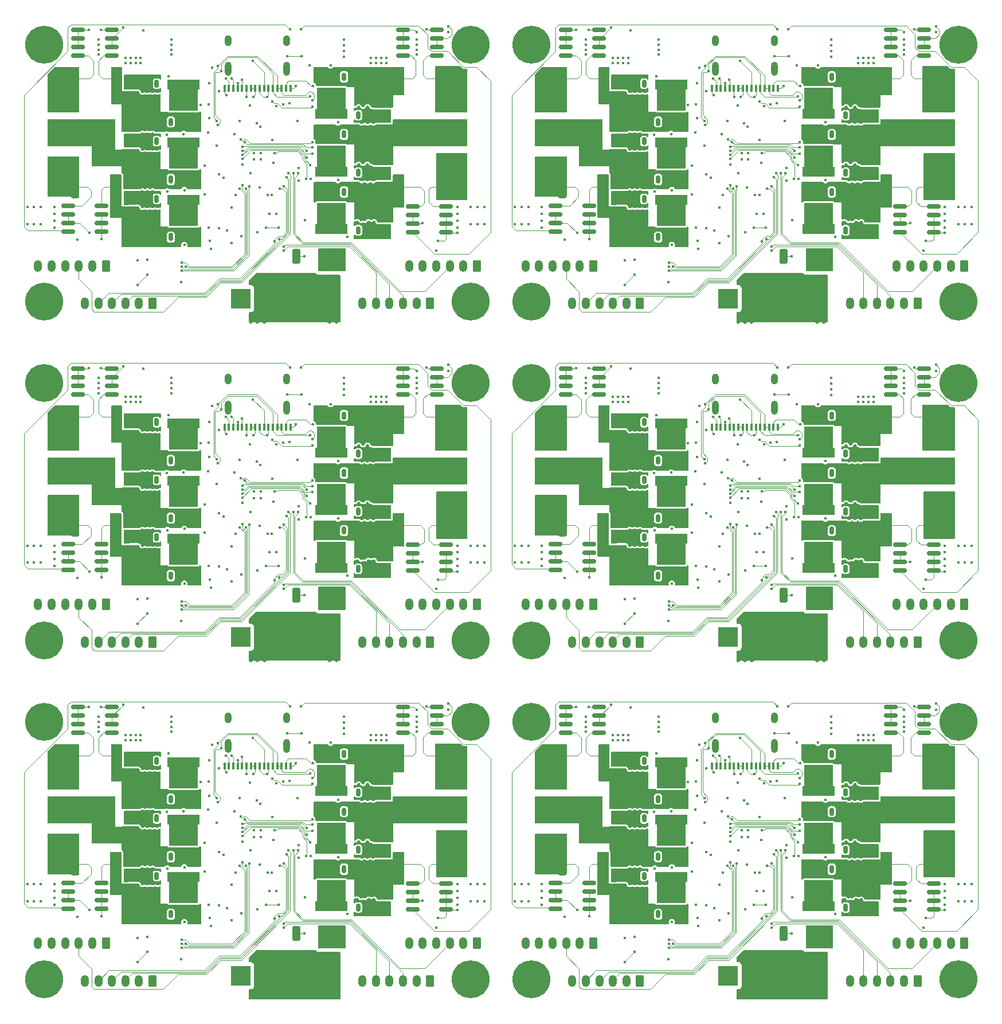
<source format=gbr>
%TF.GenerationSoftware,KiCad,Pcbnew,8.0.2*%
%TF.CreationDate,2024-05-05T14:00:19+02:00*%
%TF.ProjectId,panelized,70616e65-6c69-47a6-9564-2e6b69636164,rev?*%
%TF.SameCoordinates,Original*%
%TF.FileFunction,Copper,L4,Bot*%
%TF.FilePolarity,Positive*%
%FSLAX46Y46*%
G04 Gerber Fmt 4.6, Leading zero omitted, Abs format (unit mm)*
G04 Created by KiCad (PCBNEW 8.0.2) date 2024-05-05 14:00:19*
%MOMM*%
%LPD*%
G01*
G04 APERTURE LIST*
G04 Aperture macros list*
%AMRoundRect*
0 Rectangle with rounded corners*
0 $1 Rounding radius*
0 $2 $3 $4 $5 $6 $7 $8 $9 X,Y pos of 4 corners*
0 Add a 4 corners polygon primitive as box body*
4,1,4,$2,$3,$4,$5,$6,$7,$8,$9,$2,$3,0*
0 Add four circle primitives for the rounded corners*
1,1,$1+$1,$2,$3*
1,1,$1+$1,$4,$5*
1,1,$1+$1,$6,$7*
1,1,$1+$1,$8,$9*
0 Add four rect primitives between the rounded corners*
20,1,$1+$1,$2,$3,$4,$5,0*
20,1,$1+$1,$4,$5,$6,$7,0*
20,1,$1+$1,$6,$7,$8,$9,0*
20,1,$1+$1,$8,$9,$2,$3,0*%
%AMFreePoly0*
4,1,9,2.350000,2.000000,2.100000,2.000000,2.100000,-1.100000,-2.100000,-1.100000,-2.100000,2.000000,-2.350000,2.000000,-2.350000,3.500000,2.350000,3.500000,2.350000,2.000000,2.350000,2.000000,$1*%
G04 Aperture macros list end*
%TA.AperFunction,SMDPad,CuDef*%
%ADD10RoundRect,0.175000X0.175000X0.400000X-0.175000X0.400000X-0.175000X-0.400000X0.175000X-0.400000X0*%
%TD*%
%TA.AperFunction,SMDPad,CuDef*%
%ADD11FreePoly0,180.000000*%
%TD*%
%TA.AperFunction,SMDPad,CuDef*%
%ADD12RoundRect,0.175000X-0.175000X-0.400000X0.175000X-0.400000X0.175000X0.400000X-0.175000X0.400000X0*%
%TD*%
%TA.AperFunction,SMDPad,CuDef*%
%ADD13FreePoly0,0.000000*%
%TD*%
%TA.AperFunction,SMDPad,CuDef*%
%ADD14RoundRect,0.250000X0.362500X1.425000X-0.362500X1.425000X-0.362500X-1.425000X0.362500X-1.425000X0*%
%TD*%
%TA.AperFunction,SMDPad,CuDef*%
%ADD15RoundRect,0.150000X0.825000X0.150000X-0.825000X0.150000X-0.825000X-0.150000X0.825000X-0.150000X0*%
%TD*%
%TA.AperFunction,SMDPad,CuDef*%
%ADD16RoundRect,0.150000X-0.825000X-0.150000X0.825000X-0.150000X0.825000X0.150000X-0.825000X0.150000X0*%
%TD*%
%TA.AperFunction,SMDPad,CuDef*%
%ADD17R,0.350000X1.000000*%
%TD*%
%TA.AperFunction,SMDPad,CuDef*%
%ADD18RoundRect,0.250000X-0.362500X-1.425000X0.362500X-1.425000X0.362500X1.425000X-0.362500X1.425000X0*%
%TD*%
%TA.AperFunction,SMDPad,CuDef*%
%ADD19RoundRect,0.250000X-0.350000X0.850000X-0.350000X-0.850000X0.350000X-0.850000X0.350000X0.850000X0*%
%TD*%
%TA.AperFunction,SMDPad,CuDef*%
%ADD20RoundRect,0.250000X-1.125000X1.275000X-1.125000X-1.275000X1.125000X-1.275000X1.125000X1.275000X0*%
%TD*%
%TA.AperFunction,SMDPad,CuDef*%
%ADD21RoundRect,0.249997X-2.650003X2.950003X-2.650003X-2.950003X2.650003X-2.950003X2.650003X2.950003X0*%
%TD*%
%TA.AperFunction,ComponentPad*%
%ADD22C,3.600000*%
%TD*%
%TA.AperFunction,ConnectorPad*%
%ADD23C,5.600000*%
%TD*%
%TA.AperFunction,ComponentPad*%
%ADD24RoundRect,0.250000X0.350000X0.625000X-0.350000X0.625000X-0.350000X-0.625000X0.350000X-0.625000X0*%
%TD*%
%TA.AperFunction,ComponentPad*%
%ADD25O,1.200000X1.750000*%
%TD*%
%TA.AperFunction,ComponentPad*%
%ADD26R,3.960000X1.980000*%
%TD*%
%TA.AperFunction,ComponentPad*%
%ADD27O,3.960000X1.980000*%
%TD*%
%TA.AperFunction,ComponentPad*%
%ADD28R,3.000000X3.000000*%
%TD*%
%TA.AperFunction,ComponentPad*%
%ADD29C,3.000000*%
%TD*%
%TA.AperFunction,ComponentPad*%
%ADD30O,1.000000X2.100000*%
%TD*%
%TA.AperFunction,ComponentPad*%
%ADD31O,1.000000X1.600000*%
%TD*%
%TA.AperFunction,ViaPad*%
%ADD32C,0.450000*%
%TD*%
%TA.AperFunction,Conductor*%
%ADD33C,0.100000*%
%TD*%
G04 APERTURE END LIST*
D10*
%TO.P,Q12,1,S*%
%TO.N,Board_5-/bridge4/OUT*%
X125536000Y-125275000D03*
X124266000Y-125275000D03*
X122996000Y-125275000D03*
%TO.P,Q12,2,G*%
%TO.N,Board_5-Net-(D16-A)*%
X126806000Y-125275000D03*
D11*
%TO.P,Q12,3,D*%
%TO.N,Board_5-VPP*%
X124901000Y-128000000D03*
%TD*%
D12*
%TO.P,Q7,1,S*%
%TO.N,Board_4-GND*%
X58166000Y-122425000D03*
X59436000Y-122425000D03*
X60706000Y-122425000D03*
%TO.P,Q7,2,G*%
%TO.N,Board_4-Net-(D20-A)*%
X56896000Y-122425000D03*
D13*
%TO.P,Q7,3,D*%
%TO.N,Board_4-/bridge5/OUT*%
X58801000Y-119700000D03*
%TD*%
D12*
%TO.P,Q7,1,S*%
%TO.N,Board_2-GND*%
X58166000Y-72425000D03*
X59436000Y-72425000D03*
X60706000Y-72425000D03*
%TO.P,Q7,2,G*%
%TO.N,Board_2-Net-(D20-A)*%
X56896000Y-72425000D03*
D13*
%TO.P,Q7,3,D*%
%TO.N,Board_2-/bridge5/OUT*%
X58801000Y-69700000D03*
%TD*%
D14*
%TO.P,R15,1*%
%TO.N,Board_1-/bridge1/OUT*%
X92963500Y-8500000D03*
%TO.P,R15,2*%
%TO.N,Board_1-/cur_sense1/IO2*%
X87038500Y-8500000D03*
%TD*%
D15*
%TO.P,U7,1,-*%
%TO.N,Board_2-/bridge/OUT*%
X18976000Y-77295000D03*
%TO.P,U7,2,GND*%
%TO.N,Board_2-GND*%
X18976000Y-78565000D03*
%TO.P,U7,3,REF2*%
X18976000Y-79835000D03*
%TO.P,U7,4,GND*%
X18976000Y-81105000D03*
%TO.P,U7,5*%
%TO.N,Board_2-/ADC_0*%
X14026000Y-81105000D03*
%TO.P,U7,6,V+*%
%TO.N,Board_2-+3V3*%
X14026000Y-79835000D03*
%TO.P,U7,7,REF1*%
X14026000Y-78565000D03*
%TO.P,U7,8,+*%
%TO.N,Board_2-/cur_sense/IO1*%
X14026000Y-77295000D03*
%TD*%
D12*
%TO.P,Q8,1,S*%
%TO.N,Board_1-/bridge/OUT*%
X102466000Y-31925000D03*
X103736000Y-31925000D03*
X105006000Y-31925000D03*
%TO.P,Q8,2,G*%
%TO.N,Board_1-Net-(D3-A)*%
X101196000Y-31925000D03*
D13*
%TO.P,Q8,3,D*%
%TO.N,Board_1-VPP*%
X103101000Y-29200000D03*
%TD*%
D16*
%TO.P,U14,1,-*%
%TO.N,Board_4-/bridge3/OUT*%
X63526000Y-105155000D03*
%TO.P,U14,2,GND*%
%TO.N,Board_4-GND*%
X63526000Y-103885000D03*
%TO.P,U14,3,REF2*%
X63526000Y-102615000D03*
%TO.P,U14,4,GND*%
X63526000Y-101345000D03*
%TO.P,U14,5*%
%TO.N,Board_4-/ADC_2*%
X68476000Y-101345000D03*
%TO.P,U14,6,V+*%
%TO.N,Board_4-+3V3*%
X68476000Y-102615000D03*
%TO.P,U14,7,REF1*%
X68476000Y-103885000D03*
%TO.P,U14,8,+*%
%TO.N,Board_4-/cur_sense2/IO1*%
X68476000Y-105155000D03*
%TD*%
D17*
%TO.P,U16,1,C2P*%
%TO.N,Board_3-Net-(U16-C2P)*%
X109126000Y-60000000D03*
%TO.P,U16,2,C2N*%
%TO.N,Board_3-Net-(U16-C2N)*%
X109776000Y-60000000D03*
%TO.P,U16,3,C1P*%
%TO.N,Board_3-Net-(U16-C1P)*%
X110426000Y-60000000D03*
%TO.P,U16,4,C1N*%
%TO.N,Board_3-Net-(U16-C1N)*%
X111076000Y-60000000D03*
%TO.P,U16,5,VBAT*%
%TO.N,Board_3-+3V3*%
X111726000Y-60000000D03*
%TO.P,U16,6,VSS*%
%TO.N,Board_3-GND*%
X112376000Y-60000000D03*
%TO.P,U16,7,VDD*%
%TO.N,Board_3-+3V3*%
X113026000Y-60000000D03*
%TO.P,U16,8,BS1*%
X113676000Y-60000000D03*
%TO.P,U16,9,CS*%
%TO.N,Board_3-GND*%
X114326000Y-60000000D03*
%TO.P,U16,10,NRST*%
%TO.N,Board_3-/DISP_RES*%
X114976000Y-60000000D03*
%TO.P,U16,11,DC/SA0*%
%TO.N,Board_3-GND*%
X115626000Y-60000000D03*
%TO.P,U16,12,D0/SCLK/SCL*%
%TO.N,Board_3-/I2C_SCL*%
X116276000Y-60000000D03*
%TO.P,U16,13,D1/SDIN/SDA_IN*%
%TO.N,Board_3-/I2C_SDA*%
X116926000Y-60000000D03*
%TO.P,U16,14,D2/SDA_OUT*%
X117576000Y-60000000D03*
%TO.P,U16,15,VCOMH*%
%TO.N,Board_3-Net-(U16-VCOMH)*%
X118226000Y-60000000D03*
%TO.P,U16,16,VCC*%
%TO.N,Board_3-Net-(U16-VCC)*%
X118876000Y-60000000D03*
%TD*%
D12*
%TO.P,Q9,1,S*%
%TO.N,Board_5-/bridge1/OUT*%
X102466000Y-114925000D03*
X103736000Y-114925000D03*
X105006000Y-114925000D03*
%TO.P,Q9,2,G*%
%TO.N,Board_5-Net-(D7-A)*%
X101196000Y-114925000D03*
D13*
%TO.P,Q9,3,D*%
%TO.N,Board_5-VPP*%
X103101000Y-112200000D03*
%TD*%
D10*
%TO.P,Q13,1,S*%
%TO.N,Board_5-/bridge5/OUT*%
X125536000Y-116775000D03*
X124266000Y-116775000D03*
X122996000Y-116775000D03*
%TO.P,Q13,2,G*%
%TO.N,Board_5-Net-(D19-A)*%
X126806000Y-116775000D03*
D11*
%TO.P,Q13,3,D*%
%TO.N,Board_5-VPP*%
X124901000Y-119500000D03*
%TD*%
D10*
%TO.P,Q11,1,S*%
%TO.N,Board_5-/bridge3/OUT*%
X125536000Y-108275000D03*
X124266000Y-108275000D03*
X122996000Y-108275000D03*
%TO.P,Q11,2,G*%
%TO.N,Board_5-Net-(D13-A)*%
X126806000Y-108275000D03*
D11*
%TO.P,Q11,3,D*%
%TO.N,Board_5-VPP*%
X124901000Y-111000000D03*
%TD*%
D18*
%TO.P,R25,1*%
%TO.N,Board_4-/bridge4/OUT*%
X63038500Y-124500000D03*
%TO.P,R25,2*%
%TO.N,Board_4-/cur_sense3/IO2*%
X68963500Y-124500000D03*
%TD*%
D12*
%TO.P,Q7,1,S*%
%TO.N,Board_1-GND*%
X130166000Y-22425000D03*
X131436000Y-22425000D03*
X132706000Y-22425000D03*
%TO.P,Q7,2,G*%
%TO.N,Board_1-Net-(D20-A)*%
X128896000Y-22425000D03*
D13*
%TO.P,Q7,3,D*%
%TO.N,Board_1-/bridge5/OUT*%
X130801000Y-19700000D03*
%TD*%
D15*
%TO.P,U7,1,-*%
%TO.N,Board_4-/bridge/OUT*%
X18976000Y-127295000D03*
%TO.P,U7,2,GND*%
%TO.N,Board_4-GND*%
X18976000Y-128565000D03*
%TO.P,U7,3,REF2*%
X18976000Y-129835000D03*
%TO.P,U7,4,GND*%
X18976000Y-131105000D03*
%TO.P,U7,5*%
%TO.N,Board_4-/ADC_0*%
X14026000Y-131105000D03*
%TO.P,U7,6,V+*%
%TO.N,Board_4-+3V3*%
X14026000Y-129835000D03*
%TO.P,U7,7,REF1*%
X14026000Y-128565000D03*
%TO.P,U7,8,+*%
%TO.N,Board_4-/cur_sense/IO1*%
X14026000Y-127295000D03*
%TD*%
D12*
%TO.P,Q6,1,S*%
%TO.N,Board_1-GND*%
X130166000Y-30925000D03*
X131436000Y-30925000D03*
X132706000Y-30925000D03*
%TO.P,Q6,2,G*%
%TO.N,Board_1-Net-(D17-A)*%
X128896000Y-30925000D03*
D13*
%TO.P,Q6,3,D*%
%TO.N,Board_1-/bridge4/OUT*%
X130801000Y-28200000D03*
%TD*%
D14*
%TO.P,R15,1*%
%TO.N,Board_3-/bridge1/OUT*%
X92963500Y-58500000D03*
%TO.P,R15,2*%
%TO.N,Board_3-/cur_sense1/IO2*%
X87038500Y-58500000D03*
%TD*%
D10*
%TO.P,Q3,1,S*%
%TO.N,Board_5-GND*%
X97836000Y-109274999D03*
X96566000Y-109274999D03*
X95296000Y-109274999D03*
%TO.P,Q3,2,G*%
%TO.N,Board_5-Net-(D8-A)*%
X99106000Y-109274999D03*
D11*
%TO.P,Q3,3,D*%
%TO.N,Board_5-/bridge1/OUT*%
X97201000Y-111999999D03*
%TD*%
D17*
%TO.P,U16,1,C2P*%
%TO.N,Board_2-Net-(U16-C2P)*%
X37126000Y-60000000D03*
%TO.P,U16,2,C2N*%
%TO.N,Board_2-Net-(U16-C2N)*%
X37776000Y-60000000D03*
%TO.P,U16,3,C1P*%
%TO.N,Board_2-Net-(U16-C1P)*%
X38426000Y-60000000D03*
%TO.P,U16,4,C1N*%
%TO.N,Board_2-Net-(U16-C1N)*%
X39076000Y-60000000D03*
%TO.P,U16,5,VBAT*%
%TO.N,Board_2-+3V3*%
X39726000Y-60000000D03*
%TO.P,U16,6,VSS*%
%TO.N,Board_2-GND*%
X40376000Y-60000000D03*
%TO.P,U16,7,VDD*%
%TO.N,Board_2-+3V3*%
X41026000Y-60000000D03*
%TO.P,U16,8,BS1*%
X41676000Y-60000000D03*
%TO.P,U16,9,CS*%
%TO.N,Board_2-GND*%
X42326000Y-60000000D03*
%TO.P,U16,10,NRST*%
%TO.N,Board_2-/DISP_RES*%
X42976000Y-60000000D03*
%TO.P,U16,11,DC/SA0*%
%TO.N,Board_2-GND*%
X43626000Y-60000000D03*
%TO.P,U16,12,D0/SCLK/SCL*%
%TO.N,Board_2-/I2C_SCL*%
X44276000Y-60000000D03*
%TO.P,U16,13,D1/SDIN/SDA_IN*%
%TO.N,Board_2-/I2C_SDA*%
X44926000Y-60000000D03*
%TO.P,U16,14,D2/SDA_OUT*%
X45576000Y-60000000D03*
%TO.P,U16,15,VCOMH*%
%TO.N,Board_2-Net-(U16-VCOMH)*%
X46226000Y-60000000D03*
%TO.P,U16,16,VCC*%
%TO.N,Board_2-Net-(U16-VCC)*%
X46876000Y-60000000D03*
%TD*%
D15*
%TO.P,U7,1,-*%
%TO.N,Board_0-/bridge/OUT*%
X18976000Y-27295000D03*
%TO.P,U7,2,GND*%
%TO.N,Board_0-GND*%
X18976000Y-28565000D03*
%TO.P,U7,3,REF2*%
X18976000Y-29835000D03*
%TO.P,U7,4,GND*%
X18976000Y-31105000D03*
%TO.P,U7,5*%
%TO.N,Board_0-/ADC_0*%
X14026000Y-31105000D03*
%TO.P,U7,6,V+*%
%TO.N,Board_0-+3V3*%
X14026000Y-29835000D03*
%TO.P,U7,7,REF1*%
X14026000Y-28565000D03*
%TO.P,U7,8,+*%
%TO.N,Board_0-/cur_sense/IO1*%
X14026000Y-27295000D03*
%TD*%
D12*
%TO.P,Q8,1,S*%
%TO.N,Board_3-/bridge/OUT*%
X102466000Y-81925000D03*
X103736000Y-81925000D03*
X105006000Y-81925000D03*
%TO.P,Q8,2,G*%
%TO.N,Board_3-Net-(D3-A)*%
X101196000Y-81925000D03*
D13*
%TO.P,Q8,3,D*%
%TO.N,Board_3-VPP*%
X103101000Y-79200000D03*
%TD*%
D12*
%TO.P,Q9,1,S*%
%TO.N,Board_2-/bridge1/OUT*%
X30466000Y-64925000D03*
X31736000Y-64925000D03*
X33006000Y-64925000D03*
%TO.P,Q9,2,G*%
%TO.N,Board_2-Net-(D7-A)*%
X29196000Y-64925000D03*
D13*
%TO.P,Q9,3,D*%
%TO.N,Board_2-VPP*%
X31101000Y-62200000D03*
%TD*%
D17*
%TO.P,U16,1,C2P*%
%TO.N,Board_0-Net-(U16-C2P)*%
X37126000Y-10000000D03*
%TO.P,U16,2,C2N*%
%TO.N,Board_0-Net-(U16-C2N)*%
X37776000Y-10000000D03*
%TO.P,U16,3,C1P*%
%TO.N,Board_0-Net-(U16-C1P)*%
X38426000Y-10000000D03*
%TO.P,U16,4,C1N*%
%TO.N,Board_0-Net-(U16-C1N)*%
X39076000Y-10000000D03*
%TO.P,U16,5,VBAT*%
%TO.N,Board_0-+3V3*%
X39726000Y-10000000D03*
%TO.P,U16,6,VSS*%
%TO.N,Board_0-GND*%
X40376000Y-10000000D03*
%TO.P,U16,7,VDD*%
%TO.N,Board_0-+3V3*%
X41026000Y-10000000D03*
%TO.P,U16,8,BS1*%
X41676000Y-10000000D03*
%TO.P,U16,9,CS*%
%TO.N,Board_0-GND*%
X42326000Y-10000000D03*
%TO.P,U16,10,NRST*%
%TO.N,Board_0-/DISP_RES*%
X42976000Y-10000000D03*
%TO.P,U16,11,DC/SA0*%
%TO.N,Board_0-GND*%
X43626000Y-10000000D03*
%TO.P,U16,12,D0/SCLK/SCL*%
%TO.N,Board_0-/I2C_SCL*%
X44276000Y-10000000D03*
%TO.P,U16,13,D1/SDIN/SDA_IN*%
%TO.N,Board_0-/I2C_SDA*%
X44926000Y-10000000D03*
%TO.P,U16,14,D2/SDA_OUT*%
X45576000Y-10000000D03*
%TO.P,U16,15,VCOMH*%
%TO.N,Board_0-Net-(U16-VCOMH)*%
X46226000Y-10000000D03*
%TO.P,U16,16,VCC*%
%TO.N,Board_0-Net-(U16-VCC)*%
X46876000Y-10000000D03*
%TD*%
D10*
%TO.P,Q12,1,S*%
%TO.N,Board_4-/bridge4/OUT*%
X53536000Y-125275000D03*
X52266000Y-125275000D03*
X50996000Y-125275000D03*
%TO.P,Q12,2,G*%
%TO.N,Board_4-Net-(D16-A)*%
X54806000Y-125275000D03*
D11*
%TO.P,Q12,3,D*%
%TO.N,Board_4-VPP*%
X52901000Y-128000000D03*
%TD*%
D10*
%TO.P,Q2,1,S*%
%TO.N,Board_1-GND*%
X97836000Y-26274999D03*
X96566000Y-26274999D03*
X95296000Y-26274999D03*
%TO.P,Q2,2,G*%
%TO.N,Board_1-Net-(D4-A)*%
X99106000Y-26274999D03*
D11*
%TO.P,Q2,3,D*%
%TO.N,Board_1-/bridge/OUT*%
X97201000Y-28999999D03*
%TD*%
D16*
%TO.P,U8,1,-*%
%TO.N,Board_4-/cur_sense1/IO2*%
X15526000Y-105155000D03*
%TO.P,U8,2,GND*%
%TO.N,Board_4-GND*%
X15526000Y-103885000D03*
%TO.P,U8,3,REF2*%
X15526000Y-102615000D03*
%TO.P,U8,4,GND*%
X15526000Y-101345000D03*
%TO.P,U8,5*%
%TO.N,Board_4-/ADC_1*%
X20476000Y-101345000D03*
%TO.P,U8,6,V+*%
%TO.N,Board_4-+3V3*%
X20476000Y-102615000D03*
%TO.P,U8,7,REF1*%
X20476000Y-103885000D03*
%TO.P,U8,8,+*%
%TO.N,Board_4-/bridge1/OUT*%
X20476000Y-105155000D03*
%TD*%
%TO.P,U14,1,-*%
%TO.N,Board_2-/bridge3/OUT*%
X63526000Y-55155000D03*
%TO.P,U14,2,GND*%
%TO.N,Board_2-GND*%
X63526000Y-53885000D03*
%TO.P,U14,3,REF2*%
X63526000Y-52615000D03*
%TO.P,U14,4,GND*%
X63526000Y-51345000D03*
%TO.P,U14,5*%
%TO.N,Board_2-/ADC_2*%
X68476000Y-51345000D03*
%TO.P,U14,6,V+*%
%TO.N,Board_2-+3V3*%
X68476000Y-52615000D03*
%TO.P,U14,7,REF1*%
X68476000Y-53885000D03*
%TO.P,U14,8,+*%
%TO.N,Board_2-/cur_sense2/IO1*%
X68476000Y-55155000D03*
%TD*%
D10*
%TO.P,Q11,1,S*%
%TO.N,Board_0-/bridge3/OUT*%
X53536000Y-8275000D03*
X52266000Y-8275000D03*
X50996000Y-8275000D03*
%TO.P,Q11,2,G*%
%TO.N,Board_0-Net-(D13-A)*%
X54806000Y-8275000D03*
D11*
%TO.P,Q11,3,D*%
%TO.N,Board_0-VPP*%
X52901000Y-11000000D03*
%TD*%
D16*
%TO.P,U8,1,-*%
%TO.N,Board_2-/cur_sense1/IO2*%
X15526000Y-55155000D03*
%TO.P,U8,2,GND*%
%TO.N,Board_2-GND*%
X15526000Y-53885000D03*
%TO.P,U8,3,REF2*%
X15526000Y-52615000D03*
%TO.P,U8,4,GND*%
X15526000Y-51345000D03*
%TO.P,U8,5*%
%TO.N,Board_2-/ADC_1*%
X20476000Y-51345000D03*
%TO.P,U8,6,V+*%
%TO.N,Board_2-+3V3*%
X20476000Y-52615000D03*
%TO.P,U8,7,REF1*%
X20476000Y-53885000D03*
%TO.P,U8,8,+*%
%TO.N,Board_2-/bridge1/OUT*%
X20476000Y-55155000D03*
%TD*%
D10*
%TO.P,Q3,1,S*%
%TO.N,Board_2-GND*%
X25836000Y-59274999D03*
X24566000Y-59274999D03*
X23296000Y-59274999D03*
%TO.P,Q3,2,G*%
%TO.N,Board_2-Net-(D8-A)*%
X27106000Y-59274999D03*
D11*
%TO.P,Q3,3,D*%
%TO.N,Board_2-/bridge1/OUT*%
X25201000Y-61999999D03*
%TD*%
D12*
%TO.P,Q5,1,S*%
%TO.N,Board_5-GND*%
X130166000Y-113925000D03*
X131436000Y-113925000D03*
X132706000Y-113925000D03*
%TO.P,Q5,2,G*%
%TO.N,Board_5-Net-(D14-A)*%
X128896000Y-113925000D03*
D13*
%TO.P,Q5,3,D*%
%TO.N,Board_5-/bridge3/OUT*%
X130801000Y-111200000D03*
%TD*%
D12*
%TO.P,Q5,1,S*%
%TO.N,Board_1-GND*%
X130166000Y-13925000D03*
X131436000Y-13925000D03*
X132706000Y-13925000D03*
%TO.P,Q5,2,G*%
%TO.N,Board_1-Net-(D14-A)*%
X128896000Y-13925000D03*
D13*
%TO.P,Q5,3,D*%
%TO.N,Board_1-/bridge3/OUT*%
X130801000Y-11200000D03*
%TD*%
D16*
%TO.P,U8,1,-*%
%TO.N,Board_1-/cur_sense1/IO2*%
X87526000Y-5155000D03*
%TO.P,U8,2,GND*%
%TO.N,Board_1-GND*%
X87526000Y-3885000D03*
%TO.P,U8,3,REF2*%
X87526000Y-2615000D03*
%TO.P,U8,4,GND*%
X87526000Y-1345000D03*
%TO.P,U8,5*%
%TO.N,Board_1-/ADC_1*%
X92476000Y-1345000D03*
%TO.P,U8,6,V+*%
%TO.N,Board_1-+3V3*%
X92476000Y-2615000D03*
%TO.P,U8,7,REF1*%
X92476000Y-3885000D03*
%TO.P,U8,8,+*%
%TO.N,Board_1-/bridge1/OUT*%
X92476000Y-5155000D03*
%TD*%
D10*
%TO.P,Q4,1,S*%
%TO.N,Board_2-GND*%
X25836000Y-67774999D03*
X24566000Y-67774999D03*
X23296000Y-67774999D03*
%TO.P,Q4,2,G*%
%TO.N,Board_2-Net-(D11-A)*%
X27106000Y-67774999D03*
D11*
%TO.P,Q4,3,D*%
%TO.N,Board_2-/bridge2/OUT*%
X25201000Y-70499999D03*
%TD*%
D12*
%TO.P,Q7,1,S*%
%TO.N,Board_0-GND*%
X58166000Y-22425000D03*
X59436000Y-22425000D03*
X60706000Y-22425000D03*
%TO.P,Q7,2,G*%
%TO.N,Board_0-Net-(D20-A)*%
X56896000Y-22425000D03*
D13*
%TO.P,Q7,3,D*%
%TO.N,Board_0-/bridge5/OUT*%
X58801000Y-19700000D03*
%TD*%
D16*
%TO.P,U14,1,-*%
%TO.N,Board_5-/bridge3/OUT*%
X135526000Y-105155000D03*
%TO.P,U14,2,GND*%
%TO.N,Board_5-GND*%
X135526000Y-103885000D03*
%TO.P,U14,3,REF2*%
X135526000Y-102615000D03*
%TO.P,U14,4,GND*%
X135526000Y-101345000D03*
%TO.P,U14,5*%
%TO.N,Board_5-/ADC_2*%
X140476000Y-101345000D03*
%TO.P,U14,6,V+*%
%TO.N,Board_5-+3V3*%
X140476000Y-102615000D03*
%TO.P,U14,7,REF1*%
X140476000Y-103885000D03*
%TO.P,U14,8,+*%
%TO.N,Board_5-/cur_sense2/IO1*%
X140476000Y-105155000D03*
%TD*%
D10*
%TO.P,Q13,1,S*%
%TO.N,Board_4-/bridge5/OUT*%
X53536000Y-116775000D03*
X52266000Y-116775000D03*
X50996000Y-116775000D03*
%TO.P,Q13,2,G*%
%TO.N,Board_4-Net-(D19-A)*%
X54806000Y-116775000D03*
D11*
%TO.P,Q13,3,D*%
%TO.N,Board_4-VPP*%
X52901000Y-119500000D03*
%TD*%
D10*
%TO.P,Q2,1,S*%
%TO.N,Board_5-GND*%
X97836000Y-126274999D03*
X96566000Y-126274999D03*
X95296000Y-126274999D03*
%TO.P,Q2,2,G*%
%TO.N,Board_5-Net-(D4-A)*%
X99106000Y-126274999D03*
D11*
%TO.P,Q2,3,D*%
%TO.N,Board_5-/bridge/OUT*%
X97201000Y-128999999D03*
%TD*%
D18*
%TO.P,R25,1*%
%TO.N,Board_1-/bridge4/OUT*%
X135038500Y-24500000D03*
%TO.P,R25,2*%
%TO.N,Board_1-/cur_sense3/IO2*%
X140963500Y-24500000D03*
%TD*%
D12*
%TO.P,Q6,1,S*%
%TO.N,Board_3-GND*%
X130166000Y-80925000D03*
X131436000Y-80925000D03*
X132706000Y-80925000D03*
%TO.P,Q6,2,G*%
%TO.N,Board_3-Net-(D17-A)*%
X128896000Y-80925000D03*
D13*
%TO.P,Q6,3,D*%
%TO.N,Board_3-/bridge4/OUT*%
X130801000Y-78200000D03*
%TD*%
D12*
%TO.P,Q10,1,S*%
%TO.N,Board_0-/bridge2/OUT*%
X30466000Y-23425000D03*
X31736000Y-23425000D03*
X33006000Y-23425000D03*
%TO.P,Q10,2,G*%
%TO.N,Board_0-Net-(D10-A)*%
X29196000Y-23425000D03*
D13*
%TO.P,Q10,3,D*%
%TO.N,Board_0-VPP*%
X31101000Y-20700000D03*
%TD*%
D10*
%TO.P,Q12,1,S*%
%TO.N,Board_3-/bridge4/OUT*%
X125536000Y-75275000D03*
X124266000Y-75275000D03*
X122996000Y-75275000D03*
%TO.P,Q12,2,G*%
%TO.N,Board_3-Net-(D16-A)*%
X126806000Y-75275000D03*
D11*
%TO.P,Q12,3,D*%
%TO.N,Board_3-VPP*%
X124901000Y-78000000D03*
%TD*%
D16*
%TO.P,U8,1,-*%
%TO.N,Board_3-/cur_sense1/IO2*%
X87526000Y-55155000D03*
%TO.P,U8,2,GND*%
%TO.N,Board_3-GND*%
X87526000Y-53885000D03*
%TO.P,U8,3,REF2*%
X87526000Y-52615000D03*
%TO.P,U8,4,GND*%
X87526000Y-51345000D03*
%TO.P,U8,5*%
%TO.N,Board_3-/ADC_1*%
X92476000Y-51345000D03*
%TO.P,U8,6,V+*%
%TO.N,Board_3-+3V3*%
X92476000Y-52615000D03*
%TO.P,U8,7,REF1*%
X92476000Y-53885000D03*
%TO.P,U8,8,+*%
%TO.N,Board_3-/bridge1/OUT*%
X92476000Y-55155000D03*
%TD*%
%TO.P,U14,1,-*%
%TO.N,Board_1-/bridge3/OUT*%
X135526000Y-5155000D03*
%TO.P,U14,2,GND*%
%TO.N,Board_1-GND*%
X135526000Y-3885000D03*
%TO.P,U14,3,REF2*%
X135526000Y-2615000D03*
%TO.P,U14,4,GND*%
X135526000Y-1345000D03*
%TO.P,U14,5*%
%TO.N,Board_1-/ADC_2*%
X140476000Y-1345000D03*
%TO.P,U14,6,V+*%
%TO.N,Board_1-+3V3*%
X140476000Y-2615000D03*
%TO.P,U14,7,REF1*%
X140476000Y-3885000D03*
%TO.P,U14,8,+*%
%TO.N,Board_1-/cur_sense2/IO1*%
X140476000Y-5155000D03*
%TD*%
D12*
%TO.P,Q7,1,S*%
%TO.N,Board_3-GND*%
X130166000Y-72425000D03*
X131436000Y-72425000D03*
X132706000Y-72425000D03*
%TO.P,Q7,2,G*%
%TO.N,Board_3-Net-(D20-A)*%
X128896000Y-72425000D03*
D13*
%TO.P,Q7,3,D*%
%TO.N,Board_3-/bridge5/OUT*%
X130801000Y-69700000D03*
%TD*%
D12*
%TO.P,Q8,1,S*%
%TO.N,Board_0-/bridge/OUT*%
X30466000Y-31925000D03*
X31736000Y-31925000D03*
X33006000Y-31925000D03*
%TO.P,Q8,2,G*%
%TO.N,Board_0-Net-(D3-A)*%
X29196000Y-31925000D03*
D13*
%TO.P,Q8,3,D*%
%TO.N,Board_0-VPP*%
X31101000Y-29200000D03*
%TD*%
D14*
%TO.P,R24,1*%
%TO.N,Board_4-/cur_sense2/IO1*%
X68963500Y-108500000D03*
%TO.P,R24,2*%
%TO.N,Board_4-/bridge3/OUT*%
X63038500Y-108500000D03*
%TD*%
D12*
%TO.P,Q10,1,S*%
%TO.N,Board_5-/bridge2/OUT*%
X102466000Y-123425000D03*
X103736000Y-123425000D03*
X105006000Y-123425000D03*
%TO.P,Q10,2,G*%
%TO.N,Board_5-Net-(D10-A)*%
X101196000Y-123425000D03*
D13*
%TO.P,Q10,3,D*%
%TO.N,Board_5-VPP*%
X103101000Y-120700000D03*
%TD*%
D15*
%TO.P,U7,1,-*%
%TO.N,Board_1-/bridge/OUT*%
X90976000Y-27295000D03*
%TO.P,U7,2,GND*%
%TO.N,Board_1-GND*%
X90976000Y-28565000D03*
%TO.P,U7,3,REF2*%
X90976000Y-29835000D03*
%TO.P,U7,4,GND*%
X90976000Y-31105000D03*
%TO.P,U7,5*%
%TO.N,Board_1-/ADC_0*%
X86026000Y-31105000D03*
%TO.P,U7,6,V+*%
%TO.N,Board_1-+3V3*%
X86026000Y-29835000D03*
%TO.P,U7,7,REF1*%
X86026000Y-28565000D03*
%TO.P,U7,8,+*%
%TO.N,Board_1-/cur_sense/IO1*%
X86026000Y-27295000D03*
%TD*%
D10*
%TO.P,Q11,1,S*%
%TO.N,Board_3-/bridge3/OUT*%
X125536000Y-58275000D03*
X124266000Y-58275000D03*
X122996000Y-58275000D03*
%TO.P,Q11,2,G*%
%TO.N,Board_3-Net-(D13-A)*%
X126806000Y-58275000D03*
D11*
%TO.P,Q11,3,D*%
%TO.N,Board_3-VPP*%
X124901000Y-61000000D03*
%TD*%
D16*
%TO.P,U14,1,-*%
%TO.N,Board_0-/bridge3/OUT*%
X63526000Y-5155000D03*
%TO.P,U14,2,GND*%
%TO.N,Board_0-GND*%
X63526000Y-3885000D03*
%TO.P,U14,3,REF2*%
X63526000Y-2615000D03*
%TO.P,U14,4,GND*%
X63526000Y-1345000D03*
%TO.P,U14,5*%
%TO.N,Board_0-/ADC_2*%
X68476000Y-1345000D03*
%TO.P,U14,6,V+*%
%TO.N,Board_0-+3V3*%
X68476000Y-2615000D03*
%TO.P,U14,7,REF1*%
X68476000Y-3885000D03*
%TO.P,U14,8,+*%
%TO.N,Board_0-/cur_sense2/IO1*%
X68476000Y-5155000D03*
%TD*%
D12*
%TO.P,Q10,1,S*%
%TO.N,Board_1-/bridge2/OUT*%
X102466000Y-23425000D03*
X103736000Y-23425000D03*
X105006000Y-23425000D03*
%TO.P,Q10,2,G*%
%TO.N,Board_1-Net-(D10-A)*%
X101196000Y-23425000D03*
D13*
%TO.P,Q10,3,D*%
%TO.N,Board_1-VPP*%
X103101000Y-20700000D03*
%TD*%
D14*
%TO.P,R24,1*%
%TO.N,Board_3-/cur_sense2/IO1*%
X140963500Y-58500000D03*
%TO.P,R24,2*%
%TO.N,Board_3-/bridge3/OUT*%
X135038500Y-58500000D03*
%TD*%
D12*
%TO.P,Q6,1,S*%
%TO.N,Board_5-GND*%
X130166000Y-130925000D03*
X131436000Y-130925000D03*
X132706000Y-130925000D03*
%TO.P,Q6,2,G*%
%TO.N,Board_5-Net-(D17-A)*%
X128896000Y-130925000D03*
D13*
%TO.P,Q6,3,D*%
%TO.N,Board_5-/bridge4/OUT*%
X130801000Y-128200000D03*
%TD*%
D19*
%TO.P,Q1,1,G*%
%TO.N,Board_3-GND*%
X119723500Y-84800000D03*
D20*
%TO.P,Q1,2,D*%
%TO.N,Board_3-/power/VPP_IN*%
X123528500Y-89425000D03*
X120478500Y-89425000D03*
D21*
X122003500Y-91100000D03*
D20*
X123528500Y-92775000D03*
X120478500Y-92775000D03*
D19*
%TO.P,Q1,3,S*%
%TO.N,Board_3-VPP*%
X124283500Y-84800000D03*
%TD*%
D17*
%TO.P,U16,1,C2P*%
%TO.N,Board_4-Net-(U16-C2P)*%
X37126000Y-110000000D03*
%TO.P,U16,2,C2N*%
%TO.N,Board_4-Net-(U16-C2N)*%
X37776000Y-110000000D03*
%TO.P,U16,3,C1P*%
%TO.N,Board_4-Net-(U16-C1P)*%
X38426000Y-110000000D03*
%TO.P,U16,4,C1N*%
%TO.N,Board_4-Net-(U16-C1N)*%
X39076000Y-110000000D03*
%TO.P,U16,5,VBAT*%
%TO.N,Board_4-+3V3*%
X39726000Y-110000000D03*
%TO.P,U16,6,VSS*%
%TO.N,Board_4-GND*%
X40376000Y-110000000D03*
%TO.P,U16,7,VDD*%
%TO.N,Board_4-+3V3*%
X41026000Y-110000000D03*
%TO.P,U16,8,BS1*%
X41676000Y-110000000D03*
%TO.P,U16,9,CS*%
%TO.N,Board_4-GND*%
X42326000Y-110000000D03*
%TO.P,U16,10,NRST*%
%TO.N,Board_4-/DISP_RES*%
X42976000Y-110000000D03*
%TO.P,U16,11,DC/SA0*%
%TO.N,Board_4-GND*%
X43626000Y-110000000D03*
%TO.P,U16,12,D0/SCLK/SCL*%
%TO.N,Board_4-/I2C_SCL*%
X44276000Y-110000000D03*
%TO.P,U16,13,D1/SDIN/SDA_IN*%
%TO.N,Board_4-/I2C_SDA*%
X44926000Y-110000000D03*
%TO.P,U16,14,D2/SDA_OUT*%
X45576000Y-110000000D03*
%TO.P,U16,15,VCOMH*%
%TO.N,Board_4-Net-(U16-VCOMH)*%
X46226000Y-110000000D03*
%TO.P,U16,16,VCC*%
%TO.N,Board_4-Net-(U16-VCC)*%
X46876000Y-110000000D03*
%TD*%
D10*
%TO.P,Q11,1,S*%
%TO.N,Board_2-/bridge3/OUT*%
X53536000Y-58275000D03*
X52266000Y-58275000D03*
X50996000Y-58275000D03*
%TO.P,Q11,2,G*%
%TO.N,Board_2-Net-(D13-A)*%
X54806000Y-58275000D03*
D11*
%TO.P,Q11,3,D*%
%TO.N,Board_2-VPP*%
X52901000Y-61000000D03*
%TD*%
D12*
%TO.P,Q9,1,S*%
%TO.N,Board_1-/bridge1/OUT*%
X102466000Y-14925000D03*
X103736000Y-14925000D03*
X105006000Y-14925000D03*
%TO.P,Q9,2,G*%
%TO.N,Board_1-Net-(D7-A)*%
X101196000Y-14925000D03*
D13*
%TO.P,Q9,3,D*%
%TO.N,Board_1-VPP*%
X103101000Y-12200000D03*
%TD*%
D16*
%TO.P,U14,1,-*%
%TO.N,Board_3-/bridge3/OUT*%
X135526000Y-55155000D03*
%TO.P,U14,2,GND*%
%TO.N,Board_3-GND*%
X135526000Y-53885000D03*
%TO.P,U14,3,REF2*%
X135526000Y-52615000D03*
%TO.P,U14,4,GND*%
X135526000Y-51345000D03*
%TO.P,U14,5*%
%TO.N,Board_3-/ADC_2*%
X140476000Y-51345000D03*
%TO.P,U14,6,V+*%
%TO.N,Board_3-+3V3*%
X140476000Y-52615000D03*
%TO.P,U14,7,REF1*%
X140476000Y-53885000D03*
%TO.P,U14,8,+*%
%TO.N,Board_3-/cur_sense2/IO1*%
X140476000Y-55155000D03*
%TD*%
D12*
%TO.P,Q7,1,S*%
%TO.N,Board_5-GND*%
X130166000Y-122425000D03*
X131436000Y-122425000D03*
X132706000Y-122425000D03*
%TO.P,Q7,2,G*%
%TO.N,Board_5-Net-(D20-A)*%
X128896000Y-122425000D03*
D13*
%TO.P,Q7,3,D*%
%TO.N,Board_5-/bridge5/OUT*%
X130801000Y-119700000D03*
%TD*%
D12*
%TO.P,Q5,1,S*%
%TO.N,Board_3-GND*%
X130166000Y-63925000D03*
X131436000Y-63925000D03*
X132706000Y-63925000D03*
%TO.P,Q5,2,G*%
%TO.N,Board_3-Net-(D14-A)*%
X128896000Y-63925000D03*
D13*
%TO.P,Q5,3,D*%
%TO.N,Board_3-/bridge3/OUT*%
X130801000Y-61200000D03*
%TD*%
D10*
%TO.P,Q4,1,S*%
%TO.N,Board_1-GND*%
X97836000Y-17774999D03*
X96566000Y-17774999D03*
X95296000Y-17774999D03*
%TO.P,Q4,2,G*%
%TO.N,Board_1-Net-(D11-A)*%
X99106000Y-17774999D03*
D11*
%TO.P,Q4,3,D*%
%TO.N,Board_1-/bridge2/OUT*%
X97201000Y-20499999D03*
%TD*%
D14*
%TO.P,R15,1*%
%TO.N,Board_5-/bridge1/OUT*%
X92963500Y-108500000D03*
%TO.P,R15,2*%
%TO.N,Board_5-/cur_sense1/IO2*%
X87038500Y-108500000D03*
%TD*%
D15*
%TO.P,U15,1,-*%
%TO.N,Board_5-/cur_sense3/IO2*%
X141876000Y-127395000D03*
%TO.P,U15,2,GND*%
%TO.N,Board_5-GND*%
X141876000Y-128665000D03*
%TO.P,U15,3,REF2*%
X141876000Y-129935000D03*
%TO.P,U15,4,GND*%
X141876000Y-131205000D03*
%TO.P,U15,5*%
%TO.N,Board_5-/ADC_3*%
X136926000Y-131205000D03*
%TO.P,U15,6,V+*%
%TO.N,Board_5-+3V3*%
X136926000Y-129935000D03*
%TO.P,U15,7,REF1*%
X136926000Y-128665000D03*
%TO.P,U15,8,+*%
%TO.N,Board_5-/bridge4/OUT*%
X136926000Y-127395000D03*
%TD*%
D12*
%TO.P,Q5,1,S*%
%TO.N,Board_4-GND*%
X58166000Y-113925000D03*
X59436000Y-113925000D03*
X60706000Y-113925000D03*
%TO.P,Q5,2,G*%
%TO.N,Board_4-Net-(D14-A)*%
X56896000Y-113925000D03*
D13*
%TO.P,Q5,3,D*%
%TO.N,Board_4-/bridge3/OUT*%
X58801000Y-111200000D03*
%TD*%
D15*
%TO.P,U15,1,-*%
%TO.N,Board_3-/cur_sense3/IO2*%
X141876000Y-77395000D03*
%TO.P,U15,2,GND*%
%TO.N,Board_3-GND*%
X141876000Y-78665000D03*
%TO.P,U15,3,REF2*%
X141876000Y-79935000D03*
%TO.P,U15,4,GND*%
X141876000Y-81205000D03*
%TO.P,U15,5*%
%TO.N,Board_3-/ADC_3*%
X136926000Y-81205000D03*
%TO.P,U15,6,V+*%
%TO.N,Board_3-+3V3*%
X136926000Y-79935000D03*
%TO.P,U15,7,REF1*%
X136926000Y-78665000D03*
%TO.P,U15,8,+*%
%TO.N,Board_3-/bridge4/OUT*%
X136926000Y-77395000D03*
%TD*%
D18*
%TO.P,R25,1*%
%TO.N,Board_3-/bridge4/OUT*%
X135038500Y-74500000D03*
%TO.P,R25,2*%
%TO.N,Board_3-/cur_sense3/IO2*%
X140963500Y-74500000D03*
%TD*%
D16*
%TO.P,U8,1,-*%
%TO.N,Board_5-/cur_sense1/IO2*%
X87526000Y-105155000D03*
%TO.P,U8,2,GND*%
%TO.N,Board_5-GND*%
X87526000Y-103885000D03*
%TO.P,U8,3,REF2*%
X87526000Y-102615000D03*
%TO.P,U8,4,GND*%
X87526000Y-101345000D03*
%TO.P,U8,5*%
%TO.N,Board_5-/ADC_1*%
X92476000Y-101345000D03*
%TO.P,U8,6,V+*%
%TO.N,Board_5-+3V3*%
X92476000Y-102615000D03*
%TO.P,U8,7,REF1*%
X92476000Y-103885000D03*
%TO.P,U8,8,+*%
%TO.N,Board_5-/bridge1/OUT*%
X92476000Y-105155000D03*
%TD*%
D15*
%TO.P,U15,1,-*%
%TO.N,Board_0-/cur_sense3/IO2*%
X69876000Y-27395000D03*
%TO.P,U15,2,GND*%
%TO.N,Board_0-GND*%
X69876000Y-28665000D03*
%TO.P,U15,3,REF2*%
X69876000Y-29935000D03*
%TO.P,U15,4,GND*%
X69876000Y-31205000D03*
%TO.P,U15,5*%
%TO.N,Board_0-/ADC_3*%
X64926000Y-31205000D03*
%TO.P,U15,6,V+*%
%TO.N,Board_0-+3V3*%
X64926000Y-29935000D03*
%TO.P,U15,7,REF1*%
X64926000Y-28665000D03*
%TO.P,U15,8,+*%
%TO.N,Board_0-/bridge4/OUT*%
X64926000Y-27395000D03*
%TD*%
D14*
%TO.P,R24,1*%
%TO.N,Board_2-/cur_sense2/IO1*%
X68963500Y-58500000D03*
%TO.P,R24,2*%
%TO.N,Board_2-/bridge3/OUT*%
X63038500Y-58500000D03*
%TD*%
D18*
%TO.P,R25,1*%
%TO.N,Board_5-/bridge4/OUT*%
X135038500Y-124500000D03*
%TO.P,R25,2*%
%TO.N,Board_5-/cur_sense3/IO2*%
X140963500Y-124500000D03*
%TD*%
D14*
%TO.P,R24,1*%
%TO.N,Board_1-/cur_sense2/IO1*%
X140963500Y-8500000D03*
%TO.P,R24,2*%
%TO.N,Board_1-/bridge3/OUT*%
X135038500Y-8500000D03*
%TD*%
D18*
%TO.P,R14,1*%
%TO.N,Board_3-/cur_sense/IO1*%
X87038500Y-74500000D03*
%TO.P,R14,2*%
%TO.N,Board_3-/bridge/OUT*%
X92963500Y-74500000D03*
%TD*%
D12*
%TO.P,Q8,1,S*%
%TO.N,Board_4-/bridge/OUT*%
X30466000Y-131925000D03*
X31736000Y-131925000D03*
X33006000Y-131925000D03*
%TO.P,Q8,2,G*%
%TO.N,Board_4-Net-(D3-A)*%
X29196000Y-131925000D03*
D13*
%TO.P,Q8,3,D*%
%TO.N,Board_4-VPP*%
X31101000Y-129200000D03*
%TD*%
D12*
%TO.P,Q10,1,S*%
%TO.N,Board_4-/bridge2/OUT*%
X30466000Y-123425000D03*
X31736000Y-123425000D03*
X33006000Y-123425000D03*
%TO.P,Q10,2,G*%
%TO.N,Board_4-Net-(D10-A)*%
X29196000Y-123425000D03*
D13*
%TO.P,Q10,3,D*%
%TO.N,Board_4-VPP*%
X31101000Y-120700000D03*
%TD*%
D10*
%TO.P,Q13,1,S*%
%TO.N,Board_0-/bridge5/OUT*%
X53536000Y-16775000D03*
X52266000Y-16775000D03*
X50996000Y-16775000D03*
%TO.P,Q13,2,G*%
%TO.N,Board_0-Net-(D19-A)*%
X54806000Y-16775000D03*
D11*
%TO.P,Q13,3,D*%
%TO.N,Board_0-VPP*%
X52901000Y-19500000D03*
%TD*%
D10*
%TO.P,Q2,1,S*%
%TO.N,Board_4-GND*%
X25836000Y-126274999D03*
X24566000Y-126274999D03*
X23296000Y-126274999D03*
%TO.P,Q2,2,G*%
%TO.N,Board_4-Net-(D4-A)*%
X27106000Y-126274999D03*
D11*
%TO.P,Q2,3,D*%
%TO.N,Board_4-/bridge/OUT*%
X25201000Y-128999999D03*
%TD*%
D10*
%TO.P,Q12,1,S*%
%TO.N,Board_2-/bridge4/OUT*%
X53536000Y-75275000D03*
X52266000Y-75275000D03*
X50996000Y-75275000D03*
%TO.P,Q12,2,G*%
%TO.N,Board_2-Net-(D16-A)*%
X54806000Y-75275000D03*
D11*
%TO.P,Q12,3,D*%
%TO.N,Board_2-VPP*%
X52901000Y-78000000D03*
%TD*%
D18*
%TO.P,R14,1*%
%TO.N,Board_5-/cur_sense/IO1*%
X87038500Y-124500000D03*
%TO.P,R14,2*%
%TO.N,Board_5-/bridge/OUT*%
X92963500Y-124500000D03*
%TD*%
D15*
%TO.P,U15,1,-*%
%TO.N,Board_1-/cur_sense3/IO2*%
X141876000Y-27395000D03*
%TO.P,U15,2,GND*%
%TO.N,Board_1-GND*%
X141876000Y-28665000D03*
%TO.P,U15,3,REF2*%
X141876000Y-29935000D03*
%TO.P,U15,4,GND*%
X141876000Y-31205000D03*
%TO.P,U15,5*%
%TO.N,Board_1-/ADC_3*%
X136926000Y-31205000D03*
%TO.P,U15,6,V+*%
%TO.N,Board_1-+3V3*%
X136926000Y-29935000D03*
%TO.P,U15,7,REF1*%
X136926000Y-28665000D03*
%TO.P,U15,8,+*%
%TO.N,Board_1-/bridge4/OUT*%
X136926000Y-27395000D03*
%TD*%
D10*
%TO.P,Q3,1,S*%
%TO.N,Board_1-GND*%
X97836000Y-9274999D03*
X96566000Y-9274999D03*
X95296000Y-9274999D03*
%TO.P,Q3,2,G*%
%TO.N,Board_1-Net-(D8-A)*%
X99106000Y-9274999D03*
D11*
%TO.P,Q3,3,D*%
%TO.N,Board_1-/bridge1/OUT*%
X97201000Y-11999999D03*
%TD*%
D19*
%TO.P,Q1,1,G*%
%TO.N,Board_0-GND*%
X47723500Y-34800000D03*
D20*
%TO.P,Q1,2,D*%
%TO.N,Board_0-/power/VPP_IN*%
X51528500Y-39425000D03*
X48478500Y-39425000D03*
D21*
X50003500Y-41100000D03*
D20*
X51528500Y-42775000D03*
X48478500Y-42775000D03*
D19*
%TO.P,Q1,3,S*%
%TO.N,Board_0-VPP*%
X52283500Y-34800000D03*
%TD*%
D18*
%TO.P,R14,1*%
%TO.N,Board_4-/cur_sense/IO1*%
X15038500Y-124500000D03*
%TO.P,R14,2*%
%TO.N,Board_4-/bridge/OUT*%
X20963500Y-124500000D03*
%TD*%
D10*
%TO.P,Q2,1,S*%
%TO.N,Board_2-GND*%
X25836000Y-76274999D03*
X24566000Y-76274999D03*
X23296000Y-76274999D03*
%TO.P,Q2,2,G*%
%TO.N,Board_2-Net-(D4-A)*%
X27106000Y-76274999D03*
D11*
%TO.P,Q2,3,D*%
%TO.N,Board_2-/bridge/OUT*%
X25201000Y-78999999D03*
%TD*%
D14*
%TO.P,R15,1*%
%TO.N,Board_2-/bridge1/OUT*%
X20963500Y-58500000D03*
%TO.P,R15,2*%
%TO.N,Board_2-/cur_sense1/IO2*%
X15038500Y-58500000D03*
%TD*%
D12*
%TO.P,Q9,1,S*%
%TO.N,Board_0-/bridge1/OUT*%
X30466000Y-14925000D03*
X31736000Y-14925000D03*
X33006000Y-14925000D03*
%TO.P,Q9,2,G*%
%TO.N,Board_0-Net-(D7-A)*%
X29196000Y-14925000D03*
D13*
%TO.P,Q9,3,D*%
%TO.N,Board_0-VPP*%
X31101000Y-12200000D03*
%TD*%
D17*
%TO.P,U16,1,C2P*%
%TO.N,Board_5-Net-(U16-C2P)*%
X109126000Y-110000000D03*
%TO.P,U16,2,C2N*%
%TO.N,Board_5-Net-(U16-C2N)*%
X109776000Y-110000000D03*
%TO.P,U16,3,C1P*%
%TO.N,Board_5-Net-(U16-C1P)*%
X110426000Y-110000000D03*
%TO.P,U16,4,C1N*%
%TO.N,Board_5-Net-(U16-C1N)*%
X111076000Y-110000000D03*
%TO.P,U16,5,VBAT*%
%TO.N,Board_5-+3V3*%
X111726000Y-110000000D03*
%TO.P,U16,6,VSS*%
%TO.N,Board_5-GND*%
X112376000Y-110000000D03*
%TO.P,U16,7,VDD*%
%TO.N,Board_5-+3V3*%
X113026000Y-110000000D03*
%TO.P,U16,8,BS1*%
X113676000Y-110000000D03*
%TO.P,U16,9,CS*%
%TO.N,Board_5-GND*%
X114326000Y-110000000D03*
%TO.P,U16,10,NRST*%
%TO.N,Board_5-/DISP_RES*%
X114976000Y-110000000D03*
%TO.P,U16,11,DC/SA0*%
%TO.N,Board_5-GND*%
X115626000Y-110000000D03*
%TO.P,U16,12,D0/SCLK/SCL*%
%TO.N,Board_5-/I2C_SCL*%
X116276000Y-110000000D03*
%TO.P,U16,13,D1/SDIN/SDA_IN*%
%TO.N,Board_5-/I2C_SDA*%
X116926000Y-110000000D03*
%TO.P,U16,14,D2/SDA_OUT*%
X117576000Y-110000000D03*
%TO.P,U16,15,VCOMH*%
%TO.N,Board_5-Net-(U16-VCOMH)*%
X118226000Y-110000000D03*
%TO.P,U16,16,VCC*%
%TO.N,Board_5-Net-(U16-VCC)*%
X118876000Y-110000000D03*
%TD*%
D18*
%TO.P,R14,1*%
%TO.N,Board_2-/cur_sense/IO1*%
X15038500Y-74500000D03*
%TO.P,R14,2*%
%TO.N,Board_2-/bridge/OUT*%
X20963500Y-74500000D03*
%TD*%
D14*
%TO.P,R24,1*%
%TO.N,Board_5-/cur_sense2/IO1*%
X140963500Y-108500000D03*
%TO.P,R24,2*%
%TO.N,Board_5-/bridge3/OUT*%
X135038500Y-108500000D03*
%TD*%
D10*
%TO.P,Q4,1,S*%
%TO.N,Board_4-GND*%
X25836000Y-117774999D03*
X24566000Y-117774999D03*
X23296000Y-117774999D03*
%TO.P,Q4,2,G*%
%TO.N,Board_4-Net-(D11-A)*%
X27106000Y-117774999D03*
D11*
%TO.P,Q4,3,D*%
%TO.N,Board_4-/bridge2/OUT*%
X25201000Y-120499999D03*
%TD*%
D19*
%TO.P,Q1,1,G*%
%TO.N,Board_2-GND*%
X47723500Y-84800000D03*
D20*
%TO.P,Q1,2,D*%
%TO.N,Board_2-/power/VPP_IN*%
X51528500Y-89425000D03*
X48478500Y-89425000D03*
D21*
X50003500Y-91100000D03*
D20*
X51528500Y-92775000D03*
X48478500Y-92775000D03*
D19*
%TO.P,Q1,3,S*%
%TO.N,Board_2-VPP*%
X52283500Y-84800000D03*
%TD*%
D17*
%TO.P,U16,1,C2P*%
%TO.N,Board_1-Net-(U16-C2P)*%
X109126000Y-10000000D03*
%TO.P,U16,2,C2N*%
%TO.N,Board_1-Net-(U16-C2N)*%
X109776000Y-10000000D03*
%TO.P,U16,3,C1P*%
%TO.N,Board_1-Net-(U16-C1P)*%
X110426000Y-10000000D03*
%TO.P,U16,4,C1N*%
%TO.N,Board_1-Net-(U16-C1N)*%
X111076000Y-10000000D03*
%TO.P,U16,5,VBAT*%
%TO.N,Board_1-+3V3*%
X111726000Y-10000000D03*
%TO.P,U16,6,VSS*%
%TO.N,Board_1-GND*%
X112376000Y-10000000D03*
%TO.P,U16,7,VDD*%
%TO.N,Board_1-+3V3*%
X113026000Y-10000000D03*
%TO.P,U16,8,BS1*%
X113676000Y-10000000D03*
%TO.P,U16,9,CS*%
%TO.N,Board_1-GND*%
X114326000Y-10000000D03*
%TO.P,U16,10,NRST*%
%TO.N,Board_1-/DISP_RES*%
X114976000Y-10000000D03*
%TO.P,U16,11,DC/SA0*%
%TO.N,Board_1-GND*%
X115626000Y-10000000D03*
%TO.P,U16,12,D0/SCLK/SCL*%
%TO.N,Board_1-/I2C_SCL*%
X116276000Y-10000000D03*
%TO.P,U16,13,D1/SDIN/SDA_IN*%
%TO.N,Board_1-/I2C_SDA*%
X116926000Y-10000000D03*
%TO.P,U16,14,D2/SDA_OUT*%
X117576000Y-10000000D03*
%TO.P,U16,15,VCOMH*%
%TO.N,Board_1-Net-(U16-VCOMH)*%
X118226000Y-10000000D03*
%TO.P,U16,16,VCC*%
%TO.N,Board_1-Net-(U16-VCC)*%
X118876000Y-10000000D03*
%TD*%
D12*
%TO.P,Q10,1,S*%
%TO.N,Board_3-/bridge2/OUT*%
X102466000Y-73425000D03*
X103736000Y-73425000D03*
X105006000Y-73425000D03*
%TO.P,Q10,2,G*%
%TO.N,Board_3-Net-(D10-A)*%
X101196000Y-73425000D03*
D13*
%TO.P,Q10,3,D*%
%TO.N,Board_3-VPP*%
X103101000Y-70700000D03*
%TD*%
D10*
%TO.P,Q12,1,S*%
%TO.N,Board_1-/bridge4/OUT*%
X125536000Y-25275000D03*
X124266000Y-25275000D03*
X122996000Y-25275000D03*
%TO.P,Q12,2,G*%
%TO.N,Board_1-Net-(D16-A)*%
X126806000Y-25275000D03*
D11*
%TO.P,Q12,3,D*%
%TO.N,Board_1-VPP*%
X124901000Y-28000000D03*
%TD*%
D10*
%TO.P,Q11,1,S*%
%TO.N,Board_1-/bridge3/OUT*%
X125536000Y-8275000D03*
X124266000Y-8275000D03*
X122996000Y-8275000D03*
%TO.P,Q11,2,G*%
%TO.N,Board_1-Net-(D13-A)*%
X126806000Y-8275000D03*
D11*
%TO.P,Q11,3,D*%
%TO.N,Board_1-VPP*%
X124901000Y-11000000D03*
%TD*%
D10*
%TO.P,Q13,1,S*%
%TO.N,Board_1-/bridge5/OUT*%
X125536000Y-16775000D03*
X124266000Y-16775000D03*
X122996000Y-16775000D03*
%TO.P,Q13,2,G*%
%TO.N,Board_1-Net-(D19-A)*%
X126806000Y-16775000D03*
D11*
%TO.P,Q13,3,D*%
%TO.N,Board_1-VPP*%
X124901000Y-19500000D03*
%TD*%
D10*
%TO.P,Q4,1,S*%
%TO.N,Board_3-GND*%
X97836000Y-67774999D03*
X96566000Y-67774999D03*
X95296000Y-67774999D03*
%TO.P,Q4,2,G*%
%TO.N,Board_3-Net-(D11-A)*%
X99106000Y-67774999D03*
D11*
%TO.P,Q4,3,D*%
%TO.N,Board_3-/bridge2/OUT*%
X97201000Y-70499999D03*
%TD*%
D16*
%TO.P,U8,1,-*%
%TO.N,Board_0-/cur_sense1/IO2*%
X15526000Y-5155000D03*
%TO.P,U8,2,GND*%
%TO.N,Board_0-GND*%
X15526000Y-3885000D03*
%TO.P,U8,3,REF2*%
X15526000Y-2615000D03*
%TO.P,U8,4,GND*%
X15526000Y-1345000D03*
%TO.P,U8,5*%
%TO.N,Board_0-/ADC_1*%
X20476000Y-1345000D03*
%TO.P,U8,6,V+*%
%TO.N,Board_0-+3V3*%
X20476000Y-2615000D03*
%TO.P,U8,7,REF1*%
X20476000Y-3885000D03*
%TO.P,U8,8,+*%
%TO.N,Board_0-/bridge1/OUT*%
X20476000Y-5155000D03*
%TD*%
D10*
%TO.P,Q4,1,S*%
%TO.N,Board_0-GND*%
X25836000Y-17774999D03*
X24566000Y-17774999D03*
X23296000Y-17774999D03*
%TO.P,Q4,2,G*%
%TO.N,Board_0-Net-(D11-A)*%
X27106000Y-17774999D03*
D11*
%TO.P,Q4,3,D*%
%TO.N,Board_0-/bridge2/OUT*%
X25201000Y-20499999D03*
%TD*%
D10*
%TO.P,Q3,1,S*%
%TO.N,Board_0-GND*%
X25836000Y-9274999D03*
X24566000Y-9274999D03*
X23296000Y-9274999D03*
%TO.P,Q3,2,G*%
%TO.N,Board_0-Net-(D8-A)*%
X27106000Y-9274999D03*
D11*
%TO.P,Q3,3,D*%
%TO.N,Board_0-/bridge1/OUT*%
X25201000Y-11999999D03*
%TD*%
D10*
%TO.P,Q3,1,S*%
%TO.N,Board_4-GND*%
X25836000Y-109274999D03*
X24566000Y-109274999D03*
X23296000Y-109274999D03*
%TO.P,Q3,2,G*%
%TO.N,Board_4-Net-(D8-A)*%
X27106000Y-109274999D03*
D11*
%TO.P,Q3,3,D*%
%TO.N,Board_4-/bridge1/OUT*%
X25201000Y-111999999D03*
%TD*%
D10*
%TO.P,Q3,1,S*%
%TO.N,Board_3-GND*%
X97836000Y-59274999D03*
X96566000Y-59274999D03*
X95296000Y-59274999D03*
%TO.P,Q3,2,G*%
%TO.N,Board_3-Net-(D8-A)*%
X99106000Y-59274999D03*
D11*
%TO.P,Q3,3,D*%
%TO.N,Board_3-/bridge1/OUT*%
X97201000Y-61999999D03*
%TD*%
D14*
%TO.P,R15,1*%
%TO.N,Board_4-/bridge1/OUT*%
X20963500Y-108500000D03*
%TO.P,R15,2*%
%TO.N,Board_4-/cur_sense1/IO2*%
X15038500Y-108500000D03*
%TD*%
D15*
%TO.P,U7,1,-*%
%TO.N,Board_5-/bridge/OUT*%
X90976000Y-127295000D03*
%TO.P,U7,2,GND*%
%TO.N,Board_5-GND*%
X90976000Y-128565000D03*
%TO.P,U7,3,REF2*%
X90976000Y-129835000D03*
%TO.P,U7,4,GND*%
X90976000Y-131105000D03*
%TO.P,U7,5*%
%TO.N,Board_5-/ADC_0*%
X86026000Y-131105000D03*
%TO.P,U7,6,V+*%
%TO.N,Board_5-+3V3*%
X86026000Y-129835000D03*
%TO.P,U7,7,REF1*%
X86026000Y-128565000D03*
%TO.P,U7,8,+*%
%TO.N,Board_5-/cur_sense/IO1*%
X86026000Y-127295000D03*
%TD*%
D10*
%TO.P,Q11,1,S*%
%TO.N,Board_4-/bridge3/OUT*%
X53536000Y-108275000D03*
X52266000Y-108275000D03*
X50996000Y-108275000D03*
%TO.P,Q11,2,G*%
%TO.N,Board_4-Net-(D13-A)*%
X54806000Y-108275000D03*
D11*
%TO.P,Q11,3,D*%
%TO.N,Board_4-VPP*%
X52901000Y-111000000D03*
%TD*%
D18*
%TO.P,R25,1*%
%TO.N,Board_2-/bridge4/OUT*%
X63038500Y-74500000D03*
%TO.P,R25,2*%
%TO.N,Board_2-/cur_sense3/IO2*%
X68963500Y-74500000D03*
%TD*%
%TO.P,R25,1*%
%TO.N,Board_0-/bridge4/OUT*%
X63038500Y-24500000D03*
%TO.P,R25,2*%
%TO.N,Board_0-/cur_sense3/IO2*%
X68963500Y-24500000D03*
%TD*%
D12*
%TO.P,Q6,1,S*%
%TO.N,Board_2-GND*%
X58166000Y-80925000D03*
X59436000Y-80925000D03*
X60706000Y-80925000D03*
%TO.P,Q6,2,G*%
%TO.N,Board_2-Net-(D17-A)*%
X56896000Y-80925000D03*
D13*
%TO.P,Q6,3,D*%
%TO.N,Board_2-/bridge4/OUT*%
X58801000Y-78200000D03*
%TD*%
D19*
%TO.P,Q1,1,G*%
%TO.N,Board_4-GND*%
X47723500Y-134800000D03*
D20*
%TO.P,Q1,2,D*%
%TO.N,Board_4-/power/VPP_IN*%
X51528500Y-139425000D03*
X48478500Y-139425000D03*
D21*
X50003500Y-141100000D03*
D20*
X51528500Y-142775000D03*
X48478500Y-142775000D03*
D19*
%TO.P,Q1,3,S*%
%TO.N,Board_4-VPP*%
X52283500Y-134800000D03*
%TD*%
D10*
%TO.P,Q13,1,S*%
%TO.N,Board_2-/bridge5/OUT*%
X53536000Y-66775000D03*
X52266000Y-66775000D03*
X50996000Y-66775000D03*
%TO.P,Q13,2,G*%
%TO.N,Board_2-Net-(D19-A)*%
X54806000Y-66775000D03*
D11*
%TO.P,Q13,3,D*%
%TO.N,Board_2-VPP*%
X52901000Y-69500000D03*
%TD*%
D10*
%TO.P,Q13,1,S*%
%TO.N,Board_3-/bridge5/OUT*%
X125536000Y-66775000D03*
X124266000Y-66775000D03*
X122996000Y-66775000D03*
%TO.P,Q13,2,G*%
%TO.N,Board_3-Net-(D19-A)*%
X126806000Y-66775000D03*
D11*
%TO.P,Q13,3,D*%
%TO.N,Board_3-VPP*%
X124901000Y-69500000D03*
%TD*%
D12*
%TO.P,Q9,1,S*%
%TO.N,Board_3-/bridge1/OUT*%
X102466000Y-64925000D03*
X103736000Y-64925000D03*
X105006000Y-64925000D03*
%TO.P,Q9,2,G*%
%TO.N,Board_3-Net-(D7-A)*%
X101196000Y-64925000D03*
D13*
%TO.P,Q9,3,D*%
%TO.N,Board_3-VPP*%
X103101000Y-62200000D03*
%TD*%
D10*
%TO.P,Q4,1,S*%
%TO.N,Board_5-GND*%
X97836000Y-117774999D03*
X96566000Y-117774999D03*
X95296000Y-117774999D03*
%TO.P,Q4,2,G*%
%TO.N,Board_5-Net-(D11-A)*%
X99106000Y-117774999D03*
D11*
%TO.P,Q4,3,D*%
%TO.N,Board_5-/bridge2/OUT*%
X97201000Y-120499999D03*
%TD*%
D12*
%TO.P,Q5,1,S*%
%TO.N,Board_0-GND*%
X58166000Y-13925000D03*
X59436000Y-13925000D03*
X60706000Y-13925000D03*
%TO.P,Q5,2,G*%
%TO.N,Board_0-Net-(D14-A)*%
X56896000Y-13925000D03*
D13*
%TO.P,Q5,3,D*%
%TO.N,Board_0-/bridge3/OUT*%
X58801000Y-11200000D03*
%TD*%
D19*
%TO.P,Q1,1,G*%
%TO.N,Board_1-GND*%
X119723500Y-34800000D03*
D20*
%TO.P,Q1,2,D*%
%TO.N,Board_1-/power/VPP_IN*%
X123528500Y-39425000D03*
X120478500Y-39425000D03*
D21*
X122003500Y-41100000D03*
D20*
X123528500Y-42775000D03*
X120478500Y-42775000D03*
D19*
%TO.P,Q1,3,S*%
%TO.N,Board_1-VPP*%
X124283500Y-34800000D03*
%TD*%
D12*
%TO.P,Q5,1,S*%
%TO.N,Board_2-GND*%
X58166000Y-63925000D03*
X59436000Y-63925000D03*
X60706000Y-63925000D03*
%TO.P,Q5,2,G*%
%TO.N,Board_2-Net-(D14-A)*%
X56896000Y-63925000D03*
D13*
%TO.P,Q5,3,D*%
%TO.N,Board_2-/bridge3/OUT*%
X58801000Y-61200000D03*
%TD*%
D12*
%TO.P,Q8,1,S*%
%TO.N,Board_2-/bridge/OUT*%
X30466000Y-81925000D03*
X31736000Y-81925000D03*
X33006000Y-81925000D03*
%TO.P,Q8,2,G*%
%TO.N,Board_2-Net-(D3-A)*%
X29196000Y-81925000D03*
D13*
%TO.P,Q8,3,D*%
%TO.N,Board_2-VPP*%
X31101000Y-79200000D03*
%TD*%
D10*
%TO.P,Q2,1,S*%
%TO.N,Board_3-GND*%
X97836000Y-76274999D03*
X96566000Y-76274999D03*
X95296000Y-76274999D03*
%TO.P,Q2,2,G*%
%TO.N,Board_3-Net-(D4-A)*%
X99106000Y-76274999D03*
D11*
%TO.P,Q2,3,D*%
%TO.N,Board_3-/bridge/OUT*%
X97201000Y-78999999D03*
%TD*%
D12*
%TO.P,Q6,1,S*%
%TO.N,Board_4-GND*%
X58166000Y-130925000D03*
X59436000Y-130925000D03*
X60706000Y-130925000D03*
%TO.P,Q6,2,G*%
%TO.N,Board_4-Net-(D17-A)*%
X56896000Y-130925000D03*
D13*
%TO.P,Q6,3,D*%
%TO.N,Board_4-/bridge4/OUT*%
X58801000Y-128200000D03*
%TD*%
D18*
%TO.P,R14,1*%
%TO.N,Board_1-/cur_sense/IO1*%
X87038500Y-24500000D03*
%TO.P,R14,2*%
%TO.N,Board_1-/bridge/OUT*%
X92963500Y-24500000D03*
%TD*%
D12*
%TO.P,Q10,1,S*%
%TO.N,Board_2-/bridge2/OUT*%
X30466000Y-73425000D03*
X31736000Y-73425000D03*
X33006000Y-73425000D03*
%TO.P,Q10,2,G*%
%TO.N,Board_2-Net-(D10-A)*%
X29196000Y-73425000D03*
D13*
%TO.P,Q10,3,D*%
%TO.N,Board_2-VPP*%
X31101000Y-70700000D03*
%TD*%
D12*
%TO.P,Q6,1,S*%
%TO.N,Board_0-GND*%
X58166000Y-30925000D03*
X59436000Y-30925000D03*
X60706000Y-30925000D03*
%TO.P,Q6,2,G*%
%TO.N,Board_0-Net-(D17-A)*%
X56896000Y-30925000D03*
D13*
%TO.P,Q6,3,D*%
%TO.N,Board_0-/bridge4/OUT*%
X58801000Y-28200000D03*
%TD*%
D14*
%TO.P,R24,1*%
%TO.N,Board_0-/cur_sense2/IO1*%
X68963500Y-8500000D03*
%TO.P,R24,2*%
%TO.N,Board_0-/bridge3/OUT*%
X63038500Y-8500000D03*
%TD*%
D10*
%TO.P,Q12,1,S*%
%TO.N,Board_0-/bridge4/OUT*%
X53536000Y-25275000D03*
X52266000Y-25275000D03*
X50996000Y-25275000D03*
%TO.P,Q12,2,G*%
%TO.N,Board_0-Net-(D16-A)*%
X54806000Y-25275000D03*
D11*
%TO.P,Q12,3,D*%
%TO.N,Board_0-VPP*%
X52901000Y-28000000D03*
%TD*%
D14*
%TO.P,R15,1*%
%TO.N,Board_0-/bridge1/OUT*%
X20963500Y-8500000D03*
%TO.P,R15,2*%
%TO.N,Board_0-/cur_sense1/IO2*%
X15038500Y-8500000D03*
%TD*%
D12*
%TO.P,Q8,1,S*%
%TO.N,Board_5-/bridge/OUT*%
X102466000Y-131925000D03*
X103736000Y-131925000D03*
X105006000Y-131925000D03*
%TO.P,Q8,2,G*%
%TO.N,Board_5-Net-(D3-A)*%
X101196000Y-131925000D03*
D13*
%TO.P,Q8,3,D*%
%TO.N,Board_5-VPP*%
X103101000Y-129200000D03*
%TD*%
D19*
%TO.P,Q1,1,G*%
%TO.N,Board_5-GND*%
X119723500Y-134800000D03*
D20*
%TO.P,Q1,2,D*%
%TO.N,Board_5-/power/VPP_IN*%
X123528500Y-139425000D03*
X120478500Y-139425000D03*
D21*
X122003500Y-141100000D03*
D20*
X123528500Y-142775000D03*
X120478500Y-142775000D03*
D19*
%TO.P,Q1,3,S*%
%TO.N,Board_5-VPP*%
X124283500Y-134800000D03*
%TD*%
D15*
%TO.P,U7,1,-*%
%TO.N,Board_3-/bridge/OUT*%
X90976000Y-77295000D03*
%TO.P,U7,2,GND*%
%TO.N,Board_3-GND*%
X90976000Y-78565000D03*
%TO.P,U7,3,REF2*%
X90976000Y-79835000D03*
%TO.P,U7,4,GND*%
X90976000Y-81105000D03*
%TO.P,U7,5*%
%TO.N,Board_3-/ADC_0*%
X86026000Y-81105000D03*
%TO.P,U7,6,V+*%
%TO.N,Board_3-+3V3*%
X86026000Y-79835000D03*
%TO.P,U7,7,REF1*%
X86026000Y-78565000D03*
%TO.P,U7,8,+*%
%TO.N,Board_3-/cur_sense/IO1*%
X86026000Y-77295000D03*
%TD*%
%TO.P,U15,1,-*%
%TO.N,Board_2-/cur_sense3/IO2*%
X69876000Y-77395000D03*
%TO.P,U15,2,GND*%
%TO.N,Board_2-GND*%
X69876000Y-78665000D03*
%TO.P,U15,3,REF2*%
X69876000Y-79935000D03*
%TO.P,U15,4,GND*%
X69876000Y-81205000D03*
%TO.P,U15,5*%
%TO.N,Board_2-/ADC_3*%
X64926000Y-81205000D03*
%TO.P,U15,6,V+*%
%TO.N,Board_2-+3V3*%
X64926000Y-79935000D03*
%TO.P,U15,7,REF1*%
X64926000Y-78665000D03*
%TO.P,U15,8,+*%
%TO.N,Board_2-/bridge4/OUT*%
X64926000Y-77395000D03*
%TD*%
%TO.P,U15,1,-*%
%TO.N,Board_4-/cur_sense3/IO2*%
X69876000Y-127395000D03*
%TO.P,U15,2,GND*%
%TO.N,Board_4-GND*%
X69876000Y-128665000D03*
%TO.P,U15,3,REF2*%
X69876000Y-129935000D03*
%TO.P,U15,4,GND*%
X69876000Y-131205000D03*
%TO.P,U15,5*%
%TO.N,Board_4-/ADC_3*%
X64926000Y-131205000D03*
%TO.P,U15,6,V+*%
%TO.N,Board_4-+3V3*%
X64926000Y-129935000D03*
%TO.P,U15,7,REF1*%
X64926000Y-128665000D03*
%TO.P,U15,8,+*%
%TO.N,Board_4-/bridge4/OUT*%
X64926000Y-127395000D03*
%TD*%
D12*
%TO.P,Q9,1,S*%
%TO.N,Board_4-/bridge1/OUT*%
X30466000Y-114925000D03*
X31736000Y-114925000D03*
X33006000Y-114925000D03*
%TO.P,Q9,2,G*%
%TO.N,Board_4-Net-(D7-A)*%
X29196000Y-114925000D03*
D13*
%TO.P,Q9,3,D*%
%TO.N,Board_4-VPP*%
X31101000Y-112200000D03*
%TD*%
D10*
%TO.P,Q2,1,S*%
%TO.N,Board_0-GND*%
X25836000Y-26274999D03*
X24566000Y-26274999D03*
X23296000Y-26274999D03*
%TO.P,Q2,2,G*%
%TO.N,Board_0-Net-(D4-A)*%
X27106000Y-26274999D03*
D11*
%TO.P,Q2,3,D*%
%TO.N,Board_0-/bridge/OUT*%
X25201000Y-28999999D03*
%TD*%
D18*
%TO.P,R14,1*%
%TO.N,Board_0-/cur_sense/IO1*%
X15038500Y-24500000D03*
%TO.P,R14,2*%
%TO.N,Board_0-/bridge/OUT*%
X20963500Y-24500000D03*
%TD*%
D22*
%TO.P,H2,1,1*%
%TO.N,Board_5-GND*%
X145501000Y-141500000D03*
D23*
X145501000Y-141500000D03*
%TD*%
D24*
%TO.P,J10,1,Pin_1*%
%TO.N,Board_0-+3V3*%
X19601000Y-36200000D03*
D25*
%TO.P,J10,2,Pin_2*%
%TO.N,Board_0-GND*%
X17601000Y-36200000D03*
%TO.P,J10,3,Pin_3*%
%TO.N,Board_0-/HALL_DAT_3*%
X15601000Y-36200000D03*
%TO.P,J10,4,Pin_4*%
%TO.N,Board_0-/HALL_CLK*%
X13601000Y-36200000D03*
%TO.P,J10,5,Pin_5*%
%TO.N,Board_0-/HALL_CSN*%
X11601000Y-36200000D03*
%TO.P,J10,6,Pin_6*%
%TO.N,Board_0-+3V3*%
X9601000Y-36200000D03*
%TD*%
D22*
%TO.P,H2,1,1*%
%TO.N,Board_0-GND*%
X73501000Y-41500000D03*
D23*
X73501000Y-41500000D03*
%TD*%
D26*
%TO.P,J6,1,Pin_1*%
%TO.N,Board_4-/cur_sense2/IO1*%
X70501000Y-111500000D03*
D27*
%TO.P,J6,2,Pin_2*%
%TO.N,Board_4-/bridge5/OUT*%
X70501000Y-116500000D03*
%TO.P,J6,3,Pin_3*%
%TO.N,Board_4-/cur_sense3/IO2*%
X70501000Y-121500000D03*
%TD*%
D28*
%TO.P,J11,1,Pin_1*%
%TO.N,Board_3-GND*%
X111497000Y-91000000D03*
D29*
%TO.P,J11,2,Pin_2*%
%TO.N,Board_3-/power/VPP_IN*%
X116577000Y-91000000D03*
%TD*%
D24*
%TO.P,J7,1,Pin_1*%
%TO.N,Board_3-+3V3*%
X139501000Y-91750000D03*
D25*
%TO.P,J7,2,Pin_2*%
%TO.N,Board_3-GND*%
X137501000Y-91750000D03*
%TO.P,J7,3,Pin_3*%
%TO.N,Board_3-/HALL_DAT_0*%
X135501000Y-91750000D03*
%TO.P,J7,4,Pin_4*%
%TO.N,Board_3-/HALL_CLK*%
X133501000Y-91750000D03*
%TO.P,J7,5,Pin_5*%
%TO.N,Board_3-/HALL_CSN*%
X131501000Y-91750000D03*
%TO.P,J7,6,Pin_6*%
%TO.N,Board_3-+3V3*%
X129501000Y-91750000D03*
%TD*%
D24*
%TO.P,J8,1,Pin_1*%
%TO.N,Board_2-+3V3*%
X74401000Y-86200000D03*
D25*
%TO.P,J8,2,Pin_2*%
%TO.N,Board_2-GND*%
X72401000Y-86200000D03*
%TO.P,J8,3,Pin_3*%
%TO.N,Board_2-/HALL_DAT_1*%
X70401000Y-86200000D03*
%TO.P,J8,4,Pin_4*%
%TO.N,Board_2-/HALL_CLK*%
X68401000Y-86200000D03*
%TO.P,J8,5,Pin_5*%
%TO.N,Board_2-/HALL_CSN*%
X66401000Y-86200000D03*
%TO.P,J8,6,Pin_6*%
%TO.N,Board_2-+3V3*%
X64401000Y-86200000D03*
%TD*%
D24*
%TO.P,J10,1,Pin_1*%
%TO.N,Board_5-+3V3*%
X91601000Y-136200000D03*
D25*
%TO.P,J10,2,Pin_2*%
%TO.N,Board_5-GND*%
X89601000Y-136200000D03*
%TO.P,J10,3,Pin_3*%
%TO.N,Board_5-/HALL_DAT_3*%
X87601000Y-136200000D03*
%TO.P,J10,4,Pin_4*%
%TO.N,Board_5-/HALL_CLK*%
X85601000Y-136200000D03*
%TO.P,J10,5,Pin_5*%
%TO.N,Board_5-/HALL_CSN*%
X83601000Y-136200000D03*
%TO.P,J10,6,Pin_6*%
%TO.N,Board_5-+3V3*%
X81601000Y-136200000D03*
%TD*%
D28*
%TO.P,J11,1,Pin_1*%
%TO.N,Board_2-GND*%
X39497000Y-91000000D03*
D29*
%TO.P,J11,2,Pin_2*%
%TO.N,Board_2-/power/VPP_IN*%
X44577000Y-91000000D03*
%TD*%
D22*
%TO.P,H1,1,1*%
%TO.N,Board_0-GND*%
X10501000Y-41500000D03*
D23*
X10501000Y-41500000D03*
%TD*%
D26*
%TO.P,J5,1,Pin_1*%
%TO.N,Board_3-/cur_sense/IO1*%
X85501000Y-71500000D03*
D27*
%TO.P,J5,2,Pin_2*%
%TO.N,Board_3-/bridge2/OUT*%
X85501000Y-66500000D03*
%TO.P,J5,3,Pin_3*%
%TO.N,Board_3-/cur_sense1/IO2*%
X85501000Y-61500000D03*
%TD*%
D22*
%TO.P,H3,1,1*%
%TO.N,Board_2-GND*%
X73501000Y-53500000D03*
D23*
X73501000Y-53500000D03*
%TD*%
D24*
%TO.P,J9,1,Pin_1*%
%TO.N,Board_5-+3V3*%
X98501000Y-141750000D03*
D25*
%TO.P,J9,2,Pin_2*%
%TO.N,Board_5-GND*%
X96501000Y-141750000D03*
%TO.P,J9,3,Pin_3*%
%TO.N,Board_5-/HALL_DAT_2*%
X94501000Y-141750000D03*
%TO.P,J9,4,Pin_4*%
%TO.N,Board_5-/HALL_CLK*%
X92501000Y-141750000D03*
%TO.P,J9,5,Pin_5*%
%TO.N,Board_5-/HALL_CSN*%
X90501000Y-141750000D03*
%TO.P,J9,6,Pin_6*%
%TO.N,Board_5-+3V3*%
X88501000Y-141750000D03*
%TD*%
D22*
%TO.P,H1,1,1*%
%TO.N,Board_4-GND*%
X10501000Y-141500000D03*
D23*
X10501000Y-141500000D03*
%TD*%
D26*
%TO.P,J6,1,Pin_1*%
%TO.N,Board_2-/cur_sense2/IO1*%
X70501000Y-61500000D03*
D27*
%TO.P,J6,2,Pin_2*%
%TO.N,Board_2-/bridge5/OUT*%
X70501000Y-66500000D03*
%TO.P,J6,3,Pin_3*%
%TO.N,Board_2-/cur_sense3/IO2*%
X70501000Y-71500000D03*
%TD*%
D24*
%TO.P,J8,1,Pin_1*%
%TO.N,Board_0-+3V3*%
X74401000Y-36200000D03*
D25*
%TO.P,J8,2,Pin_2*%
%TO.N,Board_0-GND*%
X72401000Y-36200000D03*
%TO.P,J8,3,Pin_3*%
%TO.N,Board_0-/HALL_DAT_1*%
X70401000Y-36200000D03*
%TO.P,J8,4,Pin_4*%
%TO.N,Board_0-/HALL_CLK*%
X68401000Y-36200000D03*
%TO.P,J8,5,Pin_5*%
%TO.N,Board_0-/HALL_CSN*%
X66401000Y-36200000D03*
%TO.P,J8,6,Pin_6*%
%TO.N,Board_0-+3V3*%
X64401000Y-36200000D03*
%TD*%
D26*
%TO.P,J6,1,Pin_1*%
%TO.N,Board_3-/cur_sense2/IO1*%
X142501000Y-61500000D03*
D27*
%TO.P,J6,2,Pin_2*%
%TO.N,Board_3-/bridge5/OUT*%
X142501000Y-66500000D03*
%TO.P,J6,3,Pin_3*%
%TO.N,Board_3-/cur_sense3/IO2*%
X142501000Y-71500000D03*
%TD*%
D26*
%TO.P,J5,1,Pin_1*%
%TO.N,Board_0-/cur_sense/IO1*%
X13501000Y-21500000D03*
D27*
%TO.P,J5,2,Pin_2*%
%TO.N,Board_0-/bridge2/OUT*%
X13501000Y-16500000D03*
%TO.P,J5,3,Pin_3*%
%TO.N,Board_0-/cur_sense1/IO2*%
X13501000Y-11500000D03*
%TD*%
D24*
%TO.P,J7,1,Pin_1*%
%TO.N,Board_1-+3V3*%
X139501000Y-41750000D03*
D25*
%TO.P,J7,2,Pin_2*%
%TO.N,Board_1-GND*%
X137501000Y-41750000D03*
%TO.P,J7,3,Pin_3*%
%TO.N,Board_1-/HALL_DAT_0*%
X135501000Y-41750000D03*
%TO.P,J7,4,Pin_4*%
%TO.N,Board_1-/HALL_CLK*%
X133501000Y-41750000D03*
%TO.P,J7,5,Pin_5*%
%TO.N,Board_1-/HALL_CSN*%
X131501000Y-41750000D03*
%TO.P,J7,6,Pin_6*%
%TO.N,Board_1-+3V3*%
X129501000Y-41750000D03*
%TD*%
D22*
%TO.P,H3,1,1*%
%TO.N,Board_0-GND*%
X73501000Y-3500000D03*
D23*
X73501000Y-3500000D03*
%TD*%
D22*
%TO.P,H3,1,1*%
%TO.N,Board_1-GND*%
X145501000Y-3500000D03*
D23*
X145501000Y-3500000D03*
%TD*%
D22*
%TO.P,H1,1,1*%
%TO.N,Board_3-GND*%
X82501000Y-91500000D03*
D23*
X82501000Y-91500000D03*
%TD*%
D22*
%TO.P,H3,1,1*%
%TO.N,Board_5-GND*%
X145501000Y-103500000D03*
D23*
X145501000Y-103500000D03*
%TD*%
D22*
%TO.P,H1,1,1*%
%TO.N,Board_5-GND*%
X82501000Y-141500000D03*
D23*
X82501000Y-141500000D03*
%TD*%
D24*
%TO.P,J7,1,Pin_1*%
%TO.N,Board_0-+3V3*%
X67501000Y-41750000D03*
D25*
%TO.P,J7,2,Pin_2*%
%TO.N,Board_0-GND*%
X65501000Y-41750000D03*
%TO.P,J7,3,Pin_3*%
%TO.N,Board_0-/HALL_DAT_0*%
X63501000Y-41750000D03*
%TO.P,J7,4,Pin_4*%
%TO.N,Board_0-/HALL_CLK*%
X61501000Y-41750000D03*
%TO.P,J7,5,Pin_5*%
%TO.N,Board_0-/HALL_CSN*%
X59501000Y-41750000D03*
%TO.P,J7,6,Pin_6*%
%TO.N,Board_0-+3V3*%
X57501000Y-41750000D03*
%TD*%
D24*
%TO.P,J7,1,Pin_1*%
%TO.N,Board_5-+3V3*%
X139501000Y-141750000D03*
D25*
%TO.P,J7,2,Pin_2*%
%TO.N,Board_5-GND*%
X137501000Y-141750000D03*
%TO.P,J7,3,Pin_3*%
%TO.N,Board_5-/HALL_DAT_0*%
X135501000Y-141750000D03*
%TO.P,J7,4,Pin_4*%
%TO.N,Board_5-/HALL_CLK*%
X133501000Y-141750000D03*
%TO.P,J7,5,Pin_5*%
%TO.N,Board_5-/HALL_CSN*%
X131501000Y-141750000D03*
%TO.P,J7,6,Pin_6*%
%TO.N,Board_5-+3V3*%
X129501000Y-141750000D03*
%TD*%
D24*
%TO.P,J10,1,Pin_1*%
%TO.N,Board_3-+3V3*%
X91601000Y-86200000D03*
D25*
%TO.P,J10,2,Pin_2*%
%TO.N,Board_3-GND*%
X89601000Y-86200000D03*
%TO.P,J10,3,Pin_3*%
%TO.N,Board_3-/HALL_DAT_3*%
X87601000Y-86200000D03*
%TO.P,J10,4,Pin_4*%
%TO.N,Board_3-/HALL_CLK*%
X85601000Y-86200000D03*
%TO.P,J10,5,Pin_5*%
%TO.N,Board_3-/HALL_CSN*%
X83601000Y-86200000D03*
%TO.P,J10,6,Pin_6*%
%TO.N,Board_3-+3V3*%
X81601000Y-86200000D03*
%TD*%
D26*
%TO.P,J5,1,Pin_1*%
%TO.N,Board_2-/cur_sense/IO1*%
X13501000Y-71500000D03*
D27*
%TO.P,J5,2,Pin_2*%
%TO.N,Board_2-/bridge2/OUT*%
X13501000Y-66500000D03*
%TO.P,J5,3,Pin_3*%
%TO.N,Board_2-/cur_sense1/IO2*%
X13501000Y-61500000D03*
%TD*%
D26*
%TO.P,J5,1,Pin_1*%
%TO.N,Board_5-/cur_sense/IO1*%
X85501000Y-121500000D03*
D27*
%TO.P,J5,2,Pin_2*%
%TO.N,Board_5-/bridge2/OUT*%
X85501000Y-116500000D03*
%TO.P,J5,3,Pin_3*%
%TO.N,Board_5-/cur_sense1/IO2*%
X85501000Y-111500000D03*
%TD*%
D22*
%TO.P,H3,1,1*%
%TO.N,Board_4-GND*%
X73501000Y-103500000D03*
D23*
X73501000Y-103500000D03*
%TD*%
D24*
%TO.P,J8,1,Pin_1*%
%TO.N,Board_5-+3V3*%
X146401000Y-136200000D03*
D25*
%TO.P,J8,2,Pin_2*%
%TO.N,Board_5-GND*%
X144401000Y-136200000D03*
%TO.P,J8,3,Pin_3*%
%TO.N,Board_5-/HALL_DAT_1*%
X142401000Y-136200000D03*
%TO.P,J8,4,Pin_4*%
%TO.N,Board_5-/HALL_CLK*%
X140401000Y-136200000D03*
%TO.P,J8,5,Pin_5*%
%TO.N,Board_5-/HALL_CSN*%
X138401000Y-136200000D03*
%TO.P,J8,6,Pin_6*%
%TO.N,Board_5-+3V3*%
X136401000Y-136200000D03*
%TD*%
D24*
%TO.P,J9,1,Pin_1*%
%TO.N,Board_0-+3V3*%
X26501000Y-41750000D03*
D25*
%TO.P,J9,2,Pin_2*%
%TO.N,Board_0-GND*%
X24501000Y-41750000D03*
%TO.P,J9,3,Pin_3*%
%TO.N,Board_0-/HALL_DAT_2*%
X22501000Y-41750000D03*
%TO.P,J9,4,Pin_4*%
%TO.N,Board_0-/HALL_CLK*%
X20501000Y-41750000D03*
%TO.P,J9,5,Pin_5*%
%TO.N,Board_0-/HALL_CSN*%
X18501000Y-41750000D03*
%TO.P,J9,6,Pin_6*%
%TO.N,Board_0-+3V3*%
X16501000Y-41750000D03*
%TD*%
D30*
%TO.P,J2,S1,SHIELD*%
%TO.N,Board_0-GND*%
X46321000Y-7105000D03*
D31*
X46321000Y-2925000D03*
D30*
X37681000Y-7105000D03*
D31*
X37681000Y-2925000D03*
%TD*%
D26*
%TO.P,J5,1,Pin_1*%
%TO.N,Board_1-/cur_sense/IO1*%
X85501000Y-21500000D03*
D27*
%TO.P,J5,2,Pin_2*%
%TO.N,Board_1-/bridge2/OUT*%
X85501000Y-16500000D03*
%TO.P,J5,3,Pin_3*%
%TO.N,Board_1-/cur_sense1/IO2*%
X85501000Y-11500000D03*
%TD*%
D24*
%TO.P,J9,1,Pin_1*%
%TO.N,Board_4-+3V3*%
X26501000Y-141750000D03*
D25*
%TO.P,J9,2,Pin_2*%
%TO.N,Board_4-GND*%
X24501000Y-141750000D03*
%TO.P,J9,3,Pin_3*%
%TO.N,Board_4-/HALL_DAT_2*%
X22501000Y-141750000D03*
%TO.P,J9,4,Pin_4*%
%TO.N,Board_4-/HALL_CLK*%
X20501000Y-141750000D03*
%TO.P,J9,5,Pin_5*%
%TO.N,Board_4-/HALL_CSN*%
X18501000Y-141750000D03*
%TO.P,J9,6,Pin_6*%
%TO.N,Board_4-+3V3*%
X16501000Y-141750000D03*
%TD*%
D24*
%TO.P,J10,1,Pin_1*%
%TO.N,Board_2-+3V3*%
X19601000Y-86200000D03*
D25*
%TO.P,J10,2,Pin_2*%
%TO.N,Board_2-GND*%
X17601000Y-86200000D03*
%TO.P,J10,3,Pin_3*%
%TO.N,Board_2-/HALL_DAT_3*%
X15601000Y-86200000D03*
%TO.P,J10,4,Pin_4*%
%TO.N,Board_2-/HALL_CLK*%
X13601000Y-86200000D03*
%TO.P,J10,5,Pin_5*%
%TO.N,Board_2-/HALL_CSN*%
X11601000Y-86200000D03*
%TO.P,J10,6,Pin_6*%
%TO.N,Board_2-+3V3*%
X9601000Y-86200000D03*
%TD*%
D30*
%TO.P,J2,S1,SHIELD*%
%TO.N,Board_3-GND*%
X118321000Y-57105000D03*
D31*
X118321000Y-52925000D03*
D30*
X109681000Y-57105000D03*
D31*
X109681000Y-52925000D03*
%TD*%
D24*
%TO.P,J7,1,Pin_1*%
%TO.N,Board_4-+3V3*%
X67501000Y-141750000D03*
D25*
%TO.P,J7,2,Pin_2*%
%TO.N,Board_4-GND*%
X65501000Y-141750000D03*
%TO.P,J7,3,Pin_3*%
%TO.N,Board_4-/HALL_DAT_0*%
X63501000Y-141750000D03*
%TO.P,J7,4,Pin_4*%
%TO.N,Board_4-/HALL_CLK*%
X61501000Y-141750000D03*
%TO.P,J7,5,Pin_5*%
%TO.N,Board_4-/HALL_CSN*%
X59501000Y-141750000D03*
%TO.P,J7,6,Pin_6*%
%TO.N,Board_4-+3V3*%
X57501000Y-141750000D03*
%TD*%
D22*
%TO.P,H2,1,1*%
%TO.N,Board_1-GND*%
X145501000Y-41500000D03*
D23*
X145501000Y-41500000D03*
%TD*%
D22*
%TO.P,H3,1,1*%
%TO.N,Board_3-GND*%
X145501000Y-53500000D03*
D23*
X145501000Y-53500000D03*
%TD*%
D22*
%TO.P,H4,1,1*%
%TO.N,Board_5-GND*%
X82501000Y-103500000D03*
D23*
X82501000Y-103500000D03*
%TD*%
D24*
%TO.P,J10,1,Pin_1*%
%TO.N,Board_1-+3V3*%
X91601000Y-36200000D03*
D25*
%TO.P,J10,2,Pin_2*%
%TO.N,Board_1-GND*%
X89601000Y-36200000D03*
%TO.P,J10,3,Pin_3*%
%TO.N,Board_1-/HALL_DAT_3*%
X87601000Y-36200000D03*
%TO.P,J10,4,Pin_4*%
%TO.N,Board_1-/HALL_CLK*%
X85601000Y-36200000D03*
%TO.P,J10,5,Pin_5*%
%TO.N,Board_1-/HALL_CSN*%
X83601000Y-36200000D03*
%TO.P,J10,6,Pin_6*%
%TO.N,Board_1-+3V3*%
X81601000Y-36200000D03*
%TD*%
D24*
%TO.P,J10,1,Pin_1*%
%TO.N,Board_4-+3V3*%
X19601000Y-136200000D03*
D25*
%TO.P,J10,2,Pin_2*%
%TO.N,Board_4-GND*%
X17601000Y-136200000D03*
%TO.P,J10,3,Pin_3*%
%TO.N,Board_4-/HALL_DAT_3*%
X15601000Y-136200000D03*
%TO.P,J10,4,Pin_4*%
%TO.N,Board_4-/HALL_CLK*%
X13601000Y-136200000D03*
%TO.P,J10,5,Pin_5*%
%TO.N,Board_4-/HALL_CSN*%
X11601000Y-136200000D03*
%TO.P,J10,6,Pin_6*%
%TO.N,Board_4-+3V3*%
X9601000Y-136200000D03*
%TD*%
D24*
%TO.P,J9,1,Pin_1*%
%TO.N,Board_1-+3V3*%
X98501000Y-41750000D03*
D25*
%TO.P,J9,2,Pin_2*%
%TO.N,Board_1-GND*%
X96501000Y-41750000D03*
%TO.P,J9,3,Pin_3*%
%TO.N,Board_1-/HALL_DAT_2*%
X94501000Y-41750000D03*
%TO.P,J9,4,Pin_4*%
%TO.N,Board_1-/HALL_CLK*%
X92501000Y-41750000D03*
%TO.P,J9,5,Pin_5*%
%TO.N,Board_1-/HALL_CSN*%
X90501000Y-41750000D03*
%TO.P,J9,6,Pin_6*%
%TO.N,Board_1-+3V3*%
X88501000Y-41750000D03*
%TD*%
D22*
%TO.P,H4,1,1*%
%TO.N,Board_1-GND*%
X82501000Y-3500000D03*
D23*
X82501000Y-3500000D03*
%TD*%
D30*
%TO.P,J2,S1,SHIELD*%
%TO.N,Board_4-GND*%
X46321000Y-107105000D03*
D31*
X46321000Y-102925000D03*
D30*
X37681000Y-107105000D03*
D31*
X37681000Y-102925000D03*
%TD*%
D22*
%TO.P,H1,1,1*%
%TO.N,Board_1-GND*%
X82501000Y-41500000D03*
D23*
X82501000Y-41500000D03*
%TD*%
D22*
%TO.P,H4,1,1*%
%TO.N,Board_0-GND*%
X10501000Y-3500000D03*
D23*
X10501000Y-3500000D03*
%TD*%
D26*
%TO.P,J5,1,Pin_1*%
%TO.N,Board_4-/cur_sense/IO1*%
X13501000Y-121500000D03*
D27*
%TO.P,J5,2,Pin_2*%
%TO.N,Board_4-/bridge2/OUT*%
X13501000Y-116500000D03*
%TO.P,J5,3,Pin_3*%
%TO.N,Board_4-/cur_sense1/IO2*%
X13501000Y-111500000D03*
%TD*%
D28*
%TO.P,J11,1,Pin_1*%
%TO.N,Board_0-GND*%
X39497000Y-41000000D03*
D29*
%TO.P,J11,2,Pin_2*%
%TO.N,Board_0-/power/VPP_IN*%
X44577000Y-41000000D03*
%TD*%
D30*
%TO.P,J2,S1,SHIELD*%
%TO.N,Board_1-GND*%
X118321000Y-7105000D03*
D31*
X118321000Y-2925000D03*
D30*
X109681000Y-7105000D03*
D31*
X109681000Y-2925000D03*
%TD*%
D30*
%TO.P,J2,S1,SHIELD*%
%TO.N,Board_5-GND*%
X118321000Y-107105000D03*
D31*
X118321000Y-102925000D03*
D30*
X109681000Y-107105000D03*
D31*
X109681000Y-102925000D03*
%TD*%
D24*
%TO.P,J8,1,Pin_1*%
%TO.N,Board_4-+3V3*%
X74401000Y-136200000D03*
D25*
%TO.P,J8,2,Pin_2*%
%TO.N,Board_4-GND*%
X72401000Y-136200000D03*
%TO.P,J8,3,Pin_3*%
%TO.N,Board_4-/HALL_DAT_1*%
X70401000Y-136200000D03*
%TO.P,J8,4,Pin_4*%
%TO.N,Board_4-/HALL_CLK*%
X68401000Y-136200000D03*
%TO.P,J8,5,Pin_5*%
%TO.N,Board_4-/HALL_CSN*%
X66401000Y-136200000D03*
%TO.P,J8,6,Pin_6*%
%TO.N,Board_4-+3V3*%
X64401000Y-136200000D03*
%TD*%
D22*
%TO.P,H4,1,1*%
%TO.N,Board_3-GND*%
X82501000Y-53500000D03*
D23*
X82501000Y-53500000D03*
%TD*%
D30*
%TO.P,J2,S1,SHIELD*%
%TO.N,Board_2-GND*%
X46321000Y-57105000D03*
D31*
X46321000Y-52925000D03*
D30*
X37681000Y-57105000D03*
D31*
X37681000Y-52925000D03*
%TD*%
D26*
%TO.P,J6,1,Pin_1*%
%TO.N,Board_0-/cur_sense2/IO1*%
X70501000Y-11500000D03*
D27*
%TO.P,J6,2,Pin_2*%
%TO.N,Board_0-/bridge5/OUT*%
X70501000Y-16500000D03*
%TO.P,J6,3,Pin_3*%
%TO.N,Board_0-/cur_sense3/IO2*%
X70501000Y-21500000D03*
%TD*%
D24*
%TO.P,J9,1,Pin_1*%
%TO.N,Board_3-+3V3*%
X98501000Y-91750000D03*
D25*
%TO.P,J9,2,Pin_2*%
%TO.N,Board_3-GND*%
X96501000Y-91750000D03*
%TO.P,J9,3,Pin_3*%
%TO.N,Board_3-/HALL_DAT_2*%
X94501000Y-91750000D03*
%TO.P,J9,4,Pin_4*%
%TO.N,Board_3-/HALL_CLK*%
X92501000Y-91750000D03*
%TO.P,J9,5,Pin_5*%
%TO.N,Board_3-/HALL_CSN*%
X90501000Y-91750000D03*
%TO.P,J9,6,Pin_6*%
%TO.N,Board_3-+3V3*%
X88501000Y-91750000D03*
%TD*%
D22*
%TO.P,H2,1,1*%
%TO.N,Board_4-GND*%
X73501000Y-141500000D03*
D23*
X73501000Y-141500000D03*
%TD*%
D24*
%TO.P,J7,1,Pin_1*%
%TO.N,Board_2-+3V3*%
X67501000Y-91750000D03*
D25*
%TO.P,J7,2,Pin_2*%
%TO.N,Board_2-GND*%
X65501000Y-91750000D03*
%TO.P,J7,3,Pin_3*%
%TO.N,Board_2-/HALL_DAT_0*%
X63501000Y-91750000D03*
%TO.P,J7,4,Pin_4*%
%TO.N,Board_2-/HALL_CLK*%
X61501000Y-91750000D03*
%TO.P,J7,5,Pin_5*%
%TO.N,Board_2-/HALL_CSN*%
X59501000Y-91750000D03*
%TO.P,J7,6,Pin_6*%
%TO.N,Board_2-+3V3*%
X57501000Y-91750000D03*
%TD*%
D28*
%TO.P,J11,1,Pin_1*%
%TO.N,Board_5-GND*%
X111497000Y-141000000D03*
D29*
%TO.P,J11,2,Pin_2*%
%TO.N,Board_5-/power/VPP_IN*%
X116577000Y-141000000D03*
%TD*%
D22*
%TO.P,H1,1,1*%
%TO.N,Board_2-GND*%
X10501000Y-91500000D03*
D23*
X10501000Y-91500000D03*
%TD*%
D28*
%TO.P,J11,1,Pin_1*%
%TO.N,Board_1-GND*%
X111497000Y-41000000D03*
D29*
%TO.P,J11,2,Pin_2*%
%TO.N,Board_1-/power/VPP_IN*%
X116577000Y-41000000D03*
%TD*%
D24*
%TO.P,J8,1,Pin_1*%
%TO.N,Board_3-+3V3*%
X146401000Y-86200000D03*
D25*
%TO.P,J8,2,Pin_2*%
%TO.N,Board_3-GND*%
X144401000Y-86200000D03*
%TO.P,J8,3,Pin_3*%
%TO.N,Board_3-/HALL_DAT_1*%
X142401000Y-86200000D03*
%TO.P,J8,4,Pin_4*%
%TO.N,Board_3-/HALL_CLK*%
X140401000Y-86200000D03*
%TO.P,J8,5,Pin_5*%
%TO.N,Board_3-/HALL_CSN*%
X138401000Y-86200000D03*
%TO.P,J8,6,Pin_6*%
%TO.N,Board_3-+3V3*%
X136401000Y-86200000D03*
%TD*%
D22*
%TO.P,H2,1,1*%
%TO.N,Board_2-GND*%
X73501000Y-91500000D03*
D23*
X73501000Y-91500000D03*
%TD*%
D28*
%TO.P,J11,1,Pin_1*%
%TO.N,Board_4-GND*%
X39497000Y-141000000D03*
D29*
%TO.P,J11,2,Pin_2*%
%TO.N,Board_4-/power/VPP_IN*%
X44577000Y-141000000D03*
%TD*%
D24*
%TO.P,J9,1,Pin_1*%
%TO.N,Board_2-+3V3*%
X26501000Y-91750000D03*
D25*
%TO.P,J9,2,Pin_2*%
%TO.N,Board_2-GND*%
X24501000Y-91750000D03*
%TO.P,J9,3,Pin_3*%
%TO.N,Board_2-/HALL_DAT_2*%
X22501000Y-91750000D03*
%TO.P,J9,4,Pin_4*%
%TO.N,Board_2-/HALL_CLK*%
X20501000Y-91750000D03*
%TO.P,J9,5,Pin_5*%
%TO.N,Board_2-/HALL_CSN*%
X18501000Y-91750000D03*
%TO.P,J9,6,Pin_6*%
%TO.N,Board_2-+3V3*%
X16501000Y-91750000D03*
%TD*%
D26*
%TO.P,J6,1,Pin_1*%
%TO.N,Board_1-/cur_sense2/IO1*%
X142501000Y-11500000D03*
D27*
%TO.P,J6,2,Pin_2*%
%TO.N,Board_1-/bridge5/OUT*%
X142501000Y-16500000D03*
%TO.P,J6,3,Pin_3*%
%TO.N,Board_1-/cur_sense3/IO2*%
X142501000Y-21500000D03*
%TD*%
D22*
%TO.P,H4,1,1*%
%TO.N,Board_4-GND*%
X10501000Y-103500000D03*
D23*
X10501000Y-103500000D03*
%TD*%
D22*
%TO.P,H2,1,1*%
%TO.N,Board_3-GND*%
X145501000Y-91500000D03*
D23*
X145501000Y-91500000D03*
%TD*%
D22*
%TO.P,H4,1,1*%
%TO.N,Board_2-GND*%
X10501000Y-53500000D03*
D23*
X10501000Y-53500000D03*
%TD*%
D26*
%TO.P,J6,1,Pin_1*%
%TO.N,Board_5-/cur_sense2/IO1*%
X142501000Y-111500000D03*
D27*
%TO.P,J6,2,Pin_2*%
%TO.N,Board_5-/bridge5/OUT*%
X142501000Y-116500000D03*
%TO.P,J6,3,Pin_3*%
%TO.N,Board_5-/cur_sense3/IO2*%
X142501000Y-121500000D03*
%TD*%
D24*
%TO.P,J8,1,Pin_1*%
%TO.N,Board_1-+3V3*%
X146401000Y-36200000D03*
D25*
%TO.P,J8,2,Pin_2*%
%TO.N,Board_1-GND*%
X144401000Y-36200000D03*
%TO.P,J8,3,Pin_3*%
%TO.N,Board_1-/HALL_DAT_1*%
X142401000Y-36200000D03*
%TO.P,J8,4,Pin_4*%
%TO.N,Board_1-/HALL_CLK*%
X140401000Y-36200000D03*
%TO.P,J8,5,Pin_5*%
%TO.N,Board_1-/HALL_CSN*%
X138401000Y-36200000D03*
%TO.P,J8,6,Pin_6*%
%TO.N,Board_1-+3V3*%
X136401000Y-36200000D03*
%TD*%
D32*
%TO.N,Board_5-VPP*%
X103701000Y-110150000D03*
X96751000Y-105500000D03*
X84001000Y-127500000D03*
X125501000Y-136500000D03*
X123801000Y-122600000D03*
X103701000Y-111150000D03*
X124901000Y-121500000D03*
X143501000Y-128500000D03*
X102701000Y-111150000D03*
X126501000Y-134500000D03*
X143501000Y-129500000D03*
X102901000Y-129400000D03*
X133001000Y-106250000D03*
X124901000Y-122600000D03*
X103001000Y-126200000D03*
X131501000Y-105500000D03*
X124101000Y-131100000D03*
X96001000Y-105500000D03*
X143501000Y-130500000D03*
X124101000Y-130000000D03*
X125501000Y-135500000D03*
X102701000Y-110150000D03*
X125401000Y-110300000D03*
X95251000Y-106250000D03*
X124301000Y-110300000D03*
X102001000Y-126200000D03*
X103001000Y-118650000D03*
X125101000Y-131100000D03*
X103001000Y-117650000D03*
X124301000Y-111400000D03*
X84001000Y-130500000D03*
X84001000Y-129500000D03*
X132251000Y-105500000D03*
X126001000Y-122600000D03*
X94501000Y-105500000D03*
X94501000Y-106250000D03*
X102701000Y-109150000D03*
X101901000Y-128400000D03*
X125401000Y-111400000D03*
X123201000Y-110300000D03*
X123801000Y-121500000D03*
X130751000Y-105500000D03*
X126101000Y-130000000D03*
X125101000Y-130000000D03*
X133001000Y-105500000D03*
X104001000Y-118650000D03*
X95251000Y-105500000D03*
X101901000Y-129400000D03*
X131501000Y-106250000D03*
X126501000Y-135500000D03*
X102201000Y-120800000D03*
X143501000Y-127500000D03*
X84001000Y-128500000D03*
X126001000Y-121500000D03*
X123201000Y-111400000D03*
X126101000Y-131100000D03*
X125501000Y-134500000D03*
X126501000Y-136500000D03*
X96751000Y-106250000D03*
X130751000Y-106250000D03*
X102901000Y-128400000D03*
X103701000Y-109150000D03*
X96001000Y-106250000D03*
X104301000Y-121400000D03*
X132251000Y-106250000D03*
%TO.N,Board_5-Net-(U16-VCOMH)*%
X122201000Y-109600000D03*
%TO.N,Board_5-Net-(U16-VCC)*%
X119701000Y-109600000D03*
%TO.N,Board_5-Net-(U16-C2P)*%
X109401000Y-111000000D03*
%TO.N,Board_5-Net-(U16-C2N)*%
X109301000Y-108500000D03*
%TO.N,Board_5-Net-(U16-C1P)*%
X110201000Y-108500000D03*
%TO.N,Board_5-Net-(U16-C1N)*%
X111101000Y-109200000D03*
%TO.N,Board_5-Net-(D8-A)*%
X99106000Y-109275000D03*
%TO.N,Board_5-Net-(D7-A)*%
X101196000Y-114925000D03*
%TO.N,Board_5-Net-(D4-A)*%
X99106000Y-126275000D03*
%TO.N,Board_5-Net-(D3-A)*%
X101196000Y-131925000D03*
%TO.N,Board_5-Net-(D20-A)*%
X128896000Y-122425000D03*
%TO.N,Board_5-Net-(D19-A)*%
X126806000Y-116775000D03*
%TO.N,Board_5-Net-(D17-A)*%
X128896000Y-130925000D03*
%TO.N,Board_5-Net-(D16-A)*%
X126806000Y-125275000D03*
%TO.N,Board_5-Net-(D14-A)*%
X128896000Y-113925000D03*
%TO.N,Board_5-Net-(D13-A)*%
X126806000Y-108275000D03*
%TO.N,Board_5-Net-(D11-A)*%
X99106000Y-117775000D03*
%TO.N,Board_5-Net-(D10-A)*%
X101196000Y-123425000D03*
%TO.N,Board_5-GND*%
X117801000Y-112300000D03*
X131101000Y-115000000D03*
X97001000Y-118950000D03*
X90501000Y-104250000D03*
X101251000Y-104250000D03*
X116751000Y-128500000D03*
X127301000Y-131900000D03*
X80001000Y-127500000D03*
X98501000Y-110450000D03*
X97751000Y-110450000D03*
X97751000Y-108200000D03*
X140701000Y-132500000D03*
X91001000Y-132200000D03*
X114501000Y-120500000D03*
X130801000Y-113200000D03*
X97751000Y-127450000D03*
X130251000Y-121250000D03*
X120901000Y-134800000D03*
X121701000Y-106600000D03*
X119901000Y-114800000D03*
X130801000Y-121600000D03*
X87401000Y-132300000D03*
X100701000Y-125200000D03*
X101251000Y-103500000D03*
X112401000Y-111200000D03*
X110751000Y-125750000D03*
X137501000Y-101700000D03*
X126751000Y-105300000D03*
X126751000Y-104450000D03*
X130251000Y-115000000D03*
X129601000Y-113200000D03*
X98501000Y-108200000D03*
X121901000Y-123300000D03*
X128951000Y-112750000D03*
X103101000Y-116700000D03*
X106901000Y-109200000D03*
X112901000Y-112500000D03*
X97001000Y-116700000D03*
X128751000Y-129750000D03*
X81001000Y-130000000D03*
X121001000Y-129400000D03*
X129501000Y-132000000D03*
X106801000Y-112300000D03*
X147501000Y-127500000D03*
X107301000Y-106900000D03*
X109001000Y-123200000D03*
X120101000Y-121700000D03*
X142201000Y-101700000D03*
X106201000Y-121400000D03*
X97001000Y-125200000D03*
X128951000Y-121250000D03*
X129601000Y-130000000D03*
X97751000Y-125200000D03*
X105601000Y-112400000D03*
X116801000Y-112550000D03*
X129601000Y-121600000D03*
X126751000Y-103600000D03*
X102701000Y-138600000D03*
X99251000Y-110450000D03*
X90501000Y-105000000D03*
X97101000Y-101400000D03*
X124801000Y-106600000D03*
X98501000Y-125200000D03*
X146501000Y-127500000D03*
X106701000Y-116500000D03*
X97751000Y-116700000D03*
X96301000Y-135400000D03*
X115751000Y-128500000D03*
X115401000Y-111200000D03*
X98501000Y-127450000D03*
X98501000Y-118950000D03*
X129401000Y-123500000D03*
X89101000Y-101300000D03*
X137501000Y-104250000D03*
X97701000Y-135300000D03*
X131101000Y-123500000D03*
X98501000Y-116700000D03*
X129401000Y-115000000D03*
X126751000Y-102750000D03*
X80001000Y-130000000D03*
X145501000Y-127500000D03*
X120101000Y-123600000D03*
X130401000Y-129750000D03*
X106801000Y-130500000D03*
X97001000Y-127450000D03*
X145501000Y-130000000D03*
X101251000Y-102750000D03*
X97001000Y-108200000D03*
X106201000Y-125600000D03*
X115501000Y-125750000D03*
X143501000Y-131300000D03*
X130251000Y-112750000D03*
X97751000Y-118950000D03*
X90501000Y-103500000D03*
X99151000Y-118950000D03*
X131201000Y-129750000D03*
X114001000Y-131200000D03*
X137501000Y-103500000D03*
X113501000Y-120500000D03*
X147501000Y-130000000D03*
X103201000Y-133100000D03*
X90501000Y-102750000D03*
X113001000Y-122500000D03*
X137501000Y-102750000D03*
X111601000Y-131800000D03*
X111401000Y-114800000D03*
X101251000Y-105000000D03*
X125901000Y-115000000D03*
X130251000Y-123500000D03*
X103201000Y-125000000D03*
X82001000Y-130000000D03*
X100901000Y-108200000D03*
X100601000Y-116800000D03*
X137501000Y-105000000D03*
X97001000Y-110450000D03*
X113501000Y-119500000D03*
X130301000Y-132000000D03*
X131201000Y-132000000D03*
X114501000Y-119500000D03*
X125901000Y-123500000D03*
X107101000Y-133700000D03*
X81001000Y-127500000D03*
X99251000Y-127450000D03*
X82001000Y-127500000D03*
X108301000Y-130600000D03*
X146501000Y-130000000D03*
%TO.N,Board_5-/rp2040/STATUS_LED*%
X116501000Y-119500000D03*
X121201000Y-123300000D03*
%TO.N,Board_5-/bridge5/OUT*%
X130801000Y-119700000D03*
%TO.N,Board_5-/bridge5/L_IN*%
X111801000Y-119200000D03*
X122101000Y-119600000D03*
%TO.N,Board_5-/bridge5/H_IN*%
X121301000Y-119200000D03*
X111801000Y-118600000D03*
%TO.N,Board_5-/bridge4/OUT*%
X130801000Y-128200000D03*
%TO.N,Board_5-/bridge4/L_IN*%
X121801000Y-121300000D03*
X111801000Y-120400000D03*
%TO.N,Board_5-/bridge4/H_IN*%
X121301000Y-120200000D03*
X111801000Y-119800000D03*
%TO.N,Board_5-/bridge3/OUT*%
X130801000Y-111200000D03*
%TO.N,Board_5-/bridge3/L_IN*%
X122101000Y-118700000D03*
X112101000Y-117900000D03*
%TO.N,Board_5-/bridge3/H_IN*%
X122101000Y-117900000D03*
X111501000Y-117500000D03*
%TO.N,Board_5-/bridge2/OUT*%
X97201000Y-120500000D03*
%TO.N,Board_5-/bridge1/OUT*%
X97201000Y-112000000D03*
%TO.N,Board_5-/bridge/OUT*%
X97201000Y-129000000D03*
%TO.N,Board_5-/RS485_TX*%
X102801000Y-135700000D03*
X111401000Y-124800000D03*
%TO.N,Board_5-/RS485_RX*%
X111801000Y-124300000D03*
X103401000Y-136300000D03*
%TO.N,Board_5-/RS485_NRE*%
X102801000Y-136900000D03*
X112801000Y-124400000D03*
%TO.N,Board_5-/RS485_DE*%
X112301000Y-124800000D03*
X102801000Y-136300000D03*
%TO.N,Board_5-/I2C_SDA*%
X122101000Y-111780300D03*
X108001000Y-114750000D03*
X108151000Y-106650000D03*
%TO.N,Board_5-/I2C_SCL*%
X108651000Y-107400000D03*
X108123573Y-115362866D03*
X121791416Y-111156690D03*
%TO.N,Board_5-/HALL_DAT_3*%
X118601000Y-122500000D03*
%TO.N,Board_5-/HALL_DAT_2*%
X118301000Y-123100000D03*
%TO.N,Board_5-/HALL_DAT_1*%
X120001000Y-122500000D03*
%TO.N,Board_5-/HALL_DAT_0*%
X119301000Y-122500000D03*
%TO.N,Board_5-/HALL_CSN*%
X117901000Y-133900000D03*
X116501000Y-132600000D03*
X117301000Y-124800000D03*
%TO.N,Board_5-/HALL_CLK*%
X117901000Y-133300000D03*
X117201000Y-132200000D03*
X117901000Y-124400000D03*
%TO.N,Board_5-/DISP_RES*%
X118401000Y-105200000D03*
X113301000Y-105900000D03*
X120501000Y-105200000D03*
%TO.N,Board_5-/ADC_3*%
X120401000Y-101200000D03*
%TO.N,Board_5-/ADC_2*%
X139001000Y-101200000D03*
%TO.N,Board_5-/ADC_1*%
X90901000Y-101300000D03*
%TO.N,Board_5-/ADC_0*%
X118801000Y-101200000D03*
%TO.N,Board_5-+5V*%
X116201000Y-111900000D03*
X122101000Y-112700000D03*
X117101000Y-130500000D03*
X115301000Y-130500000D03*
%TO.N,Board_5-+3V3*%
X108001000Y-118400000D03*
X116126003Y-125750000D03*
X116201000Y-117600000D03*
X109501000Y-131000000D03*
X113401000Y-111200000D03*
X142201000Y-100800000D03*
X140401000Y-133900000D03*
X94201000Y-101000000D03*
X107001000Y-132500000D03*
X106901000Y-114400000D03*
X116401000Y-121000000D03*
X96301000Y-139000000D03*
X110201000Y-132800000D03*
X108301000Y-122700000D03*
X113901000Y-115100000D03*
X111701000Y-108700000D03*
X111801000Y-121200000D03*
X89201000Y-131300000D03*
X108301000Y-110400000D03*
X118701000Y-112200000D03*
X114301000Y-124600000D03*
X97701000Y-137500000D03*
X110601000Y-116700000D03*
X138401000Y-129900000D03*
X110201000Y-127600000D03*
X114401000Y-115600000D03*
%TO.N,Board_4-VPP*%
X52101000Y-130000000D03*
X58751000Y-106250000D03*
X59501000Y-105500000D03*
X30701000Y-110150000D03*
X12001000Y-127500000D03*
X71501000Y-127500000D03*
X53101000Y-130000000D03*
X31701000Y-110150000D03*
X53401000Y-110300000D03*
X24751000Y-105500000D03*
X12001000Y-129500000D03*
X24001000Y-106250000D03*
X52901000Y-122600000D03*
X54001000Y-121500000D03*
X53501000Y-134500000D03*
X53401000Y-111400000D03*
X54101000Y-130000000D03*
X71501000Y-129500000D03*
X24001000Y-105500000D03*
X29901000Y-128400000D03*
X52101000Y-131100000D03*
X30201000Y-120800000D03*
X30901000Y-128400000D03*
X31701000Y-109150000D03*
X31001000Y-126200000D03*
X54501000Y-135500000D03*
X31701000Y-111150000D03*
X54001000Y-122600000D03*
X61001000Y-105500000D03*
X53101000Y-131100000D03*
X61001000Y-106250000D03*
X30901000Y-129400000D03*
X12001000Y-128500000D03*
X52901000Y-121500000D03*
X32001000Y-118650000D03*
X54501000Y-134500000D03*
X31001000Y-117650000D03*
X24751000Y-106250000D03*
X30001000Y-126200000D03*
X52301000Y-111400000D03*
X53501000Y-135500000D03*
X54101000Y-131100000D03*
X71501000Y-128500000D03*
X60251000Y-106250000D03*
X51801000Y-122600000D03*
X12001000Y-130500000D03*
X22501000Y-105500000D03*
X51801000Y-121500000D03*
X58751000Y-105500000D03*
X30701000Y-109150000D03*
X51201000Y-111400000D03*
X60251000Y-105500000D03*
X59501000Y-106250000D03*
X31001000Y-118650000D03*
X30701000Y-111150000D03*
X29901000Y-129400000D03*
X23251000Y-105500000D03*
X53501000Y-136500000D03*
X22501000Y-106250000D03*
X51201000Y-110300000D03*
X54501000Y-136500000D03*
X71501000Y-130500000D03*
X23251000Y-106250000D03*
X52301000Y-110300000D03*
X32301000Y-121400000D03*
%TO.N,Board_4-Net-(U16-VCOMH)*%
X50201000Y-109600000D03*
%TO.N,Board_4-Net-(U16-VCC)*%
X47701000Y-109600000D03*
%TO.N,Board_4-Net-(U16-C2P)*%
X37401000Y-111000000D03*
%TO.N,Board_4-Net-(U16-C2N)*%
X37301000Y-108500000D03*
%TO.N,Board_4-Net-(U16-C1P)*%
X38201000Y-108500000D03*
%TO.N,Board_4-Net-(U16-C1N)*%
X39101000Y-109200000D03*
%TO.N,Board_4-Net-(D8-A)*%
X27106000Y-109275000D03*
%TO.N,Board_4-Net-(D7-A)*%
X29196000Y-114925000D03*
%TO.N,Board_4-Net-(D4-A)*%
X27106000Y-126275000D03*
%TO.N,Board_4-Net-(D3-A)*%
X29196000Y-131925000D03*
%TO.N,Board_4-Net-(D20-A)*%
X56896000Y-122425000D03*
%TO.N,Board_4-Net-(D19-A)*%
X54806000Y-116775000D03*
%TO.N,Board_4-Net-(D17-A)*%
X56896000Y-130925000D03*
%TO.N,Board_4-Net-(D16-A)*%
X54806000Y-125275000D03*
%TO.N,Board_4-Net-(D14-A)*%
X56896000Y-113925000D03*
%TO.N,Board_4-Net-(D13-A)*%
X54806000Y-108275000D03*
%TO.N,Board_4-Net-(D11-A)*%
X27106000Y-117775000D03*
%TO.N,Board_4-Net-(D10-A)*%
X29196000Y-123425000D03*
%TO.N,Board_4-GND*%
X31101000Y-116700000D03*
X59201000Y-129750000D03*
X25751000Y-116700000D03*
X75501000Y-127500000D03*
X56751000Y-129750000D03*
X28901000Y-108200000D03*
X57601000Y-130000000D03*
X26501000Y-110450000D03*
X25001000Y-116700000D03*
X24301000Y-135400000D03*
X34201000Y-125600000D03*
X30701000Y-138600000D03*
X47901000Y-114800000D03*
X39401000Y-114800000D03*
X31201000Y-133100000D03*
X8001000Y-130000000D03*
X68701000Y-132500000D03*
X18501000Y-105000000D03*
X28601000Y-116800000D03*
X71501000Y-131300000D03*
X41501000Y-119500000D03*
X25751000Y-108200000D03*
X43751000Y-128500000D03*
X36301000Y-130600000D03*
X34901000Y-109200000D03*
X43401000Y-111200000D03*
X49701000Y-106600000D03*
X65501000Y-105000000D03*
X39601000Y-131800000D03*
X48101000Y-121700000D03*
X57401000Y-115000000D03*
X10001000Y-130000000D03*
X59101000Y-123500000D03*
X54751000Y-105300000D03*
X29251000Y-102750000D03*
X25751000Y-110450000D03*
X65501000Y-102750000D03*
X65501000Y-103500000D03*
X54751000Y-103600000D03*
X8001000Y-127500000D03*
X25001000Y-108200000D03*
X25001000Y-118950000D03*
X25001000Y-110450000D03*
X38751000Y-125750000D03*
X31201000Y-125000000D03*
X25001000Y-125200000D03*
X26501000Y-116700000D03*
X34801000Y-112300000D03*
X58251000Y-112750000D03*
X43501000Y-125750000D03*
X9001000Y-130000000D03*
X44751000Y-128500000D03*
X57401000Y-123500000D03*
X41501000Y-120500000D03*
X25701000Y-135300000D03*
X15401000Y-132300000D03*
X59201000Y-132000000D03*
X74501000Y-130000000D03*
X33601000Y-112400000D03*
X56951000Y-121250000D03*
X25001000Y-127450000D03*
X18501000Y-103500000D03*
X59101000Y-115000000D03*
X40901000Y-112500000D03*
X25751000Y-125200000D03*
X29251000Y-105000000D03*
X73501000Y-130000000D03*
X65501000Y-104250000D03*
X27251000Y-110450000D03*
X9001000Y-127500000D03*
X34801000Y-130500000D03*
X18501000Y-104250000D03*
X57601000Y-121600000D03*
X56951000Y-112750000D03*
X26501000Y-127450000D03*
X65501000Y-101700000D03*
X53901000Y-115000000D03*
X29251000Y-103500000D03*
X28701000Y-125200000D03*
X74501000Y-127500000D03*
X26501000Y-118950000D03*
X75501000Y-130000000D03*
X58251000Y-121250000D03*
X55301000Y-131900000D03*
X42501000Y-120500000D03*
X42501000Y-119500000D03*
X70201000Y-101700000D03*
X53901000Y-123500000D03*
X34201000Y-121400000D03*
X18501000Y-102750000D03*
X25751000Y-127450000D03*
X27151000Y-118950000D03*
X35301000Y-106900000D03*
X17101000Y-101300000D03*
X35101000Y-133700000D03*
X58251000Y-115000000D03*
X37001000Y-123200000D03*
X57501000Y-132000000D03*
X54751000Y-104450000D03*
X25751000Y-118950000D03*
X58401000Y-129750000D03*
X58251000Y-123500000D03*
X49901000Y-123300000D03*
X49001000Y-129400000D03*
X34701000Y-116500000D03*
X42001000Y-131200000D03*
X44801000Y-112550000D03*
X57601000Y-113200000D03*
X40401000Y-111200000D03*
X73501000Y-127500000D03*
X41001000Y-122500000D03*
X25101000Y-101400000D03*
X45801000Y-112300000D03*
X58801000Y-121600000D03*
X48901000Y-134800000D03*
X29251000Y-104250000D03*
X48101000Y-123600000D03*
X58301000Y-132000000D03*
X27251000Y-127450000D03*
X58801000Y-113200000D03*
X26501000Y-108200000D03*
X54751000Y-102750000D03*
X26501000Y-125200000D03*
X10001000Y-127500000D03*
X19001000Y-132200000D03*
X52801000Y-106600000D03*
%TO.N,Board_4-/rp2040/STATUS_LED*%
X44501000Y-119500000D03*
X49201000Y-123300000D03*
%TO.N,Board_4-/bridge5/OUT*%
X58801000Y-119700000D03*
%TO.N,Board_4-/bridge5/L_IN*%
X39801000Y-119200000D03*
X50101000Y-119600000D03*
%TO.N,Board_4-/bridge5/H_IN*%
X39801000Y-118600000D03*
X49301000Y-119200000D03*
%TO.N,Board_4-/bridge4/OUT*%
X58801000Y-128200000D03*
%TO.N,Board_4-/bridge4/L_IN*%
X39801000Y-120400000D03*
X49801000Y-121300000D03*
%TO.N,Board_4-/bridge4/H_IN*%
X49301000Y-120200000D03*
X39801000Y-119800000D03*
%TO.N,Board_4-/bridge3/OUT*%
X58801000Y-111200000D03*
%TO.N,Board_4-/bridge3/L_IN*%
X40101000Y-117900000D03*
X50101000Y-118700000D03*
%TO.N,Board_4-/bridge3/H_IN*%
X39501000Y-117500000D03*
X50101000Y-117900000D03*
%TO.N,Board_4-/bridge2/OUT*%
X25201000Y-120500000D03*
%TO.N,Board_4-/bridge1/OUT*%
X25201000Y-112000000D03*
%TO.N,Board_4-/bridge/OUT*%
X25201000Y-129000000D03*
%TO.N,Board_4-/RS485_TX*%
X39401000Y-124800000D03*
X30801000Y-135700000D03*
%TO.N,Board_4-/RS485_RX*%
X39801000Y-124300000D03*
X31401000Y-136300000D03*
%TO.N,Board_4-/RS485_NRE*%
X30801000Y-136900000D03*
X40801000Y-124400000D03*
%TO.N,Board_4-/RS485_DE*%
X30801000Y-136300000D03*
X40301000Y-124800000D03*
%TO.N,Board_4-/I2C_SDA*%
X36001000Y-114750000D03*
X50101000Y-111780300D03*
X36151000Y-106650000D03*
%TO.N,Board_4-/I2C_SCL*%
X36651000Y-107400000D03*
X36123573Y-115362866D03*
X49791416Y-111156690D03*
%TO.N,Board_4-/HALL_DAT_3*%
X46601000Y-122500000D03*
%TO.N,Board_4-/HALL_DAT_2*%
X46301000Y-123100000D03*
%TO.N,Board_4-/HALL_DAT_1*%
X48001000Y-122500000D03*
%TO.N,Board_4-/HALL_DAT_0*%
X47301000Y-122500000D03*
%TO.N,Board_4-/HALL_CSN*%
X44501000Y-132600000D03*
X45301000Y-124800000D03*
X45901000Y-133900000D03*
%TO.N,Board_4-/HALL_CLK*%
X45901000Y-133300000D03*
X45201000Y-132200000D03*
X45901000Y-124400000D03*
%TO.N,Board_4-/DISP_RES*%
X41301000Y-105900000D03*
X48501000Y-105200000D03*
X46401000Y-105200000D03*
%TO.N,Board_4-/ADC_3*%
X48401000Y-101200000D03*
%TO.N,Board_4-/ADC_2*%
X67001000Y-101200000D03*
%TO.N,Board_4-/ADC_1*%
X18901000Y-101300000D03*
%TO.N,Board_4-/ADC_0*%
X46801000Y-101200000D03*
%TO.N,Board_4-+5V*%
X43301000Y-130500000D03*
X44201000Y-111900000D03*
X50101000Y-112700000D03*
X45101000Y-130500000D03*
%TO.N,Board_4-+3V3*%
X38201000Y-132800000D03*
X42301000Y-124600000D03*
X34901000Y-114400000D03*
X25701000Y-137500000D03*
X24301000Y-139000000D03*
X39701000Y-108700000D03*
X44401000Y-121000000D03*
X39801000Y-121200000D03*
X17201000Y-131300000D03*
X42401000Y-115600000D03*
X37501000Y-131000000D03*
X22201000Y-101000000D03*
X70201000Y-100800000D03*
X36001000Y-118400000D03*
X44201000Y-117600000D03*
X38201000Y-127600000D03*
X38601000Y-116700000D03*
X68401000Y-133900000D03*
X41401000Y-111200000D03*
X41901000Y-115100000D03*
X36301000Y-110400000D03*
X36301000Y-122700000D03*
X35001000Y-132500000D03*
X46701000Y-112200000D03*
X44126003Y-125750000D03*
X66401000Y-129900000D03*
%TO.N,Board_3-VPP*%
X124301000Y-60300000D03*
X125101000Y-81100000D03*
X95251000Y-55500000D03*
X131501000Y-55500000D03*
X133001000Y-55500000D03*
X124901000Y-71500000D03*
X124101000Y-81100000D03*
X102901000Y-78400000D03*
X131501000Y-56250000D03*
X126101000Y-80000000D03*
X125501000Y-86500000D03*
X126101000Y-81100000D03*
X125401000Y-60300000D03*
X143501000Y-78500000D03*
X124301000Y-61400000D03*
X84001000Y-79500000D03*
X126501000Y-86500000D03*
X123201000Y-60300000D03*
X103001000Y-76200000D03*
X126501000Y-85500000D03*
X132251000Y-55500000D03*
X96751000Y-56250000D03*
X130751000Y-55500000D03*
X102701000Y-60150000D03*
X123201000Y-61400000D03*
X103701000Y-59150000D03*
X132251000Y-56250000D03*
X96001000Y-56250000D03*
X133001000Y-56250000D03*
X102001000Y-76200000D03*
X94501000Y-55500000D03*
X103001000Y-67650000D03*
X104001000Y-68650000D03*
X101901000Y-79400000D03*
X126001000Y-72600000D03*
X84001000Y-80500000D03*
X94501000Y-56250000D03*
X143501000Y-79500000D03*
X84001000Y-78500000D03*
X96751000Y-55500000D03*
X102201000Y-70800000D03*
X103001000Y-68650000D03*
X125501000Y-85500000D03*
X125401000Y-61400000D03*
X84001000Y-77500000D03*
X130751000Y-56250000D03*
X143501000Y-80500000D03*
X102901000Y-79400000D03*
X125501000Y-84500000D03*
X102701000Y-59150000D03*
X126501000Y-84500000D03*
X101901000Y-78400000D03*
X125101000Y-80000000D03*
X126001000Y-71500000D03*
X123801000Y-71500000D03*
X124901000Y-72600000D03*
X143501000Y-77500000D03*
X123801000Y-72600000D03*
X102701000Y-61150000D03*
X96001000Y-55500000D03*
X104301000Y-71400000D03*
X103701000Y-61150000D03*
X103701000Y-60150000D03*
X95251000Y-56250000D03*
X124101000Y-80000000D03*
%TO.N,Board_3-Net-(U16-VCOMH)*%
X122201000Y-59600000D03*
%TO.N,Board_3-Net-(U16-VCC)*%
X119701000Y-59600000D03*
%TO.N,Board_3-Net-(U16-C2P)*%
X109401000Y-61000000D03*
%TO.N,Board_3-Net-(U16-C2N)*%
X109301000Y-58500000D03*
%TO.N,Board_3-Net-(U16-C1P)*%
X110201000Y-58500000D03*
%TO.N,Board_3-Net-(U16-C1N)*%
X111101000Y-59200000D03*
%TO.N,Board_3-Net-(D8-A)*%
X99106000Y-59275000D03*
%TO.N,Board_3-Net-(D7-A)*%
X101196000Y-64925000D03*
%TO.N,Board_3-Net-(D4-A)*%
X99106000Y-76275000D03*
%TO.N,Board_3-Net-(D3-A)*%
X101196000Y-81925000D03*
%TO.N,Board_3-Net-(D20-A)*%
X128896000Y-72425000D03*
%TO.N,Board_3-Net-(D19-A)*%
X126806000Y-66775000D03*
%TO.N,Board_3-Net-(D17-A)*%
X128896000Y-80925000D03*
%TO.N,Board_3-Net-(D16-A)*%
X126806000Y-75275000D03*
%TO.N,Board_3-Net-(D14-A)*%
X128896000Y-63925000D03*
%TO.N,Board_3-Net-(D13-A)*%
X126806000Y-58275000D03*
%TO.N,Board_3-Net-(D11-A)*%
X99106000Y-67775000D03*
%TO.N,Board_3-Net-(D10-A)*%
X101196000Y-73425000D03*
%TO.N,Board_3-GND*%
X96301000Y-85400000D03*
X126751000Y-52750000D03*
X137501000Y-55000000D03*
X120101000Y-71700000D03*
X113501000Y-70500000D03*
X89101000Y-51300000D03*
X80001000Y-77500000D03*
X110751000Y-75750000D03*
X127301000Y-81900000D03*
X130801000Y-63200000D03*
X99251000Y-77450000D03*
X142201000Y-51700000D03*
X130301000Y-82000000D03*
X98501000Y-58200000D03*
X97751000Y-60450000D03*
X114501000Y-69500000D03*
X115501000Y-75750000D03*
X97751000Y-77450000D03*
X111401000Y-64800000D03*
X145501000Y-77500000D03*
X106801000Y-62300000D03*
X131101000Y-73500000D03*
X99151000Y-68950000D03*
X146501000Y-77500000D03*
X103201000Y-83100000D03*
X80001000Y-80000000D03*
X137501000Y-53500000D03*
X128751000Y-79750000D03*
X106201000Y-71400000D03*
X121001000Y-79400000D03*
X107301000Y-56900000D03*
X126751000Y-55300000D03*
X131201000Y-79750000D03*
X129601000Y-80000000D03*
X147501000Y-80000000D03*
X103201000Y-75000000D03*
X103101000Y-66700000D03*
X90501000Y-55000000D03*
X106901000Y-59200000D03*
X131201000Y-82000000D03*
X97001000Y-77450000D03*
X82001000Y-77500000D03*
X130401000Y-79750000D03*
X129601000Y-71600000D03*
X109001000Y-73200000D03*
X107101000Y-83700000D03*
X97751000Y-58200000D03*
X145501000Y-80000000D03*
X97701000Y-85300000D03*
X81001000Y-80000000D03*
X114001000Y-81200000D03*
X116751000Y-78500000D03*
X124801000Y-56600000D03*
X125901000Y-73500000D03*
X91001000Y-82200000D03*
X137501000Y-51700000D03*
X113501000Y-69500000D03*
X97751000Y-75200000D03*
X114501000Y-70500000D03*
X97751000Y-68950000D03*
X97001000Y-58200000D03*
X97001000Y-60450000D03*
X98501000Y-75200000D03*
X90501000Y-52750000D03*
X105601000Y-62400000D03*
X117801000Y-62300000D03*
X99251000Y-60450000D03*
X101251000Y-53500000D03*
X115751000Y-78500000D03*
X111601000Y-81800000D03*
X129601000Y-63200000D03*
X116801000Y-62550000D03*
X101251000Y-54250000D03*
X126751000Y-53600000D03*
X130251000Y-73500000D03*
X81001000Y-77500000D03*
X130801000Y-71600000D03*
X115401000Y-61200000D03*
X130251000Y-65000000D03*
X101251000Y-52750000D03*
X97751000Y-66700000D03*
X129401000Y-73500000D03*
X98501000Y-60450000D03*
X120901000Y-84800000D03*
X100701000Y-75200000D03*
X125901000Y-65000000D03*
X146501000Y-80000000D03*
X147501000Y-77500000D03*
X129501000Y-82000000D03*
X100601000Y-66800000D03*
X121701000Y-56600000D03*
X97101000Y-51400000D03*
X137501000Y-52750000D03*
X130251000Y-62750000D03*
X87401000Y-82300000D03*
X143501000Y-81300000D03*
X82001000Y-80000000D03*
X90501000Y-53500000D03*
X100901000Y-58200000D03*
X120101000Y-73600000D03*
X102701000Y-88600000D03*
X106201000Y-75600000D03*
X129401000Y-65000000D03*
X108301000Y-80600000D03*
X128951000Y-71250000D03*
X119901000Y-64800000D03*
X130251000Y-71250000D03*
X98501000Y-68950000D03*
X113001000Y-72500000D03*
X140701000Y-82500000D03*
X126751000Y-54450000D03*
X137501000Y-54250000D03*
X97001000Y-75200000D03*
X112901000Y-62500000D03*
X90501000Y-54250000D03*
X128951000Y-62750000D03*
X121901000Y-73300000D03*
X131101000Y-65000000D03*
X98501000Y-66700000D03*
X98501000Y-77450000D03*
X106701000Y-66500000D03*
X106801000Y-80500000D03*
X97001000Y-68950000D03*
X101251000Y-55000000D03*
X112401000Y-61200000D03*
X97001000Y-66700000D03*
%TO.N,Board_3-/rp2040/STATUS_LED*%
X121201000Y-73300000D03*
X116501000Y-69500000D03*
%TO.N,Board_3-/bridge5/OUT*%
X130801000Y-69700000D03*
%TO.N,Board_3-/bridge5/L_IN*%
X111801000Y-69200000D03*
X122101000Y-69600000D03*
%TO.N,Board_3-/bridge5/H_IN*%
X111801000Y-68600000D03*
X121301000Y-69200000D03*
%TO.N,Board_3-/bridge4/OUT*%
X130801000Y-78200000D03*
%TO.N,Board_3-/bridge4/L_IN*%
X111801000Y-70400000D03*
X121801000Y-71300000D03*
%TO.N,Board_3-/bridge4/H_IN*%
X111801000Y-69800000D03*
X121301000Y-70200000D03*
%TO.N,Board_3-/bridge3/OUT*%
X130801000Y-61200000D03*
%TO.N,Board_3-/bridge3/L_IN*%
X112101000Y-67900000D03*
X122101000Y-68700000D03*
%TO.N,Board_3-/bridge3/H_IN*%
X122101000Y-67900000D03*
X111501000Y-67500000D03*
%TO.N,Board_3-/bridge2/OUT*%
X97201000Y-70500000D03*
%TO.N,Board_3-/bridge1/OUT*%
X97201000Y-62000000D03*
%TO.N,Board_3-/bridge/OUT*%
X97201000Y-79000000D03*
%TO.N,Board_3-/RS485_TX*%
X102801000Y-85700000D03*
X111401000Y-74800000D03*
%TO.N,Board_3-/RS485_RX*%
X103401000Y-86300000D03*
X111801000Y-74300000D03*
%TO.N,Board_3-/RS485_NRE*%
X102801000Y-86900000D03*
X112801000Y-74400000D03*
%TO.N,Board_3-/RS485_DE*%
X112301000Y-74800000D03*
X102801000Y-86300000D03*
%TO.N,Board_3-/I2C_SDA*%
X108001000Y-64750000D03*
X122101000Y-61780300D03*
X108151000Y-56650000D03*
%TO.N,Board_3-/I2C_SCL*%
X108123573Y-65362866D03*
X121791416Y-61156690D03*
X108651000Y-57400000D03*
%TO.N,Board_3-/HALL_DAT_3*%
X118601000Y-72500000D03*
%TO.N,Board_3-/HALL_DAT_2*%
X118301000Y-73100000D03*
%TO.N,Board_3-/HALL_DAT_1*%
X120001000Y-72500000D03*
%TO.N,Board_3-/HALL_DAT_0*%
X119301000Y-72500000D03*
%TO.N,Board_3-/HALL_CSN*%
X117301000Y-74800000D03*
X117901000Y-83900000D03*
X116501000Y-82600000D03*
%TO.N,Board_3-/HALL_CLK*%
X117201000Y-82200000D03*
X117901000Y-74400000D03*
X117901000Y-83300000D03*
%TO.N,Board_3-/DISP_RES*%
X120501000Y-55200000D03*
X118401000Y-55200000D03*
X113301000Y-55900000D03*
%TO.N,Board_3-/ADC_3*%
X120401000Y-51200000D03*
%TO.N,Board_3-/ADC_2*%
X139001000Y-51200000D03*
%TO.N,Board_3-/ADC_1*%
X90901000Y-51300000D03*
%TO.N,Board_3-/ADC_0*%
X118801000Y-51200000D03*
%TO.N,Board_3-+5V*%
X122101000Y-62700000D03*
X116201000Y-61900000D03*
X115301000Y-80500000D03*
X117101000Y-80500000D03*
%TO.N,Board_3-+3V3*%
X138401000Y-79900000D03*
X94201000Y-51000000D03*
X109501000Y-81000000D03*
X89201000Y-81300000D03*
X110601000Y-66700000D03*
X108301000Y-60400000D03*
X110201000Y-82800000D03*
X96301000Y-89000000D03*
X108001000Y-68400000D03*
X113401000Y-61200000D03*
X118701000Y-62200000D03*
X108301000Y-72700000D03*
X110201000Y-77600000D03*
X113901000Y-65100000D03*
X142201000Y-50800000D03*
X106901000Y-64400000D03*
X97701000Y-87500000D03*
X116401000Y-71000000D03*
X116201000Y-67600000D03*
X114301000Y-74600000D03*
X111801000Y-71200000D03*
X107001000Y-82500000D03*
X114401000Y-65600000D03*
X140401000Y-83900000D03*
X116126003Y-75750000D03*
X111701000Y-58700000D03*
%TO.N,Board_2-VPP*%
X52101000Y-81100000D03*
X30701000Y-60150000D03*
X54101000Y-80000000D03*
X54501000Y-85500000D03*
X29901000Y-78400000D03*
X71501000Y-78500000D03*
X58751000Y-56250000D03*
X12001000Y-79500000D03*
X30701000Y-61150000D03*
X24001000Y-55500000D03*
X12001000Y-80500000D03*
X52301000Y-60300000D03*
X51801000Y-72600000D03*
X71501000Y-77500000D03*
X32301000Y-71400000D03*
X52101000Y-80000000D03*
X71501000Y-79500000D03*
X53401000Y-61400000D03*
X24751000Y-56250000D03*
X54001000Y-72600000D03*
X31701000Y-61150000D03*
X52901000Y-72600000D03*
X51201000Y-61400000D03*
X24751000Y-55500000D03*
X53501000Y-86500000D03*
X23251000Y-56250000D03*
X51201000Y-60300000D03*
X31001000Y-76200000D03*
X22501000Y-55500000D03*
X61001000Y-56250000D03*
X53501000Y-85500000D03*
X29901000Y-79400000D03*
X12001000Y-78500000D03*
X53501000Y-84500000D03*
X52901000Y-71500000D03*
X53401000Y-60300000D03*
X31001000Y-68650000D03*
X54001000Y-71500000D03*
X58751000Y-55500000D03*
X22501000Y-56250000D03*
X54501000Y-86500000D03*
X12001000Y-77500000D03*
X61001000Y-55500000D03*
X71501000Y-80500000D03*
X31001000Y-67650000D03*
X31701000Y-59150000D03*
X53101000Y-81100000D03*
X24001000Y-56250000D03*
X30001000Y-76200000D03*
X60251000Y-55500000D03*
X52301000Y-61400000D03*
X30901000Y-79400000D03*
X23251000Y-55500000D03*
X54101000Y-81100000D03*
X32001000Y-68650000D03*
X51801000Y-71500000D03*
X30901000Y-78400000D03*
X30201000Y-70800000D03*
X53101000Y-80000000D03*
X54501000Y-84500000D03*
X30701000Y-59150000D03*
X60251000Y-56250000D03*
X59501000Y-55500000D03*
X31701000Y-60150000D03*
X59501000Y-56250000D03*
%TO.N,Board_2-Net-(U16-VCOMH)*%
X50201000Y-59600000D03*
%TO.N,Board_2-Net-(U16-VCC)*%
X47701000Y-59600000D03*
%TO.N,Board_2-Net-(U16-C2P)*%
X37401000Y-61000000D03*
%TO.N,Board_2-Net-(U16-C2N)*%
X37301000Y-58500000D03*
%TO.N,Board_2-Net-(U16-C1P)*%
X38201000Y-58500000D03*
%TO.N,Board_2-Net-(U16-C1N)*%
X39101000Y-59200000D03*
%TO.N,Board_2-Net-(D8-A)*%
X27106000Y-59275000D03*
%TO.N,Board_2-Net-(D7-A)*%
X29196000Y-64925000D03*
%TO.N,Board_2-Net-(D4-A)*%
X27106000Y-76275000D03*
%TO.N,Board_2-Net-(D3-A)*%
X29196000Y-81925000D03*
%TO.N,Board_2-Net-(D20-A)*%
X56896000Y-72425000D03*
%TO.N,Board_2-Net-(D19-A)*%
X54806000Y-66775000D03*
%TO.N,Board_2-Net-(D17-A)*%
X56896000Y-80925000D03*
%TO.N,Board_2-Net-(D16-A)*%
X54806000Y-75275000D03*
%TO.N,Board_2-Net-(D14-A)*%
X56896000Y-63925000D03*
%TO.N,Board_2-Net-(D13-A)*%
X54806000Y-58275000D03*
%TO.N,Board_2-Net-(D11-A)*%
X27106000Y-67775000D03*
%TO.N,Board_2-Net-(D10-A)*%
X29196000Y-73425000D03*
%TO.N,Board_2-GND*%
X28601000Y-66800000D03*
X41001000Y-72500000D03*
X58251000Y-71250000D03*
X59201000Y-79750000D03*
X35301000Y-56900000D03*
X75501000Y-77500000D03*
X34701000Y-66500000D03*
X25001000Y-77450000D03*
X30701000Y-88600000D03*
X47901000Y-64800000D03*
X58801000Y-71600000D03*
X49701000Y-56600000D03*
X26501000Y-75200000D03*
X31201000Y-83100000D03*
X26501000Y-60450000D03*
X25751000Y-60450000D03*
X40901000Y-62500000D03*
X65501000Y-53500000D03*
X34201000Y-75600000D03*
X8001000Y-77500000D03*
X27251000Y-77450000D03*
X26501000Y-66700000D03*
X73501000Y-80000000D03*
X25001000Y-68950000D03*
X34201000Y-71400000D03*
X56951000Y-62750000D03*
X58401000Y-79750000D03*
X25001000Y-60450000D03*
X25001000Y-75200000D03*
X18501000Y-54250000D03*
X56751000Y-79750000D03*
X37001000Y-73200000D03*
X33601000Y-62400000D03*
X59101000Y-73500000D03*
X9001000Y-77500000D03*
X65501000Y-51700000D03*
X68701000Y-82500000D03*
X28901000Y-58200000D03*
X59101000Y-65000000D03*
X53901000Y-65000000D03*
X57401000Y-73500000D03*
X17101000Y-51300000D03*
X54751000Y-53600000D03*
X43401000Y-61200000D03*
X48901000Y-84800000D03*
X31201000Y-75000000D03*
X52801000Y-56600000D03*
X34801000Y-62300000D03*
X9001000Y-80000000D03*
X55301000Y-81900000D03*
X73501000Y-77500000D03*
X34801000Y-80500000D03*
X40401000Y-61200000D03*
X25751000Y-66700000D03*
X42501000Y-70500000D03*
X18501000Y-52750000D03*
X53901000Y-73500000D03*
X41501000Y-69500000D03*
X25101000Y-51400000D03*
X8001000Y-80000000D03*
X75501000Y-80000000D03*
X58251000Y-65000000D03*
X74501000Y-80000000D03*
X57601000Y-63200000D03*
X42001000Y-81200000D03*
X45801000Y-62300000D03*
X65501000Y-52750000D03*
X57501000Y-82000000D03*
X58251000Y-73500000D03*
X25001000Y-66700000D03*
X25751000Y-58200000D03*
X15401000Y-82300000D03*
X19001000Y-82200000D03*
X31101000Y-66700000D03*
X25701000Y-85300000D03*
X54751000Y-54450000D03*
X49001000Y-79400000D03*
X26501000Y-58200000D03*
X28701000Y-75200000D03*
X57601000Y-80000000D03*
X25001000Y-58200000D03*
X54751000Y-55300000D03*
X41501000Y-70500000D03*
X74501000Y-77500000D03*
X58801000Y-63200000D03*
X38751000Y-75750000D03*
X27151000Y-68950000D03*
X44751000Y-78500000D03*
X36301000Y-80600000D03*
X49901000Y-73300000D03*
X43751000Y-78500000D03*
X70201000Y-51700000D03*
X48101000Y-71700000D03*
X29251000Y-53500000D03*
X26501000Y-68950000D03*
X39601000Y-81800000D03*
X18501000Y-53500000D03*
X59201000Y-82000000D03*
X25751000Y-75200000D03*
X58251000Y-62750000D03*
X34901000Y-59200000D03*
X25751000Y-77450000D03*
X65501000Y-55000000D03*
X54751000Y-52750000D03*
X10001000Y-77500000D03*
X27251000Y-60450000D03*
X29251000Y-54250000D03*
X26501000Y-77450000D03*
X44801000Y-62550000D03*
X10001000Y-80000000D03*
X71501000Y-81300000D03*
X56951000Y-71250000D03*
X48101000Y-73600000D03*
X43501000Y-75750000D03*
X58301000Y-82000000D03*
X57601000Y-71600000D03*
X65501000Y-54250000D03*
X24301000Y-85400000D03*
X57401000Y-65000000D03*
X35101000Y-83700000D03*
X29251000Y-52750000D03*
X42501000Y-69500000D03*
X18501000Y-55000000D03*
X25751000Y-68950000D03*
X39401000Y-64800000D03*
X29251000Y-55000000D03*
%TO.N,Board_2-/rp2040/STATUS_LED*%
X44501000Y-69500000D03*
X49201000Y-73300000D03*
%TO.N,Board_2-/bridge5/OUT*%
X58801000Y-69700000D03*
%TO.N,Board_2-/bridge5/L_IN*%
X50101000Y-69600000D03*
X39801000Y-69200000D03*
%TO.N,Board_2-/bridge5/H_IN*%
X39801000Y-68600000D03*
X49301000Y-69200000D03*
%TO.N,Board_2-/bridge4/OUT*%
X58801000Y-78200000D03*
%TO.N,Board_2-/bridge4/L_IN*%
X49801000Y-71300000D03*
X39801000Y-70400000D03*
%TO.N,Board_2-/bridge4/H_IN*%
X49301000Y-70200000D03*
X39801000Y-69800000D03*
%TO.N,Board_2-/bridge3/OUT*%
X58801000Y-61200000D03*
%TO.N,Board_2-/bridge3/L_IN*%
X50101000Y-68700000D03*
X40101000Y-67900000D03*
%TO.N,Board_2-/bridge3/H_IN*%
X50101000Y-67900000D03*
X39501000Y-67500000D03*
%TO.N,Board_2-/bridge2/OUT*%
X25201000Y-70500000D03*
%TO.N,Board_2-/bridge1/OUT*%
X25201000Y-62000000D03*
%TO.N,Board_2-/bridge/OUT*%
X25201000Y-79000000D03*
%TO.N,Board_2-/RS485_TX*%
X39401000Y-74800000D03*
X30801000Y-85700000D03*
%TO.N,Board_2-/RS485_RX*%
X39801000Y-74300000D03*
X31401000Y-86300000D03*
%TO.N,Board_2-/RS485_NRE*%
X40801000Y-74400000D03*
X30801000Y-86900000D03*
%TO.N,Board_2-/RS485_DE*%
X30801000Y-86300000D03*
X40301000Y-74800000D03*
%TO.N,Board_2-/I2C_SDA*%
X50101000Y-61780300D03*
X36001000Y-64750000D03*
X36151000Y-56650000D03*
%TO.N,Board_2-/I2C_SCL*%
X49791416Y-61156690D03*
X36651000Y-57400000D03*
X36123573Y-65362866D03*
%TO.N,Board_2-/HALL_DAT_3*%
X46601000Y-72500000D03*
%TO.N,Board_2-/HALL_DAT_2*%
X46301000Y-73100000D03*
%TO.N,Board_2-/HALL_DAT_1*%
X48001000Y-72500000D03*
%TO.N,Board_2-/HALL_DAT_0*%
X47301000Y-72500000D03*
%TO.N,Board_2-/HALL_CSN*%
X45901000Y-83900000D03*
X45301000Y-74800000D03*
X44501000Y-82600000D03*
%TO.N,Board_2-/HALL_CLK*%
X45901000Y-74400000D03*
X45201000Y-82200000D03*
X45901000Y-83300000D03*
%TO.N,Board_2-/DISP_RES*%
X46401000Y-55200000D03*
X41301000Y-55900000D03*
X48501000Y-55200000D03*
%TO.N,Board_2-/ADC_3*%
X48401000Y-51200000D03*
%TO.N,Board_2-/ADC_2*%
X67001000Y-51200000D03*
%TO.N,Board_2-/ADC_1*%
X18901000Y-51300000D03*
%TO.N,Board_2-/ADC_0*%
X46801000Y-51200000D03*
%TO.N,Board_2-+5V*%
X43301000Y-80500000D03*
X45101000Y-80500000D03*
X50101000Y-62700000D03*
X44201000Y-61900000D03*
%TO.N,Board_2-+3V3*%
X38201000Y-82800000D03*
X36001000Y-68400000D03*
X38201000Y-77600000D03*
X42301000Y-74600000D03*
X44126003Y-75750000D03*
X39801000Y-71200000D03*
X24301000Y-89000000D03*
X41901000Y-65100000D03*
X42401000Y-65600000D03*
X46701000Y-62200000D03*
X66401000Y-79900000D03*
X17201000Y-81300000D03*
X38601000Y-66700000D03*
X37501000Y-81000000D03*
X34901000Y-64400000D03*
X39701000Y-58700000D03*
X44401000Y-71000000D03*
X36301000Y-72700000D03*
X41401000Y-61200000D03*
X44201000Y-67600000D03*
X68401000Y-83900000D03*
X22201000Y-51000000D03*
X25701000Y-87500000D03*
X35001000Y-82500000D03*
X70201000Y-50800000D03*
X36301000Y-60400000D03*
%TO.N,Board_1-VPP*%
X125501000Y-35500000D03*
X132251000Y-6250000D03*
X126001000Y-22600000D03*
X132251000Y-5500000D03*
X104301000Y-21400000D03*
X125101000Y-31100000D03*
X143501000Y-28500000D03*
X96751000Y-5500000D03*
X102201000Y-20800000D03*
X104001000Y-18650000D03*
X143501000Y-27500000D03*
X131501000Y-6250000D03*
X84001000Y-29500000D03*
X101901000Y-28400000D03*
X95251000Y-5500000D03*
X96001000Y-6250000D03*
X102701000Y-9150000D03*
X125101000Y-30000000D03*
X124101000Y-31100000D03*
X124901000Y-22600000D03*
X126501000Y-36500000D03*
X95251000Y-6250000D03*
X94501000Y-6250000D03*
X103701000Y-10150000D03*
X133001000Y-6250000D03*
X103001000Y-26200000D03*
X102901000Y-28400000D03*
X125401000Y-10300000D03*
X101901000Y-29400000D03*
X133001000Y-5500000D03*
X123201000Y-11400000D03*
X123801000Y-22600000D03*
X126501000Y-34500000D03*
X84001000Y-28500000D03*
X125501000Y-34500000D03*
X102901000Y-29400000D03*
X131501000Y-5500000D03*
X123801000Y-21500000D03*
X124901000Y-21500000D03*
X103001000Y-17650000D03*
X102701000Y-11150000D03*
X124301000Y-11400000D03*
X126001000Y-21500000D03*
X124101000Y-30000000D03*
X84001000Y-30500000D03*
X96001000Y-5500000D03*
X96751000Y-6250000D03*
X103701000Y-9150000D03*
X124301000Y-10300000D03*
X103001000Y-18650000D03*
X130751000Y-6250000D03*
X130751000Y-5500000D03*
X123201000Y-10300000D03*
X125501000Y-36500000D03*
X94501000Y-5500000D03*
X126501000Y-35500000D03*
X143501000Y-29500000D03*
X125401000Y-11400000D03*
X84001000Y-27500000D03*
X143501000Y-30500000D03*
X102701000Y-10150000D03*
X126101000Y-30000000D03*
X126101000Y-31100000D03*
X103701000Y-11150000D03*
X102001000Y-26200000D03*
%TO.N,Board_1-Net-(U16-VCOMH)*%
X122201000Y-9600000D03*
%TO.N,Board_1-Net-(U16-VCC)*%
X119701000Y-9600000D03*
%TO.N,Board_1-Net-(U16-C2P)*%
X109401000Y-11000000D03*
%TO.N,Board_1-Net-(U16-C2N)*%
X109301000Y-8500000D03*
%TO.N,Board_1-Net-(U16-C1P)*%
X110201000Y-8500000D03*
%TO.N,Board_1-Net-(U16-C1N)*%
X111101000Y-9200000D03*
%TO.N,Board_1-Net-(D8-A)*%
X99106000Y-9275000D03*
%TO.N,Board_1-Net-(D7-A)*%
X101196000Y-14925000D03*
%TO.N,Board_1-Net-(D4-A)*%
X99106000Y-26275000D03*
%TO.N,Board_1-Net-(D3-A)*%
X101196000Y-31925000D03*
%TO.N,Board_1-Net-(D20-A)*%
X128896000Y-22425000D03*
%TO.N,Board_1-Net-(D19-A)*%
X126806000Y-16775000D03*
%TO.N,Board_1-Net-(D17-A)*%
X128896000Y-30925000D03*
%TO.N,Board_1-Net-(D16-A)*%
X126806000Y-25275000D03*
%TO.N,Board_1-Net-(D14-A)*%
X128896000Y-13925000D03*
%TO.N,Board_1-Net-(D13-A)*%
X126806000Y-8275000D03*
%TO.N,Board_1-Net-(D11-A)*%
X99106000Y-17775000D03*
%TO.N,Board_1-Net-(D10-A)*%
X101196000Y-23425000D03*
%TO.N,Board_1-GND*%
X112901000Y-12500000D03*
X106801000Y-30500000D03*
X103201000Y-25000000D03*
X108301000Y-30600000D03*
X106801000Y-12300000D03*
X137501000Y-3500000D03*
X98501000Y-16700000D03*
X131101000Y-23500000D03*
X111401000Y-14800000D03*
X90501000Y-4250000D03*
X145501000Y-30000000D03*
X89101000Y-1300000D03*
X137501000Y-2750000D03*
X130251000Y-21250000D03*
X117801000Y-12300000D03*
X120101000Y-21700000D03*
X90501000Y-5000000D03*
X97001000Y-16700000D03*
X113001000Y-22500000D03*
X106701000Y-16500000D03*
X114501000Y-19500000D03*
X109001000Y-23200000D03*
X97751000Y-18950000D03*
X146501000Y-27500000D03*
X90501000Y-2750000D03*
X125901000Y-23500000D03*
X147501000Y-27500000D03*
X80001000Y-30000000D03*
X111601000Y-31800000D03*
X97001000Y-27450000D03*
X90501000Y-3500000D03*
X130301000Y-32000000D03*
X110751000Y-25750000D03*
X115401000Y-11200000D03*
X97751000Y-8200000D03*
X102701000Y-38600000D03*
X106201000Y-21400000D03*
X97001000Y-18950000D03*
X98501000Y-27450000D03*
X137501000Y-4250000D03*
X100701000Y-25200000D03*
X128951000Y-12750000D03*
X101251000Y-4250000D03*
X143501000Y-31300000D03*
X105601000Y-12400000D03*
X107101000Y-33700000D03*
X87401000Y-32300000D03*
X137501000Y-1700000D03*
X131201000Y-32000000D03*
X98501000Y-25200000D03*
X107301000Y-6900000D03*
X130801000Y-21600000D03*
X106201000Y-25600000D03*
X99251000Y-27450000D03*
X126751000Y-2750000D03*
X126751000Y-3600000D03*
X101251000Y-3500000D03*
X145501000Y-27500000D03*
X121001000Y-29400000D03*
X129401000Y-23500000D03*
X98501000Y-18950000D03*
X140701000Y-32500000D03*
X101251000Y-2750000D03*
X91001000Y-32200000D03*
X129601000Y-21600000D03*
X99151000Y-18950000D03*
X81001000Y-30000000D03*
X82001000Y-27500000D03*
X147501000Y-30000000D03*
X130251000Y-15000000D03*
X130251000Y-12750000D03*
X142201000Y-1700000D03*
X127301000Y-31900000D03*
X137501000Y-5000000D03*
X97751000Y-16700000D03*
X116751000Y-28500000D03*
X99251000Y-10450000D03*
X97001000Y-8200000D03*
X128951000Y-21250000D03*
X131201000Y-29750000D03*
X130251000Y-23500000D03*
X116801000Y-12550000D03*
X128751000Y-29750000D03*
X125901000Y-15000000D03*
X97751000Y-27450000D03*
X115501000Y-25750000D03*
X120101000Y-23600000D03*
X103201000Y-33100000D03*
X101251000Y-5000000D03*
X100901000Y-8200000D03*
X97701000Y-35300000D03*
X97001000Y-10450000D03*
X96301000Y-35400000D03*
X81001000Y-27500000D03*
X146501000Y-30000000D03*
X100601000Y-16800000D03*
X103101000Y-16700000D03*
X129401000Y-15000000D03*
X129601000Y-30000000D03*
X126751000Y-4450000D03*
X98501000Y-8200000D03*
X97001000Y-25200000D03*
X130801000Y-13200000D03*
X121901000Y-23300000D03*
X129601000Y-13200000D03*
X97751000Y-25200000D03*
X119901000Y-14800000D03*
X113501000Y-20500000D03*
X130401000Y-29750000D03*
X112401000Y-11200000D03*
X126751000Y-5300000D03*
X82001000Y-30000000D03*
X131101000Y-15000000D03*
X97101000Y-1400000D03*
X115751000Y-28500000D03*
X80001000Y-27500000D03*
X114001000Y-31200000D03*
X129501000Y-32000000D03*
X106901000Y-9200000D03*
X98501000Y-10450000D03*
X113501000Y-19500000D03*
X120901000Y-34800000D03*
X114501000Y-20500000D03*
X121701000Y-6600000D03*
X124801000Y-6600000D03*
X97751000Y-10450000D03*
%TO.N,Board_1-/rp2040/STATUS_LED*%
X121201000Y-23300000D03*
X116501000Y-19500000D03*
%TO.N,Board_1-/bridge5/OUT*%
X130801000Y-19700000D03*
%TO.N,Board_1-/bridge5/L_IN*%
X111801000Y-19200000D03*
X122101000Y-19600000D03*
%TO.N,Board_1-/bridge5/H_IN*%
X111801000Y-18600000D03*
X121301000Y-19200000D03*
%TO.N,Board_1-/bridge4/OUT*%
X130801000Y-28200000D03*
%TO.N,Board_1-/bridge4/L_IN*%
X121801000Y-21300000D03*
X111801000Y-20400000D03*
%TO.N,Board_1-/bridge4/H_IN*%
X111801000Y-19800000D03*
X121301000Y-20200000D03*
%TO.N,Board_1-/bridge3/OUT*%
X130801000Y-11200000D03*
%TO.N,Board_1-/bridge3/L_IN*%
X122101000Y-18700000D03*
X112101000Y-17900000D03*
%TO.N,Board_1-/bridge3/H_IN*%
X111501000Y-17500000D03*
X122101000Y-17900000D03*
%TO.N,Board_1-/bridge2/OUT*%
X97201000Y-20500000D03*
%TO.N,Board_1-/bridge1/OUT*%
X97201000Y-12000000D03*
%TO.N,Board_1-/bridge/OUT*%
X97201000Y-29000000D03*
%TO.N,Board_1-/RS485_TX*%
X111401000Y-24800000D03*
X102801000Y-35700000D03*
%TO.N,Board_1-/RS485_RX*%
X111801000Y-24300000D03*
X103401000Y-36300000D03*
%TO.N,Board_1-/RS485_NRE*%
X112801000Y-24400000D03*
X102801000Y-36900000D03*
%TO.N,Board_1-/RS485_DE*%
X102801000Y-36300000D03*
X112301000Y-24800000D03*
%TO.N,Board_1-/I2C_SDA*%
X108001000Y-14750000D03*
X122101000Y-11780300D03*
X108151000Y-6650000D03*
%TO.N,Board_1-/I2C_SCL*%
X121791416Y-11156690D03*
X108651000Y-7400000D03*
X108123573Y-15362866D03*
%TO.N,Board_1-/HALL_DAT_3*%
X118601000Y-22500000D03*
%TO.N,Board_1-/HALL_DAT_2*%
X118301000Y-23100000D03*
%TO.N,Board_1-/HALL_DAT_1*%
X120001000Y-22500000D03*
%TO.N,Board_1-/HALL_DAT_0*%
X119301000Y-22500000D03*
%TO.N,Board_1-/HALL_CSN*%
X116501000Y-32600000D03*
X117901000Y-33900000D03*
X117301000Y-24800000D03*
%TO.N,Board_1-/HALL_CLK*%
X117901000Y-24400000D03*
X117201000Y-32200000D03*
X117901000Y-33300000D03*
%TO.N,Board_1-/DISP_RES*%
X118401000Y-5200000D03*
X120501000Y-5200000D03*
X113301000Y-5900000D03*
%TO.N,Board_1-/ADC_3*%
X120401000Y-1200000D03*
%TO.N,Board_1-/ADC_2*%
X139001000Y-1200000D03*
%TO.N,Board_1-/ADC_1*%
X90901000Y-1300000D03*
%TO.N,Board_1-/ADC_0*%
X118801000Y-1200000D03*
%TO.N,Board_1-+5V*%
X122101000Y-12700000D03*
X117101000Y-30500000D03*
X115301000Y-30500000D03*
X116201000Y-11900000D03*
%TO.N,Board_1-+3V3*%
X114301000Y-24600000D03*
X140401000Y-33900000D03*
X107001000Y-32500000D03*
X110601000Y-16700000D03*
X106901000Y-14400000D03*
X114401000Y-15600000D03*
X89201000Y-31300000D03*
X138401000Y-29900000D03*
X142201000Y-800000D03*
X111801000Y-21200000D03*
X116126003Y-25750000D03*
X113401000Y-11200000D03*
X108301000Y-22700000D03*
X110201000Y-32800000D03*
X116401000Y-21000000D03*
X94201000Y-1000000D03*
X116201000Y-17600000D03*
X96301000Y-39000000D03*
X110201000Y-27600000D03*
X109501000Y-31000000D03*
X97701000Y-37500000D03*
X113901000Y-15100000D03*
X108301000Y-10400000D03*
X111701000Y-8700000D03*
X108001000Y-18400000D03*
X118701000Y-12200000D03*
%TO.N,Board_0-VPP*%
X71501000Y-30500000D03*
X51801000Y-22600000D03*
X29901000Y-28400000D03*
X24001000Y-6250000D03*
X54501000Y-34500000D03*
X53501000Y-34500000D03*
X12001000Y-29500000D03*
X54501000Y-36500000D03*
X23251000Y-5500000D03*
X51201000Y-10300000D03*
X52901000Y-21500000D03*
X51801000Y-21500000D03*
X54001000Y-22600000D03*
X71501000Y-28500000D03*
X23251000Y-6250000D03*
X60251000Y-6250000D03*
X24751000Y-6250000D03*
X58751000Y-5500000D03*
X31001000Y-18650000D03*
X52101000Y-30000000D03*
X30201000Y-20800000D03*
X30701000Y-11150000D03*
X31701000Y-10150000D03*
X22501000Y-5500000D03*
X53101000Y-31100000D03*
X58751000Y-6250000D03*
X31001000Y-17650000D03*
X32001000Y-18650000D03*
X54501000Y-35500000D03*
X54101000Y-30000000D03*
X53101000Y-30000000D03*
X54101000Y-31100000D03*
X53401000Y-10300000D03*
X30901000Y-29400000D03*
X71501000Y-29500000D03*
X12001000Y-30500000D03*
X53401000Y-11400000D03*
X52301000Y-11400000D03*
X52901000Y-22600000D03*
X30901000Y-28400000D03*
X12001000Y-27500000D03*
X24751000Y-5500000D03*
X30701000Y-9150000D03*
X51201000Y-11400000D03*
X30701000Y-10150000D03*
X53501000Y-35500000D03*
X31701000Y-11150000D03*
X12001000Y-28500000D03*
X24001000Y-5500000D03*
X31701000Y-9150000D03*
X59501000Y-6250000D03*
X61001000Y-6250000D03*
X29901000Y-29400000D03*
X32301000Y-21400000D03*
X61001000Y-5500000D03*
X54001000Y-21500000D03*
X31001000Y-26200000D03*
X30001000Y-26200000D03*
X52301000Y-10300000D03*
X60251000Y-5500000D03*
X52101000Y-31100000D03*
X22501000Y-6250000D03*
X71501000Y-27500000D03*
X53501000Y-36500000D03*
X59501000Y-5500000D03*
%TO.N,Board_0-Net-(U16-VCOMH)*%
X50201000Y-9600000D03*
%TO.N,Board_0-Net-(U16-VCC)*%
X47701000Y-9600000D03*
%TO.N,Board_0-Net-(U16-C2P)*%
X37401000Y-11000000D03*
%TO.N,Board_0-Net-(U16-C2N)*%
X37301000Y-8500000D03*
%TO.N,Board_0-Net-(U16-C1P)*%
X38201000Y-8500000D03*
%TO.N,Board_0-Net-(U16-C1N)*%
X39101000Y-9200000D03*
%TO.N,Board_0-Net-(D8-A)*%
X27106000Y-9275000D03*
%TO.N,Board_0-Net-(D7-A)*%
X29196000Y-14925000D03*
%TO.N,Board_0-Net-(D4-A)*%
X27106000Y-26275000D03*
%TO.N,Board_0-Net-(D3-A)*%
X29196000Y-31925000D03*
%TO.N,Board_0-Net-(D20-A)*%
X56896000Y-22425000D03*
%TO.N,Board_0-Net-(D19-A)*%
X54806000Y-16775000D03*
%TO.N,Board_0-Net-(D17-A)*%
X56896000Y-30925000D03*
%TO.N,Board_0-Net-(D16-A)*%
X54806000Y-25275000D03*
%TO.N,Board_0-Net-(D14-A)*%
X56896000Y-13925000D03*
%TO.N,Board_0-Net-(D13-A)*%
X54806000Y-8275000D03*
%TO.N,Board_0-Net-(D11-A)*%
X27106000Y-17775000D03*
%TO.N,Board_0-Net-(D10-A)*%
X29196000Y-23425000D03*
%TO.N,Board_0-GND*%
X26501000Y-16700000D03*
X57601000Y-30000000D03*
X56751000Y-29750000D03*
X57601000Y-21600000D03*
X29251000Y-4250000D03*
X47901000Y-14800000D03*
X57601000Y-13200000D03*
X25751000Y-16700000D03*
X52801000Y-6600000D03*
X25001000Y-10450000D03*
X74501000Y-30000000D03*
X53901000Y-15000000D03*
X25001000Y-25200000D03*
X34801000Y-30500000D03*
X65501000Y-3500000D03*
X27251000Y-27450000D03*
X59101000Y-23500000D03*
X58251000Y-21250000D03*
X44751000Y-28500000D03*
X33601000Y-12400000D03*
X45801000Y-12300000D03*
X34801000Y-12300000D03*
X25701000Y-35300000D03*
X25001000Y-27450000D03*
X25751000Y-10450000D03*
X36301000Y-30600000D03*
X17101000Y-1300000D03*
X48101000Y-23600000D03*
X31201000Y-25000000D03*
X49001000Y-29400000D03*
X18501000Y-5000000D03*
X48901000Y-34800000D03*
X65501000Y-2750000D03*
X43751000Y-28500000D03*
X41501000Y-20500000D03*
X29251000Y-2750000D03*
X55301000Y-31900000D03*
X53901000Y-23500000D03*
X54751000Y-5300000D03*
X28701000Y-25200000D03*
X42501000Y-20500000D03*
X25001000Y-8200000D03*
X35301000Y-6900000D03*
X58401000Y-29750000D03*
X39601000Y-31800000D03*
X9001000Y-30000000D03*
X34201000Y-21400000D03*
X58251000Y-15000000D03*
X57401000Y-15000000D03*
X57401000Y-23500000D03*
X35101000Y-33700000D03*
X26501000Y-27450000D03*
X40401000Y-11200000D03*
X28901000Y-8200000D03*
X42001000Y-31200000D03*
X8001000Y-27500000D03*
X54751000Y-3600000D03*
X10001000Y-27500000D03*
X28601000Y-16800000D03*
X57501000Y-32000000D03*
X24301000Y-35400000D03*
X31101000Y-16700000D03*
X58301000Y-32000000D03*
X38751000Y-25750000D03*
X25001000Y-18950000D03*
X10001000Y-30000000D03*
X59101000Y-15000000D03*
X19001000Y-32200000D03*
X9001000Y-27500000D03*
X34901000Y-9200000D03*
X40901000Y-12500000D03*
X65501000Y-4250000D03*
X31201000Y-33100000D03*
X59201000Y-32000000D03*
X25751000Y-25200000D03*
X26501000Y-8200000D03*
X42501000Y-19500000D03*
X34701000Y-16500000D03*
X29251000Y-5000000D03*
X73501000Y-27500000D03*
X18501000Y-4250000D03*
X49901000Y-23300000D03*
X8001000Y-30000000D03*
X75501000Y-27500000D03*
X49701000Y-6600000D03*
X26501000Y-25200000D03*
X15401000Y-32300000D03*
X58251000Y-23500000D03*
X25751000Y-8200000D03*
X74501000Y-27500000D03*
X73501000Y-30000000D03*
X29251000Y-3500000D03*
X25001000Y-16700000D03*
X18501000Y-2750000D03*
X44801000Y-12550000D03*
X25751000Y-18950000D03*
X58801000Y-21600000D03*
X58801000Y-13200000D03*
X43401000Y-11200000D03*
X26501000Y-10450000D03*
X75501000Y-30000000D03*
X65501000Y-1700000D03*
X30701000Y-38600000D03*
X59201000Y-29750000D03*
X56951000Y-21250000D03*
X25751000Y-27450000D03*
X25101000Y-1400000D03*
X65501000Y-5000000D03*
X56951000Y-12750000D03*
X43501000Y-25750000D03*
X54751000Y-4450000D03*
X41001000Y-22500000D03*
X18501000Y-3500000D03*
X70201000Y-1700000D03*
X68701000Y-32500000D03*
X48101000Y-21700000D03*
X41501000Y-19500000D03*
X39401000Y-14800000D03*
X37001000Y-23200000D03*
X54751000Y-2750000D03*
X34201000Y-25600000D03*
X58251000Y-12750000D03*
X27151000Y-18950000D03*
X26501000Y-18950000D03*
X71501000Y-31300000D03*
X27251000Y-10450000D03*
%TO.N,Board_0-/rp2040/STATUS_LED*%
X44501000Y-19500000D03*
X49201000Y-23300000D03*
%TO.N,Board_0-/bridge5/OUT*%
X58801000Y-19700000D03*
%TO.N,Board_0-/bridge5/L_IN*%
X39801000Y-19200000D03*
X50101000Y-19600000D03*
%TO.N,Board_0-/bridge5/H_IN*%
X49301000Y-19200000D03*
X39801000Y-18600000D03*
%TO.N,Board_0-/bridge4/OUT*%
X58801000Y-28200000D03*
%TO.N,Board_0-/bridge4/L_IN*%
X39801000Y-20400000D03*
X49801000Y-21300000D03*
%TO.N,Board_0-/bridge4/H_IN*%
X39801000Y-19800000D03*
X49301000Y-20200000D03*
%TO.N,Board_0-/bridge3/OUT*%
X58801000Y-11200000D03*
%TO.N,Board_0-/bridge3/L_IN*%
X50101000Y-18700000D03*
X40101000Y-17900000D03*
%TO.N,Board_0-/bridge3/H_IN*%
X39501000Y-17500000D03*
X50101000Y-17900000D03*
%TO.N,Board_0-/bridge2/OUT*%
X25201000Y-20500000D03*
%TO.N,Board_0-/bridge1/OUT*%
X25201000Y-12000000D03*
%TO.N,Board_0-/bridge/OUT*%
X25201000Y-29000000D03*
%TO.N,Board_0-/RS485_TX*%
X39401000Y-24800000D03*
X30801000Y-35700000D03*
%TO.N,Board_0-/RS485_RX*%
X39801000Y-24300000D03*
X31401000Y-36300000D03*
%TO.N,Board_0-/RS485_NRE*%
X40801000Y-24400000D03*
X30801000Y-36900000D03*
%TO.N,Board_0-/RS485_DE*%
X40301000Y-24800000D03*
X30801000Y-36300000D03*
%TO.N,Board_0-/I2C_SDA*%
X36001000Y-14750000D03*
X50101000Y-11780300D03*
X36151000Y-6650000D03*
%TO.N,Board_0-/I2C_SCL*%
X36123573Y-15362866D03*
X36651000Y-7400000D03*
X49791416Y-11156690D03*
%TO.N,Board_0-/HALL_DAT_3*%
X46601000Y-22500000D03*
%TO.N,Board_0-/HALL_DAT_2*%
X46301000Y-23100000D03*
%TO.N,Board_0-/HALL_DAT_1*%
X48001000Y-22500000D03*
%TO.N,Board_0-/HALL_DAT_0*%
X47301000Y-22500000D03*
%TO.N,Board_0-/HALL_CSN*%
X45901000Y-33900000D03*
X45301000Y-24800000D03*
X44501000Y-32600000D03*
%TO.N,Board_0-/HALL_CLK*%
X45201000Y-32200000D03*
X45901000Y-24400000D03*
X45901000Y-33300000D03*
%TO.N,Board_0-/DISP_RES*%
X46401000Y-5200000D03*
X48501000Y-5200000D03*
X41301000Y-5900000D03*
%TO.N,Board_0-/ADC_3*%
X48401000Y-1200000D03*
%TO.N,Board_0-/ADC_2*%
X67001000Y-1200000D03*
%TO.N,Board_0-/ADC_1*%
X18901000Y-1300000D03*
%TO.N,Board_0-/ADC_0*%
X46801000Y-1200000D03*
%TO.N,Board_0-+5V*%
X44201000Y-11900000D03*
X43301000Y-30500000D03*
X45101000Y-30500000D03*
X50101000Y-12700000D03*
%TO.N,Board_0-+3V3*%
X41901000Y-15100000D03*
X70201000Y-800000D03*
X44126003Y-25750000D03*
X22201000Y-1000000D03*
X68401000Y-33900000D03*
X38601000Y-16700000D03*
X42401000Y-15600000D03*
X41401000Y-11200000D03*
X42301000Y-24600000D03*
X34901000Y-14400000D03*
X25701000Y-37500000D03*
X37501000Y-31000000D03*
X35001000Y-32500000D03*
X36301000Y-10400000D03*
X66401000Y-29900000D03*
X39701000Y-8700000D03*
X36301000Y-22700000D03*
X24301000Y-39000000D03*
X39801000Y-21200000D03*
X46701000Y-12200000D03*
X36001000Y-18400000D03*
X44201000Y-17600000D03*
X38201000Y-27600000D03*
X44401000Y-21000000D03*
X17201000Y-31300000D03*
X38201000Y-32800000D03*
%TD*%
D33*
%TO.N,Board_5-Net-(U16-VCOMH)*%
X118601000Y-108900000D02*
X118226000Y-109275000D01*
X121901000Y-109600000D02*
X121201000Y-108900000D01*
X122201000Y-109600000D02*
X121901000Y-109600000D01*
X118226000Y-109275000D02*
X118226000Y-110000000D01*
X121201000Y-108900000D02*
X118601000Y-108900000D01*
%TO.N,Board_5-Net-(U16-VCC)*%
X119301000Y-110000000D02*
X118876000Y-110000000D01*
X119701000Y-109600000D02*
X119301000Y-110000000D01*
%TO.N,Board_5-Net-(U16-C2P)*%
X109126000Y-110725000D02*
X109401000Y-111000000D01*
X109126000Y-110000000D02*
X109126000Y-110725000D01*
%TO.N,Board_5-Net-(U16-C2N)*%
X109776000Y-108975000D02*
X109301000Y-108500000D01*
X109776000Y-110000000D02*
X109776000Y-108975000D01*
%TO.N,Board_5-Net-(U16-C1P)*%
X110426000Y-110000000D02*
X110426000Y-108725000D01*
X110426000Y-108725000D02*
X110201000Y-108500000D01*
%TO.N,Board_5-Net-(U16-C1N)*%
X111076000Y-109225000D02*
X111101000Y-109200000D01*
X111076000Y-110000000D02*
X111076000Y-109225000D01*
%TO.N,Board_5-GND*%
X114326000Y-110725000D02*
X114801000Y-111200000D01*
X90976000Y-132175000D02*
X91001000Y-132200000D01*
X141876000Y-129935000D02*
X141876000Y-128665000D01*
X137501000Y-101700000D02*
X137146000Y-101345000D01*
X119723500Y-134800000D02*
X120901000Y-134800000D01*
X137146000Y-101345000D02*
X135526000Y-101345000D01*
X135526000Y-101345000D02*
X135526000Y-102615000D01*
X114801000Y-111200000D02*
X115401000Y-111200000D01*
X90976000Y-131105000D02*
X90976000Y-132175000D01*
X87526000Y-101345000D02*
X89056000Y-101345000D01*
X90976000Y-128565000D02*
X90976000Y-129835000D01*
X135526000Y-102615000D02*
X135526000Y-103885000D01*
X115626000Y-110000000D02*
X115626000Y-110975000D01*
X141876000Y-131205000D02*
X141876000Y-129935000D01*
X112376000Y-111175000D02*
X112401000Y-111200000D01*
X112376000Y-110000000D02*
X112376000Y-111175000D01*
X89056000Y-101345000D02*
X89101000Y-101300000D01*
X114326000Y-110000000D02*
X114326000Y-110725000D01*
X141876000Y-132225000D02*
X141876000Y-131205000D01*
X90976000Y-129835000D02*
X90976000Y-131105000D01*
X115626000Y-110975000D02*
X115401000Y-111200000D01*
X87526000Y-103885000D02*
X87526000Y-102615000D01*
X87526000Y-102615000D02*
X87526000Y-101345000D01*
X141601000Y-132500000D02*
X141876000Y-132225000D01*
X143501000Y-131300000D02*
X141971000Y-131300000D01*
X140701000Y-132500000D02*
X141601000Y-132500000D01*
%TO.N,Board_5-/rp2040/STATUS_LED*%
X119986788Y-119300000D02*
X120686788Y-120000000D01*
X116801000Y-119500000D02*
X117001000Y-119300000D01*
X120686788Y-120000000D02*
X120693894Y-120007106D01*
X116501000Y-119500000D02*
X116801000Y-119500000D01*
X120693894Y-120492894D02*
X121301000Y-121100000D01*
X120693894Y-120007106D02*
X120693894Y-120492894D01*
X121301000Y-123200000D02*
X121201000Y-123300000D01*
X121301000Y-121100000D02*
X121301000Y-123200000D01*
X117001000Y-119300000D02*
X119986788Y-119300000D01*
%TO.N,Board_5-/cur_sense3/IO2*%
X139701000Y-124500000D02*
X140963500Y-124500000D01*
X139301000Y-124900000D02*
X139701000Y-124500000D01*
X141876000Y-127395000D02*
X139996000Y-127395000D01*
X139996000Y-127395000D02*
X139301000Y-126700000D01*
X139301000Y-126700000D02*
X139301000Y-124900000D01*
%TO.N,Board_5-/cur_sense2/IO1*%
X140476000Y-105155000D02*
X139146000Y-105155000D01*
X138501000Y-108000000D02*
X139001000Y-108500000D01*
X139146000Y-105155000D02*
X138501000Y-105800000D01*
X138501000Y-105800000D02*
X138501000Y-108000000D01*
X139001000Y-108500000D02*
X140963500Y-108500000D01*
%TO.N,Board_5-/cur_sense1/IO2*%
X89056000Y-105155000D02*
X89801000Y-105900000D01*
X89801000Y-107900000D02*
X89201000Y-108500000D01*
X89201000Y-108500000D02*
X87038500Y-108500000D01*
X87526000Y-105155000D02*
X89056000Y-105155000D01*
X89801000Y-105900000D02*
X89801000Y-107900000D01*
%TO.N,Board_5-/cur_sense/IO1*%
X89401000Y-125000000D02*
X88901000Y-124500000D01*
X89401000Y-126000000D02*
X89401000Y-125000000D01*
X88106000Y-127295000D02*
X89401000Y-126000000D01*
X88901000Y-124500000D02*
X87038500Y-124500000D01*
X86026000Y-127295000D02*
X88106000Y-127295000D01*
%TO.N,Board_5-/bridge5/L_IN*%
X121135314Y-119600000D02*
X120235314Y-118700000D01*
X120235314Y-118700000D02*
X112618157Y-118700000D01*
X122101000Y-119600000D02*
X121135314Y-119600000D01*
X112618157Y-118700000D02*
X112118157Y-119200000D01*
X112118157Y-119200000D02*
X111801000Y-119200000D01*
%TO.N,Board_5-/bridge5/H_IN*%
X111901000Y-118500000D02*
X120601000Y-118500000D01*
X120601000Y-118500000D02*
X121301000Y-119200000D01*
X111801000Y-118600000D02*
X111901000Y-118500000D01*
%TO.N,Board_5-/bridge4/OUT*%
X135038500Y-124500000D02*
X138001000Y-124500000D01*
X138601000Y-125100000D02*
X138601000Y-126900000D01*
X138106000Y-127395000D02*
X136926000Y-127395000D01*
X138601000Y-126900000D02*
X138106000Y-127395000D01*
X138001000Y-124500000D02*
X138601000Y-125100000D01*
%TO.N,Board_5-/bridge4/L_IN*%
X120901000Y-120400000D02*
X120901000Y-119931370D01*
X120069630Y-119100000D02*
X113101000Y-119100000D01*
X121801000Y-121300000D02*
X120901000Y-120400000D01*
X113101000Y-119100000D02*
X111801000Y-120400000D01*
X120901000Y-119931370D02*
X120069630Y-119100000D01*
%TO.N,Board_5-/bridge4/H_IN*%
X120152472Y-118900000D02*
X121301000Y-120048528D01*
X112701000Y-118900000D02*
X120152472Y-118900000D01*
X121301000Y-120048528D02*
X121301000Y-120200000D01*
X111801000Y-119800000D02*
X112701000Y-118900000D01*
%TO.N,Board_5-/bridge3/OUT*%
X137401000Y-108000000D02*
X136901000Y-108500000D01*
X136901000Y-108500000D02*
X135038500Y-108500000D01*
X137401000Y-105800000D02*
X137401000Y-108000000D01*
X135526000Y-105155000D02*
X136756000Y-105155000D01*
X136756000Y-105155000D02*
X137401000Y-105800000D01*
%TO.N,Board_5-/bridge3/L_IN*%
X121135314Y-118700000D02*
X120735314Y-118300000D01*
X120735314Y-118300000D02*
X112501000Y-118300000D01*
X122101000Y-118700000D02*
X121135314Y-118700000D01*
X112501000Y-118300000D02*
X112101000Y-117900000D01*
%TO.N,Board_5-/bridge3/H_IN*%
X111935314Y-117500000D02*
X111718157Y-117717157D01*
X111718157Y-117717157D02*
X111501000Y-117500000D01*
X112866686Y-118100000D02*
X112266686Y-117500000D01*
X112266686Y-117500000D02*
X111935314Y-117500000D01*
X121901000Y-118100000D02*
X112866686Y-118100000D01*
X122101000Y-117900000D02*
X121901000Y-118100000D01*
%TO.N,Board_5-/bridge1/OUT*%
X90501000Y-107900000D02*
X91101000Y-108500000D01*
X91246000Y-105155000D02*
X90501000Y-105900000D01*
X90501000Y-105900000D02*
X90501000Y-107900000D01*
X92476000Y-105155000D02*
X91246000Y-105155000D01*
X91101000Y-108500000D02*
X92963500Y-108500000D01*
%TO.N,Board_5-/bridge/OUT*%
X90976000Y-124925000D02*
X91401000Y-124500000D01*
X91401000Y-124500000D02*
X92963500Y-124500000D01*
X90976000Y-127295000D02*
X90976000Y-124925000D01*
%TO.N,Board_5-/RS485_TX*%
X104001000Y-136300000D02*
X110218158Y-136300000D01*
X110218158Y-136300000D02*
X112101000Y-134417158D01*
X112101000Y-134417158D02*
X112101000Y-125500000D01*
X103401000Y-135700000D02*
X104001000Y-136300000D01*
X112101000Y-125500000D02*
X111401000Y-124800000D01*
X102801000Y-135700000D02*
X103401000Y-135700000D01*
%TO.N,Board_5-/RS485_RX*%
X111801000Y-124865686D02*
X111801000Y-124300000D01*
X112301000Y-134500000D02*
X112301000Y-125365686D01*
X110301000Y-136500000D02*
X112301000Y-134500000D01*
X103401000Y-136300000D02*
X103601000Y-136300000D01*
X103601000Y-136300000D02*
X103801000Y-136500000D01*
X112301000Y-125365686D02*
X111801000Y-124865686D01*
X103801000Y-136500000D02*
X110301000Y-136500000D01*
%TO.N,Board_5-/RS485_NRE*%
X110501000Y-136900000D02*
X102801000Y-136900000D01*
X112701000Y-124500000D02*
X112701000Y-134700000D01*
X112701000Y-134700000D02*
X110501000Y-136900000D01*
X112801000Y-124400000D02*
X112701000Y-124500000D01*
%TO.N,Board_5-/RS485_DE*%
X112501000Y-125000000D02*
X112501000Y-134617158D01*
X112301000Y-124800000D02*
X112501000Y-125000000D01*
X112501000Y-134617158D02*
X110418158Y-136700000D01*
X103201000Y-136700000D02*
X102801000Y-136300000D01*
X110418158Y-136700000D02*
X103201000Y-136700000D01*
%TO.N,Board_5-/I2C_SDA*%
X107551000Y-107600000D02*
X107551000Y-114300000D01*
X113983843Y-105200000D02*
X116926000Y-108142158D01*
X109601000Y-105200000D02*
X113983843Y-105200000D01*
X108151000Y-106650000D02*
X109601000Y-105200000D01*
X108151000Y-107000000D02*
X107551000Y-107600000D01*
X116926000Y-108142158D02*
X116926000Y-110000000D01*
X117576000Y-110675000D02*
X117576000Y-110000000D01*
X122001000Y-110500000D02*
X121601000Y-110500000D01*
X107551000Y-114300000D02*
X108001000Y-114750000D01*
X108151000Y-106650000D02*
X108151000Y-107000000D01*
X122401000Y-110900000D02*
X122001000Y-110500000D01*
X122101000Y-111780300D02*
X122401000Y-111480300D01*
X122401000Y-111480300D02*
X122401000Y-110900000D01*
X117901000Y-111000000D02*
X117576000Y-110675000D01*
X117576000Y-110000000D02*
X116926000Y-110000000D01*
X121101000Y-111000000D02*
X117901000Y-111000000D01*
X121601000Y-110500000D02*
X121101000Y-111000000D01*
%TO.N,Board_5-/I2C_SCL*%
X116276000Y-107775000D02*
X116276000Y-110000000D01*
X108651000Y-106432842D02*
X109683842Y-105400000D01*
X113901000Y-105400000D02*
X116276000Y-107775000D01*
X121748106Y-111200000D02*
X116901000Y-111200000D01*
X107751000Y-107682842D02*
X107751000Y-113850000D01*
X107751000Y-113850000D02*
X108487397Y-114586397D01*
X108487397Y-114999042D02*
X108123573Y-115362866D01*
X108434579Y-107616421D02*
X107817421Y-107616421D01*
X108651000Y-107400000D02*
X108651000Y-106432842D01*
X107817421Y-107616421D02*
X107751000Y-107682842D01*
X121791416Y-111156690D02*
X121748106Y-111200000D01*
X108487397Y-114586397D02*
X108487397Y-114999042D01*
X109683842Y-105400000D02*
X113901000Y-105400000D01*
X116901000Y-111200000D02*
X116276000Y-110575000D01*
X108651000Y-107400000D02*
X108434579Y-107616421D01*
X116276000Y-110575000D02*
X116276000Y-110000000D01*
%TO.N,Board_5-/HALL_DAT_3*%
X89501000Y-140000000D02*
X89501000Y-142600000D01*
X118901000Y-123300000D02*
X118901000Y-122800000D01*
X89501000Y-142600000D02*
X89901000Y-143000000D01*
X118901000Y-122800000D02*
X118601000Y-122500000D01*
X118801000Y-131482842D02*
X118801000Y-123400000D01*
X118801000Y-123400000D02*
X118901000Y-123300000D01*
X106483842Y-140800000D02*
X108583842Y-138700000D01*
X89901000Y-143000000D02*
X100101000Y-143000000D01*
X87601000Y-138100000D02*
X89501000Y-140000000D01*
X100101000Y-143000000D02*
X102301000Y-140800000D01*
X102301000Y-140800000D02*
X106483842Y-140800000D01*
X108583842Y-138700000D02*
X111583842Y-138700000D01*
X87601000Y-136200000D02*
X87601000Y-138100000D01*
X111583842Y-138700000D02*
X118801000Y-131482842D01*
%TO.N,Board_5-/HALL_DAT_2*%
X108501000Y-138500000D02*
X111501000Y-138500000D01*
X95501000Y-140600000D02*
X106401000Y-140600000D01*
X118601000Y-131400000D02*
X118601000Y-123400000D01*
X106401000Y-140600000D02*
X108501000Y-138500000D01*
X94501000Y-141600000D02*
X95501000Y-140600000D01*
X118601000Y-123400000D02*
X118301000Y-123100000D01*
X111501000Y-138500000D02*
X118601000Y-131400000D01*
%TO.N,Board_5-/HALL_DAT_1*%
X138701000Y-139900000D02*
X135101000Y-139900000D01*
X142401000Y-136200000D02*
X138701000Y-139900000D01*
X135101000Y-139900000D02*
X127901000Y-132700000D01*
X119501000Y-131417158D02*
X119501000Y-123200000D01*
X127901000Y-132700000D02*
X120783842Y-132700000D01*
X119501000Y-123200000D02*
X120001000Y-122700000D01*
X120001000Y-122700000D02*
X120001000Y-122500000D01*
X120783842Y-132700000D02*
X119501000Y-131417158D01*
%TO.N,Board_5-/HALL_DAT_0*%
X119301000Y-131500000D02*
X120701000Y-132900000D01*
X127766684Y-132900000D02*
X135501000Y-140634316D01*
X135501000Y-140634316D02*
X135501000Y-141750000D01*
X120701000Y-132900000D02*
X127766684Y-132900000D01*
X119301000Y-122500000D02*
X119301000Y-131500000D01*
%TO.N,Board_5-/HALL_CSN*%
X116501000Y-132934316D02*
X111335316Y-138100000D01*
X116501000Y-132600000D02*
X116501000Y-132334314D01*
X118501000Y-133300000D02*
X127601000Y-133300000D01*
X117601000Y-131800000D02*
X118201000Y-131200000D01*
X106235316Y-140200000D02*
X92051000Y-140200000D01*
X127601000Y-133300000D02*
X131501000Y-137200000D01*
X118201000Y-125300000D02*
X117701000Y-124800000D01*
X118201000Y-131200000D02*
X118201000Y-125300000D01*
X117035314Y-131800000D02*
X117601000Y-131800000D01*
X116501000Y-132600000D02*
X116501000Y-132934316D01*
X117701000Y-124800000D02*
X117301000Y-124800000D01*
X111335316Y-138100000D02*
X108335316Y-138100000D01*
X108335316Y-138100000D02*
X106235316Y-140200000D01*
X131501000Y-137200000D02*
X131501000Y-141750000D01*
X92051000Y-140200000D02*
X90501000Y-141750000D01*
X117901000Y-133900000D02*
X118501000Y-133300000D01*
X116501000Y-132334314D02*
X117035314Y-131800000D01*
%TO.N,Board_5-/HALL_CLK*%
X106318158Y-140400000D02*
X93851000Y-140400000D01*
X118401000Y-131317158D02*
X118401000Y-124900000D01*
X117201000Y-132517158D02*
X111418158Y-138300000D01*
X127683842Y-133100000D02*
X133501000Y-138917158D01*
X133501000Y-141750000D02*
X133501000Y-138917158D01*
X111418158Y-138300000D02*
X108418158Y-138300000D01*
X108418158Y-138300000D02*
X106318158Y-140400000D01*
X118101000Y-133100000D02*
X117901000Y-133300000D01*
X117201000Y-132200000D02*
X117201000Y-132517158D01*
X117518158Y-132200000D02*
X118401000Y-131317158D01*
X118401000Y-124900000D02*
X117901000Y-124400000D01*
X118101000Y-133100000D02*
X127683842Y-133100000D01*
X93851000Y-140400000D02*
X92501000Y-141750000D01*
X117201000Y-132200000D02*
X117518158Y-132200000D01*
%TO.N,Board_5-/DISP_RES*%
X113301000Y-105900000D02*
X114976000Y-107575000D01*
X114976000Y-107575000D02*
X114976000Y-110000000D01*
X120501000Y-105200000D02*
X118401000Y-105200000D01*
%TO.N,Board_5-/ADC_3*%
X139101000Y-102000000D02*
X139101000Y-103913420D01*
X137801000Y-100700000D02*
X139101000Y-102000000D01*
X139687580Y-104500000D02*
X142101000Y-104500000D01*
X145251000Y-134400000D02*
X140121000Y-134400000D01*
X146351000Y-106800000D02*
X148451000Y-108900000D01*
X142101000Y-104500000D02*
X144401000Y-106800000D01*
X120401000Y-101200000D02*
X120901000Y-100700000D01*
X120901000Y-100700000D02*
X137801000Y-100700000D01*
X140121000Y-134400000D02*
X136926000Y-131205000D01*
X144401000Y-106800000D02*
X146351000Y-106800000D01*
X148451000Y-131200000D02*
X145251000Y-134400000D01*
X139101000Y-103913420D02*
X139687580Y-104500000D01*
X148451000Y-108900000D02*
X148451000Y-131200000D01*
%TO.N,Board_5-/ADC_2*%
X139001000Y-101200000D02*
X139146000Y-101345000D01*
X139146000Y-101345000D02*
X140476000Y-101345000D01*
%TO.N,Board_5-/ADC_1*%
X90946000Y-101345000D02*
X92476000Y-101345000D01*
X90901000Y-101300000D02*
X90946000Y-101345000D01*
%TO.N,Board_5-/ADC_0*%
X86001000Y-104500000D02*
X86001000Y-101000000D01*
X86001000Y-101000000D02*
X86451000Y-100550000D01*
X85871000Y-130950000D02*
X80151000Y-130950000D01*
X79551000Y-110950000D02*
X86001000Y-104500000D01*
X118151000Y-100550000D02*
X118801000Y-101200000D01*
X79551000Y-130350000D02*
X79551000Y-110950000D01*
X80151000Y-130950000D02*
X79551000Y-130350000D01*
X86451000Y-100550000D02*
X118151000Y-100550000D01*
%TO.N,Board_5-+5V*%
X116966686Y-112150000D02*
X117201000Y-112384314D01*
X122001000Y-112800000D02*
X122101000Y-112700000D01*
X115301000Y-130500000D02*
X117101000Y-130500000D01*
X117201000Y-112384314D02*
X117201000Y-112400000D01*
X117201000Y-112400000D02*
X117601000Y-112800000D01*
X117601000Y-112800000D02*
X122001000Y-112800000D01*
X116451000Y-112150000D02*
X116966686Y-112150000D01*
X116201000Y-111900000D02*
X116451000Y-112150000D01*
%TO.N,Board_5-+3V3*%
X142086000Y-102615000D02*
X142651000Y-102050000D01*
X86026000Y-128565000D02*
X86026000Y-129835000D01*
X140476000Y-102615000D02*
X142086000Y-102615000D01*
X138366000Y-129935000D02*
X136926000Y-129935000D01*
X87736000Y-129835000D02*
X89201000Y-131300000D01*
X113676000Y-110925000D02*
X113401000Y-111200000D01*
X111726000Y-108725000D02*
X111701000Y-108700000D01*
X111726000Y-110000000D02*
X111726000Y-108725000D01*
X113676000Y-110000000D02*
X113026000Y-110000000D01*
X142651000Y-102050000D02*
X142651000Y-101250000D01*
X96301000Y-139000000D02*
X96301000Y-138900000D01*
X96301000Y-138900000D02*
X97701000Y-137500000D01*
X86026000Y-129835000D02*
X87736000Y-129835000D01*
X92476000Y-103885000D02*
X92476000Y-102615000D01*
X136926000Y-128665000D02*
X136926000Y-129935000D01*
X142651000Y-101250000D02*
X142201000Y-100800000D01*
X94201000Y-101023420D02*
X92609420Y-102615000D01*
X140476000Y-102615000D02*
X140476000Y-103885000D01*
X94201000Y-101000000D02*
X94201000Y-101023420D01*
X113676000Y-110000000D02*
X113676000Y-110925000D01*
X138401000Y-129900000D02*
X138366000Y-129935000D01*
%TO.N,Board_4-Net-(U16-VCOMH)*%
X46226000Y-109275000D02*
X46226000Y-110000000D01*
X50201000Y-109600000D02*
X49901000Y-109600000D01*
X46601000Y-108900000D02*
X46226000Y-109275000D01*
X49201000Y-108900000D02*
X46601000Y-108900000D01*
X49901000Y-109600000D02*
X49201000Y-108900000D01*
%TO.N,Board_4-Net-(U16-VCC)*%
X47701000Y-109600000D02*
X47301000Y-110000000D01*
X47301000Y-110000000D02*
X46876000Y-110000000D01*
%TO.N,Board_4-Net-(U16-C2P)*%
X37126000Y-110725000D02*
X37401000Y-111000000D01*
X37126000Y-110000000D02*
X37126000Y-110725000D01*
%TO.N,Board_4-Net-(U16-C2N)*%
X37776000Y-108975000D02*
X37301000Y-108500000D01*
X37776000Y-110000000D02*
X37776000Y-108975000D01*
%TO.N,Board_4-Net-(U16-C1P)*%
X38426000Y-110000000D02*
X38426000Y-108725000D01*
X38426000Y-108725000D02*
X38201000Y-108500000D01*
%TO.N,Board_4-Net-(U16-C1N)*%
X39076000Y-110000000D02*
X39076000Y-109225000D01*
X39076000Y-109225000D02*
X39101000Y-109200000D01*
%TO.N,Board_4-GND*%
X69876000Y-132225000D02*
X69876000Y-131205000D01*
X18976000Y-129835000D02*
X18976000Y-131105000D01*
X63526000Y-101345000D02*
X63526000Y-102615000D01*
X47723500Y-134800000D02*
X48901000Y-134800000D01*
X18976000Y-131105000D02*
X18976000Y-132175000D01*
X63526000Y-102615000D02*
X63526000Y-103885000D01*
X65501000Y-101700000D02*
X65146000Y-101345000D01*
X40376000Y-110000000D02*
X40376000Y-111175000D01*
X17056000Y-101345000D02*
X17101000Y-101300000D01*
X15526000Y-102615000D02*
X15526000Y-101345000D01*
X42326000Y-110725000D02*
X42801000Y-111200000D01*
X68701000Y-132500000D02*
X69601000Y-132500000D01*
X43626000Y-110975000D02*
X43401000Y-111200000D01*
X71501000Y-131300000D02*
X69971000Y-131300000D01*
X69876000Y-131205000D02*
X69876000Y-129935000D01*
X15526000Y-101345000D02*
X17056000Y-101345000D01*
X42801000Y-111200000D02*
X43401000Y-111200000D01*
X65146000Y-101345000D02*
X63526000Y-101345000D01*
X15526000Y-103885000D02*
X15526000Y-102615000D01*
X69876000Y-129935000D02*
X69876000Y-128665000D01*
X40376000Y-111175000D02*
X40401000Y-111200000D01*
X69601000Y-132500000D02*
X69876000Y-132225000D01*
X18976000Y-128565000D02*
X18976000Y-129835000D01*
X18976000Y-132175000D02*
X19001000Y-132200000D01*
X43626000Y-110000000D02*
X43626000Y-110975000D01*
X42326000Y-110000000D02*
X42326000Y-110725000D01*
%TO.N,Board_4-/rp2040/STATUS_LED*%
X49301000Y-121100000D02*
X49301000Y-123200000D01*
X48693894Y-120492894D02*
X49301000Y-121100000D01*
X47986788Y-119300000D02*
X48686788Y-120000000D01*
X45001000Y-119300000D02*
X47986788Y-119300000D01*
X49301000Y-123200000D02*
X49201000Y-123300000D01*
X44801000Y-119500000D02*
X45001000Y-119300000D01*
X44501000Y-119500000D02*
X44801000Y-119500000D01*
X48693894Y-120007106D02*
X48693894Y-120492894D01*
X48686788Y-120000000D02*
X48693894Y-120007106D01*
%TO.N,Board_4-/cur_sense3/IO2*%
X67301000Y-126700000D02*
X67301000Y-124900000D01*
X67301000Y-124900000D02*
X67701000Y-124500000D01*
X67996000Y-127395000D02*
X67301000Y-126700000D01*
X69876000Y-127395000D02*
X67996000Y-127395000D01*
X67701000Y-124500000D02*
X68963500Y-124500000D01*
%TO.N,Board_4-/cur_sense2/IO1*%
X67146000Y-105155000D02*
X66501000Y-105800000D01*
X67001000Y-108500000D02*
X68963500Y-108500000D01*
X66501000Y-108000000D02*
X67001000Y-108500000D01*
X68476000Y-105155000D02*
X67146000Y-105155000D01*
X66501000Y-105800000D02*
X66501000Y-108000000D01*
%TO.N,Board_4-/cur_sense1/IO2*%
X17801000Y-107900000D02*
X17201000Y-108500000D01*
X17056000Y-105155000D02*
X17801000Y-105900000D01*
X17801000Y-105900000D02*
X17801000Y-107900000D01*
X17201000Y-108500000D02*
X15038500Y-108500000D01*
X15526000Y-105155000D02*
X17056000Y-105155000D01*
%TO.N,Board_4-/cur_sense/IO1*%
X16901000Y-124500000D02*
X15038500Y-124500000D01*
X17401000Y-126000000D02*
X17401000Y-125000000D01*
X16106000Y-127295000D02*
X17401000Y-126000000D01*
X14026000Y-127295000D02*
X16106000Y-127295000D01*
X17401000Y-125000000D02*
X16901000Y-124500000D01*
%TO.N,Board_4-/bridge5/L_IN*%
X50101000Y-119600000D02*
X49135314Y-119600000D01*
X40618157Y-118700000D02*
X40118157Y-119200000D01*
X48235314Y-118700000D02*
X40618157Y-118700000D01*
X49135314Y-119600000D02*
X48235314Y-118700000D01*
X40118157Y-119200000D02*
X39801000Y-119200000D01*
%TO.N,Board_4-/bridge5/H_IN*%
X39801000Y-118600000D02*
X39901000Y-118500000D01*
X48601000Y-118500000D02*
X49301000Y-119200000D01*
X39901000Y-118500000D02*
X48601000Y-118500000D01*
%TO.N,Board_4-/bridge4/OUT*%
X66601000Y-126900000D02*
X66106000Y-127395000D01*
X63038500Y-124500000D02*
X66001000Y-124500000D01*
X66106000Y-127395000D02*
X64926000Y-127395000D01*
X66001000Y-124500000D02*
X66601000Y-125100000D01*
X66601000Y-125100000D02*
X66601000Y-126900000D01*
%TO.N,Board_4-/bridge4/L_IN*%
X49801000Y-121300000D02*
X48901000Y-120400000D01*
X41101000Y-119100000D02*
X39801000Y-120400000D01*
X48901000Y-119931370D02*
X48069630Y-119100000D01*
X48901000Y-120400000D02*
X48901000Y-119931370D01*
X48069630Y-119100000D02*
X41101000Y-119100000D01*
%TO.N,Board_4-/bridge4/H_IN*%
X39801000Y-119800000D02*
X40701000Y-118900000D01*
X40701000Y-118900000D02*
X48152472Y-118900000D01*
X48152472Y-118900000D02*
X49301000Y-120048528D01*
X49301000Y-120048528D02*
X49301000Y-120200000D01*
%TO.N,Board_4-/bridge3/OUT*%
X65401000Y-108000000D02*
X64901000Y-108500000D01*
X64756000Y-105155000D02*
X65401000Y-105800000D01*
X64901000Y-108500000D02*
X63038500Y-108500000D01*
X65401000Y-105800000D02*
X65401000Y-108000000D01*
X63526000Y-105155000D02*
X64756000Y-105155000D01*
%TO.N,Board_4-/bridge3/L_IN*%
X49135314Y-118700000D02*
X48735314Y-118300000D01*
X50101000Y-118700000D02*
X49135314Y-118700000D01*
X40501000Y-118300000D02*
X40101000Y-117900000D01*
X48735314Y-118300000D02*
X40501000Y-118300000D01*
%TO.N,Board_4-/bridge3/H_IN*%
X40266686Y-117500000D02*
X39935314Y-117500000D01*
X49901000Y-118100000D02*
X40866686Y-118100000D01*
X40866686Y-118100000D02*
X40266686Y-117500000D01*
X39935314Y-117500000D02*
X39718157Y-117717157D01*
X50101000Y-117900000D02*
X49901000Y-118100000D01*
X39718157Y-117717157D02*
X39501000Y-117500000D01*
%TO.N,Board_4-/bridge1/OUT*%
X18501000Y-105900000D02*
X18501000Y-107900000D01*
X20476000Y-105155000D02*
X19246000Y-105155000D01*
X19101000Y-108500000D02*
X20963500Y-108500000D01*
X19246000Y-105155000D02*
X18501000Y-105900000D01*
X18501000Y-107900000D02*
X19101000Y-108500000D01*
%TO.N,Board_4-/bridge/OUT*%
X18976000Y-127295000D02*
X18976000Y-124925000D01*
X19401000Y-124500000D02*
X20963500Y-124500000D01*
X18976000Y-124925000D02*
X19401000Y-124500000D01*
%TO.N,Board_4-/RS485_TX*%
X38218158Y-136300000D02*
X40101000Y-134417158D01*
X30801000Y-135700000D02*
X31401000Y-135700000D01*
X40101000Y-125500000D02*
X39401000Y-124800000D01*
X32001000Y-136300000D02*
X38218158Y-136300000D01*
X40101000Y-134417158D02*
X40101000Y-125500000D01*
X31401000Y-135700000D02*
X32001000Y-136300000D01*
%TO.N,Board_4-/RS485_RX*%
X31401000Y-136300000D02*
X31601000Y-136300000D01*
X31801000Y-136500000D02*
X38301000Y-136500000D01*
X39801000Y-124865686D02*
X39801000Y-124300000D01*
X40301000Y-125365686D02*
X39801000Y-124865686D01*
X40301000Y-134500000D02*
X40301000Y-125365686D01*
X38301000Y-136500000D02*
X40301000Y-134500000D01*
X31601000Y-136300000D02*
X31801000Y-136500000D01*
%TO.N,Board_4-/RS485_NRE*%
X40801000Y-124400000D02*
X40701000Y-124500000D01*
X38501000Y-136900000D02*
X30801000Y-136900000D01*
X40701000Y-124500000D02*
X40701000Y-134700000D01*
X40701000Y-134700000D02*
X38501000Y-136900000D01*
%TO.N,Board_4-/RS485_DE*%
X40301000Y-124800000D02*
X40501000Y-125000000D01*
X38418158Y-136700000D02*
X31201000Y-136700000D01*
X40501000Y-125000000D02*
X40501000Y-134617158D01*
X31201000Y-136700000D02*
X30801000Y-136300000D01*
X40501000Y-134617158D02*
X38418158Y-136700000D01*
%TO.N,Board_4-/I2C_SDA*%
X35551000Y-114300000D02*
X36001000Y-114750000D01*
X37601000Y-105200000D02*
X41983843Y-105200000D01*
X36151000Y-106650000D02*
X36151000Y-107000000D01*
X50001000Y-110500000D02*
X49601000Y-110500000D01*
X35551000Y-107600000D02*
X35551000Y-114300000D01*
X50101000Y-111780300D02*
X50401000Y-111480300D01*
X36151000Y-106650000D02*
X37601000Y-105200000D01*
X41983843Y-105200000D02*
X44926000Y-108142158D01*
X49601000Y-110500000D02*
X49101000Y-111000000D01*
X50401000Y-111480300D02*
X50401000Y-110900000D01*
X45576000Y-110675000D02*
X45576000Y-110000000D01*
X44926000Y-108142158D02*
X44926000Y-110000000D01*
X45901000Y-111000000D02*
X45576000Y-110675000D01*
X50401000Y-110900000D02*
X50001000Y-110500000D01*
X45576000Y-110000000D02*
X44926000Y-110000000D01*
X36151000Y-107000000D02*
X35551000Y-107600000D01*
X49101000Y-111000000D02*
X45901000Y-111000000D01*
%TO.N,Board_4-/I2C_SCL*%
X44276000Y-107775000D02*
X44276000Y-110000000D01*
X36434579Y-107616421D02*
X35817421Y-107616421D01*
X49791416Y-111156690D02*
X49748106Y-111200000D01*
X49748106Y-111200000D02*
X44901000Y-111200000D01*
X36487397Y-114999042D02*
X36123573Y-115362866D01*
X35817421Y-107616421D02*
X35751000Y-107682842D01*
X36651000Y-107400000D02*
X36434579Y-107616421D01*
X44276000Y-110575000D02*
X44276000Y-110000000D01*
X35751000Y-113850000D02*
X36487397Y-114586397D01*
X36651000Y-106432842D02*
X37683842Y-105400000D01*
X37683842Y-105400000D02*
X41901000Y-105400000D01*
X36651000Y-107400000D02*
X36651000Y-106432842D01*
X35751000Y-107682842D02*
X35751000Y-113850000D01*
X41901000Y-105400000D02*
X44276000Y-107775000D01*
X44901000Y-111200000D02*
X44276000Y-110575000D01*
X36487397Y-114586397D02*
X36487397Y-114999042D01*
%TO.N,Board_4-/HALL_DAT_3*%
X36583842Y-138700000D02*
X39583842Y-138700000D01*
X34483842Y-140800000D02*
X36583842Y-138700000D01*
X15601000Y-138100000D02*
X17501000Y-140000000D01*
X46901000Y-123300000D02*
X46901000Y-122800000D01*
X28101000Y-143000000D02*
X30301000Y-140800000D01*
X17501000Y-140000000D02*
X17501000Y-142600000D01*
X46801000Y-131482842D02*
X46801000Y-123400000D01*
X17501000Y-142600000D02*
X17901000Y-143000000D01*
X15601000Y-136200000D02*
X15601000Y-138100000D01*
X30301000Y-140800000D02*
X34483842Y-140800000D01*
X46901000Y-122800000D02*
X46601000Y-122500000D01*
X17901000Y-143000000D02*
X28101000Y-143000000D01*
X39583842Y-138700000D02*
X46801000Y-131482842D01*
X46801000Y-123400000D02*
X46901000Y-123300000D01*
%TO.N,Board_4-/HALL_DAT_2*%
X36501000Y-138500000D02*
X39501000Y-138500000D01*
X39501000Y-138500000D02*
X46601000Y-131400000D01*
X34401000Y-140600000D02*
X36501000Y-138500000D01*
X22501000Y-141600000D02*
X23501000Y-140600000D01*
X46601000Y-123400000D02*
X46301000Y-123100000D01*
X46601000Y-131400000D02*
X46601000Y-123400000D01*
X23501000Y-140600000D02*
X34401000Y-140600000D01*
%TO.N,Board_4-/HALL_DAT_1*%
X55901000Y-132700000D02*
X48783842Y-132700000D01*
X47501000Y-131417158D02*
X47501000Y-123200000D01*
X48783842Y-132700000D02*
X47501000Y-131417158D01*
X63101000Y-139900000D02*
X55901000Y-132700000D01*
X70401000Y-136200000D02*
X66701000Y-139900000D01*
X48001000Y-122700000D02*
X48001000Y-122500000D01*
X66701000Y-139900000D02*
X63101000Y-139900000D01*
X47501000Y-123200000D02*
X48001000Y-122700000D01*
%TO.N,Board_4-/HALL_DAT_0*%
X63501000Y-140634316D02*
X63501000Y-141750000D01*
X55766684Y-132900000D02*
X63501000Y-140634316D01*
X47301000Y-122500000D02*
X47301000Y-131500000D01*
X48701000Y-132900000D02*
X55766684Y-132900000D01*
X47301000Y-131500000D02*
X48701000Y-132900000D01*
%TO.N,Board_4-/HALL_CSN*%
X44501000Y-132600000D02*
X44501000Y-132934316D01*
X46201000Y-131200000D02*
X46201000Y-125300000D01*
X44501000Y-132600000D02*
X44501000Y-132334314D01*
X44501000Y-132334314D02*
X45035314Y-131800000D01*
X44501000Y-132934316D02*
X39335316Y-138100000D01*
X39335316Y-138100000D02*
X36335316Y-138100000D01*
X46201000Y-125300000D02*
X45701000Y-124800000D01*
X45901000Y-133900000D02*
X46501000Y-133300000D01*
X45601000Y-131800000D02*
X46201000Y-131200000D01*
X59501000Y-137200000D02*
X59501000Y-141750000D01*
X20051000Y-140200000D02*
X18501000Y-141750000D01*
X55601000Y-133300000D02*
X59501000Y-137200000D01*
X34235316Y-140200000D02*
X20051000Y-140200000D01*
X45035314Y-131800000D02*
X45601000Y-131800000D01*
X36335316Y-138100000D02*
X34235316Y-140200000D01*
X46501000Y-133300000D02*
X55601000Y-133300000D01*
X45701000Y-124800000D02*
X45301000Y-124800000D01*
%TO.N,Board_4-/HALL_CLK*%
X45201000Y-132517158D02*
X39418158Y-138300000D01*
X39418158Y-138300000D02*
X36418158Y-138300000D01*
X36418158Y-138300000D02*
X34318158Y-140400000D01*
X45201000Y-132200000D02*
X45518158Y-132200000D01*
X21851000Y-140400000D02*
X20501000Y-141750000D01*
X46401000Y-131317158D02*
X46401000Y-124900000D01*
X45518158Y-132200000D02*
X46401000Y-131317158D01*
X46101000Y-133100000D02*
X45901000Y-133300000D01*
X55683842Y-133100000D02*
X61501000Y-138917158D01*
X61501000Y-141750000D02*
X61501000Y-138917158D01*
X46101000Y-133100000D02*
X55683842Y-133100000D01*
X45201000Y-132200000D02*
X45201000Y-132517158D01*
X34318158Y-140400000D02*
X21851000Y-140400000D01*
X46401000Y-124900000D02*
X45901000Y-124400000D01*
%TO.N,Board_4-/DISP_RES*%
X42976000Y-107575000D02*
X42976000Y-110000000D01*
X41301000Y-105900000D02*
X42976000Y-107575000D01*
X48501000Y-105200000D02*
X46401000Y-105200000D01*
%TO.N,Board_4-/ADC_3*%
X76451000Y-131200000D02*
X73251000Y-134400000D01*
X74351000Y-106800000D02*
X76451000Y-108900000D01*
X72401000Y-106800000D02*
X74351000Y-106800000D01*
X67687580Y-104500000D02*
X70101000Y-104500000D01*
X48901000Y-100700000D02*
X65801000Y-100700000D01*
X76451000Y-108900000D02*
X76451000Y-131200000D01*
X67101000Y-102000000D02*
X67101000Y-103913420D01*
X70101000Y-104500000D02*
X72401000Y-106800000D01*
X65801000Y-100700000D02*
X67101000Y-102000000D01*
X73251000Y-134400000D02*
X68121000Y-134400000D01*
X67101000Y-103913420D02*
X67687580Y-104500000D01*
X48401000Y-101200000D02*
X48901000Y-100700000D01*
X68121000Y-134400000D02*
X64926000Y-131205000D01*
%TO.N,Board_4-/ADC_2*%
X67001000Y-101200000D02*
X67146000Y-101345000D01*
X67146000Y-101345000D02*
X68476000Y-101345000D01*
%TO.N,Board_4-/ADC_1*%
X18901000Y-101300000D02*
X18946000Y-101345000D01*
X18946000Y-101345000D02*
X20476000Y-101345000D01*
%TO.N,Board_4-/ADC_0*%
X7551000Y-130350000D02*
X7551000Y-110950000D01*
X13871000Y-130950000D02*
X8151000Y-130950000D01*
X8151000Y-130950000D02*
X7551000Y-130350000D01*
X14451000Y-100550000D02*
X46151000Y-100550000D01*
X14001000Y-104500000D02*
X14001000Y-101000000D01*
X46151000Y-100550000D02*
X46801000Y-101200000D01*
X7551000Y-110950000D02*
X14001000Y-104500000D01*
X14001000Y-101000000D02*
X14451000Y-100550000D01*
%TO.N,Board_4-+5V*%
X44966686Y-112150000D02*
X45201000Y-112384314D01*
X43301000Y-130500000D02*
X45101000Y-130500000D01*
X45601000Y-112800000D02*
X50001000Y-112800000D01*
X45201000Y-112400000D02*
X45601000Y-112800000D01*
X50001000Y-112800000D02*
X50101000Y-112700000D01*
X45201000Y-112384314D02*
X45201000Y-112400000D01*
X44201000Y-111900000D02*
X44451000Y-112150000D01*
X44451000Y-112150000D02*
X44966686Y-112150000D01*
%TO.N,Board_4-+3V3*%
X24301000Y-139000000D02*
X24301000Y-138900000D01*
X68476000Y-102615000D02*
X68476000Y-103885000D01*
X66401000Y-129900000D02*
X66366000Y-129935000D01*
X41676000Y-110000000D02*
X41026000Y-110000000D01*
X41676000Y-110000000D02*
X41676000Y-110925000D01*
X66366000Y-129935000D02*
X64926000Y-129935000D01*
X39726000Y-110000000D02*
X39726000Y-108725000D01*
X70651000Y-101250000D02*
X70201000Y-100800000D01*
X68476000Y-102615000D02*
X70086000Y-102615000D01*
X15736000Y-129835000D02*
X17201000Y-131300000D01*
X14026000Y-128565000D02*
X14026000Y-129835000D01*
X39726000Y-108725000D02*
X39701000Y-108700000D01*
X14026000Y-129835000D02*
X15736000Y-129835000D01*
X41676000Y-110925000D02*
X41401000Y-111200000D01*
X70651000Y-102050000D02*
X70651000Y-101250000D01*
X64926000Y-128665000D02*
X64926000Y-129935000D01*
X20476000Y-103885000D02*
X20476000Y-102615000D01*
X70086000Y-102615000D02*
X70651000Y-102050000D01*
X22201000Y-101000000D02*
X22201000Y-101023420D01*
X22201000Y-101023420D02*
X20609420Y-102615000D01*
X24301000Y-138900000D02*
X25701000Y-137500000D01*
%TO.N,Board_3-Net-(U16-VCOMH)*%
X121201000Y-58900000D02*
X118601000Y-58900000D01*
X122201000Y-59600000D02*
X121901000Y-59600000D01*
X118601000Y-58900000D02*
X118226000Y-59275000D01*
X121901000Y-59600000D02*
X121201000Y-58900000D01*
X118226000Y-59275000D02*
X118226000Y-60000000D01*
%TO.N,Board_3-Net-(U16-VCC)*%
X119701000Y-59600000D02*
X119301000Y-60000000D01*
X119301000Y-60000000D02*
X118876000Y-60000000D01*
%TO.N,Board_3-Net-(U16-C2P)*%
X109126000Y-60725000D02*
X109401000Y-61000000D01*
X109126000Y-60000000D02*
X109126000Y-60725000D01*
%TO.N,Board_3-Net-(U16-C2N)*%
X109776000Y-60000000D02*
X109776000Y-58975000D01*
X109776000Y-58975000D02*
X109301000Y-58500000D01*
%TO.N,Board_3-Net-(U16-C1P)*%
X110426000Y-58725000D02*
X110201000Y-58500000D01*
X110426000Y-60000000D02*
X110426000Y-58725000D01*
%TO.N,Board_3-Net-(U16-C1N)*%
X111076000Y-60000000D02*
X111076000Y-59225000D01*
X111076000Y-59225000D02*
X111101000Y-59200000D01*
%TO.N,Board_3-GND*%
X141876000Y-81205000D02*
X141876000Y-79935000D01*
X90976000Y-79835000D02*
X90976000Y-81105000D01*
X87526000Y-53885000D02*
X87526000Y-52615000D01*
X141876000Y-79935000D02*
X141876000Y-78665000D01*
X112376000Y-61175000D02*
X112401000Y-61200000D01*
X112376000Y-60000000D02*
X112376000Y-61175000D01*
X90976000Y-82175000D02*
X91001000Y-82200000D01*
X119723500Y-84800000D02*
X120901000Y-84800000D01*
X141876000Y-82225000D02*
X141876000Y-81205000D01*
X115626000Y-60000000D02*
X115626000Y-60975000D01*
X87526000Y-51345000D02*
X89056000Y-51345000D01*
X137146000Y-51345000D02*
X135526000Y-51345000D01*
X90976000Y-78565000D02*
X90976000Y-79835000D01*
X114801000Y-61200000D02*
X115401000Y-61200000D01*
X89056000Y-51345000D02*
X89101000Y-51300000D01*
X114326000Y-60000000D02*
X114326000Y-60725000D01*
X135526000Y-51345000D02*
X135526000Y-52615000D01*
X137501000Y-51700000D02*
X137146000Y-51345000D01*
X143501000Y-81300000D02*
X141971000Y-81300000D01*
X140701000Y-82500000D02*
X141601000Y-82500000D01*
X90976000Y-81105000D02*
X90976000Y-82175000D01*
X135526000Y-52615000D02*
X135526000Y-53885000D01*
X114326000Y-60725000D02*
X114801000Y-61200000D01*
X141601000Y-82500000D02*
X141876000Y-82225000D01*
X115626000Y-60975000D02*
X115401000Y-61200000D01*
X87526000Y-52615000D02*
X87526000Y-51345000D01*
%TO.N,Board_3-/rp2040/STATUS_LED*%
X121301000Y-73200000D02*
X121201000Y-73300000D01*
X121301000Y-71100000D02*
X121301000Y-73200000D01*
X120693894Y-70492894D02*
X121301000Y-71100000D01*
X120693894Y-70007106D02*
X120693894Y-70492894D01*
X120686788Y-70000000D02*
X120693894Y-70007106D01*
X116501000Y-69500000D02*
X116801000Y-69500000D01*
X116801000Y-69500000D02*
X117001000Y-69300000D01*
X117001000Y-69300000D02*
X119986788Y-69300000D01*
X119986788Y-69300000D02*
X120686788Y-70000000D01*
%TO.N,Board_3-/cur_sense3/IO2*%
X139301000Y-74900000D02*
X139701000Y-74500000D01*
X139301000Y-76700000D02*
X139301000Y-74900000D01*
X139996000Y-77395000D02*
X139301000Y-76700000D01*
X139701000Y-74500000D02*
X140963500Y-74500000D01*
X141876000Y-77395000D02*
X139996000Y-77395000D01*
%TO.N,Board_3-/cur_sense2/IO1*%
X139001000Y-58500000D02*
X140963500Y-58500000D01*
X139146000Y-55155000D02*
X138501000Y-55800000D01*
X138501000Y-55800000D02*
X138501000Y-58000000D01*
X140476000Y-55155000D02*
X139146000Y-55155000D01*
X138501000Y-58000000D02*
X139001000Y-58500000D01*
%TO.N,Board_3-/cur_sense1/IO2*%
X87526000Y-55155000D02*
X89056000Y-55155000D01*
X89801000Y-55900000D02*
X89801000Y-57900000D01*
X89201000Y-58500000D02*
X87038500Y-58500000D01*
X89056000Y-55155000D02*
X89801000Y-55900000D01*
X89801000Y-57900000D02*
X89201000Y-58500000D01*
%TO.N,Board_3-/cur_sense/IO1*%
X89401000Y-75000000D02*
X88901000Y-74500000D01*
X86026000Y-77295000D02*
X88106000Y-77295000D01*
X88106000Y-77295000D02*
X89401000Y-76000000D01*
X89401000Y-76000000D02*
X89401000Y-75000000D01*
X88901000Y-74500000D02*
X87038500Y-74500000D01*
%TO.N,Board_3-/bridge5/L_IN*%
X121135314Y-69600000D02*
X120235314Y-68700000D01*
X120235314Y-68700000D02*
X112618157Y-68700000D01*
X122101000Y-69600000D02*
X121135314Y-69600000D01*
X112118157Y-69200000D02*
X111801000Y-69200000D01*
X112618157Y-68700000D02*
X112118157Y-69200000D01*
%TO.N,Board_3-/bridge5/H_IN*%
X111801000Y-68600000D02*
X111901000Y-68500000D01*
X111901000Y-68500000D02*
X120601000Y-68500000D01*
X120601000Y-68500000D02*
X121301000Y-69200000D01*
%TO.N,Board_3-/bridge4/OUT*%
X138601000Y-75100000D02*
X138601000Y-76900000D01*
X138001000Y-74500000D02*
X138601000Y-75100000D01*
X135038500Y-74500000D02*
X138001000Y-74500000D01*
X138106000Y-77395000D02*
X136926000Y-77395000D01*
X138601000Y-76900000D02*
X138106000Y-77395000D01*
%TO.N,Board_3-/bridge4/L_IN*%
X121801000Y-71300000D02*
X120901000Y-70400000D01*
X113101000Y-69100000D02*
X111801000Y-70400000D01*
X120069630Y-69100000D02*
X113101000Y-69100000D01*
X120901000Y-69931370D02*
X120069630Y-69100000D01*
X120901000Y-70400000D02*
X120901000Y-69931370D01*
%TO.N,Board_3-/bridge4/H_IN*%
X121301000Y-70048528D02*
X121301000Y-70200000D01*
X111801000Y-69800000D02*
X112701000Y-68900000D01*
X112701000Y-68900000D02*
X120152472Y-68900000D01*
X120152472Y-68900000D02*
X121301000Y-70048528D01*
%TO.N,Board_3-/bridge3/OUT*%
X136756000Y-55155000D02*
X137401000Y-55800000D01*
X136901000Y-58500000D02*
X135038500Y-58500000D01*
X137401000Y-58000000D02*
X136901000Y-58500000D01*
X135526000Y-55155000D02*
X136756000Y-55155000D01*
X137401000Y-55800000D02*
X137401000Y-58000000D01*
%TO.N,Board_3-/bridge3/L_IN*%
X121135314Y-68700000D02*
X120735314Y-68300000D01*
X122101000Y-68700000D02*
X121135314Y-68700000D01*
X112501000Y-68300000D02*
X112101000Y-67900000D01*
X120735314Y-68300000D02*
X112501000Y-68300000D01*
%TO.N,Board_3-/bridge3/H_IN*%
X111935314Y-67500000D02*
X111718157Y-67717157D01*
X122101000Y-67900000D02*
X121901000Y-68100000D01*
X111718157Y-67717157D02*
X111501000Y-67500000D01*
X121901000Y-68100000D02*
X112866686Y-68100000D01*
X112266686Y-67500000D02*
X111935314Y-67500000D01*
X112866686Y-68100000D02*
X112266686Y-67500000D01*
%TO.N,Board_3-/bridge1/OUT*%
X92476000Y-55155000D02*
X91246000Y-55155000D01*
X90501000Y-57900000D02*
X91101000Y-58500000D01*
X91246000Y-55155000D02*
X90501000Y-55900000D01*
X91101000Y-58500000D02*
X92963500Y-58500000D01*
X90501000Y-55900000D02*
X90501000Y-57900000D01*
%TO.N,Board_3-/bridge/OUT*%
X91401000Y-74500000D02*
X92963500Y-74500000D01*
X90976000Y-74925000D02*
X91401000Y-74500000D01*
X90976000Y-77295000D02*
X90976000Y-74925000D01*
%TO.N,Board_3-/RS485_TX*%
X110218158Y-86300000D02*
X112101000Y-84417158D01*
X112101000Y-75500000D02*
X111401000Y-74800000D01*
X104001000Y-86300000D02*
X110218158Y-86300000D01*
X103401000Y-85700000D02*
X104001000Y-86300000D01*
X102801000Y-85700000D02*
X103401000Y-85700000D01*
X112101000Y-84417158D02*
X112101000Y-75500000D01*
%TO.N,Board_3-/RS485_RX*%
X103401000Y-86300000D02*
X103601000Y-86300000D01*
X112301000Y-84500000D02*
X112301000Y-75365686D01*
X103801000Y-86500000D02*
X110301000Y-86500000D01*
X112301000Y-75365686D02*
X111801000Y-74865686D01*
X103601000Y-86300000D02*
X103801000Y-86500000D01*
X110301000Y-86500000D02*
X112301000Y-84500000D01*
X111801000Y-74865686D02*
X111801000Y-74300000D01*
%TO.N,Board_3-/RS485_NRE*%
X110501000Y-86900000D02*
X102801000Y-86900000D01*
X112701000Y-84700000D02*
X110501000Y-86900000D01*
X112701000Y-74500000D02*
X112701000Y-84700000D01*
X112801000Y-74400000D02*
X112701000Y-74500000D01*
%TO.N,Board_3-/RS485_DE*%
X112301000Y-74800000D02*
X112501000Y-75000000D01*
X103201000Y-86700000D02*
X102801000Y-86300000D01*
X112501000Y-84617158D02*
X110418158Y-86700000D01*
X110418158Y-86700000D02*
X103201000Y-86700000D01*
X112501000Y-75000000D02*
X112501000Y-84617158D01*
%TO.N,Board_3-/I2C_SDA*%
X122401000Y-61480300D02*
X122401000Y-60900000D01*
X122001000Y-60500000D02*
X121601000Y-60500000D01*
X113983843Y-55200000D02*
X116926000Y-58142158D01*
X109601000Y-55200000D02*
X113983843Y-55200000D01*
X121601000Y-60500000D02*
X121101000Y-61000000D01*
X107551000Y-64300000D02*
X108001000Y-64750000D01*
X117576000Y-60000000D02*
X116926000Y-60000000D01*
X117576000Y-60675000D02*
X117576000Y-60000000D01*
X107551000Y-57600000D02*
X107551000Y-64300000D01*
X122401000Y-60900000D02*
X122001000Y-60500000D01*
X121101000Y-61000000D02*
X117901000Y-61000000D01*
X108151000Y-56650000D02*
X109601000Y-55200000D01*
X117901000Y-61000000D02*
X117576000Y-60675000D01*
X122101000Y-61780300D02*
X122401000Y-61480300D01*
X108151000Y-57000000D02*
X107551000Y-57600000D01*
X116926000Y-58142158D02*
X116926000Y-60000000D01*
X108151000Y-56650000D02*
X108151000Y-57000000D01*
%TO.N,Board_3-/I2C_SCL*%
X108434579Y-57616421D02*
X107817421Y-57616421D01*
X108487397Y-64586397D02*
X108487397Y-64999042D01*
X116276000Y-60575000D02*
X116276000Y-60000000D01*
X108651000Y-56432842D02*
X109683842Y-55400000D01*
X107817421Y-57616421D02*
X107751000Y-57682842D01*
X107751000Y-63850000D02*
X108487397Y-64586397D01*
X113901000Y-55400000D02*
X116276000Y-57775000D01*
X116276000Y-57775000D02*
X116276000Y-60000000D01*
X121791416Y-61156690D02*
X121748106Y-61200000D01*
X116901000Y-61200000D02*
X116276000Y-60575000D01*
X121748106Y-61200000D02*
X116901000Y-61200000D01*
X108651000Y-57400000D02*
X108651000Y-56432842D01*
X107751000Y-57682842D02*
X107751000Y-63850000D01*
X109683842Y-55400000D02*
X113901000Y-55400000D01*
X108487397Y-64999042D02*
X108123573Y-65362866D01*
X108651000Y-57400000D02*
X108434579Y-57616421D01*
%TO.N,Board_3-/HALL_DAT_3*%
X111583842Y-88700000D02*
X118801000Y-81482842D01*
X102301000Y-90800000D02*
X106483842Y-90800000D01*
X87601000Y-86200000D02*
X87601000Y-88100000D01*
X89901000Y-93000000D02*
X100101000Y-93000000D01*
X106483842Y-90800000D02*
X108583842Y-88700000D01*
X118901000Y-73300000D02*
X118901000Y-72800000D01*
X87601000Y-88100000D02*
X89501000Y-90000000D01*
X118801000Y-73400000D02*
X118901000Y-73300000D01*
X100101000Y-93000000D02*
X102301000Y-90800000D01*
X89501000Y-92600000D02*
X89901000Y-93000000D01*
X118901000Y-72800000D02*
X118601000Y-72500000D01*
X89501000Y-90000000D02*
X89501000Y-92600000D01*
X108583842Y-88700000D02*
X111583842Y-88700000D01*
X118801000Y-81482842D02*
X118801000Y-73400000D01*
%TO.N,Board_3-/HALL_DAT_2*%
X118601000Y-73400000D02*
X118301000Y-73100000D01*
X106401000Y-90600000D02*
X108501000Y-88500000D01*
X94501000Y-91600000D02*
X95501000Y-90600000D01*
X118601000Y-81400000D02*
X118601000Y-73400000D01*
X111501000Y-88500000D02*
X118601000Y-81400000D01*
X108501000Y-88500000D02*
X111501000Y-88500000D01*
X95501000Y-90600000D02*
X106401000Y-90600000D01*
%TO.N,Board_3-/HALL_DAT_1*%
X119501000Y-73200000D02*
X120001000Y-72700000D01*
X138701000Y-89900000D02*
X135101000Y-89900000D01*
X142401000Y-86200000D02*
X138701000Y-89900000D01*
X127901000Y-82700000D02*
X120783842Y-82700000D01*
X120783842Y-82700000D02*
X119501000Y-81417158D01*
X135101000Y-89900000D02*
X127901000Y-82700000D01*
X119501000Y-81417158D02*
X119501000Y-73200000D01*
X120001000Y-72700000D02*
X120001000Y-72500000D01*
%TO.N,Board_3-/HALL_DAT_0*%
X120701000Y-82900000D02*
X127766684Y-82900000D01*
X127766684Y-82900000D02*
X135501000Y-90634316D01*
X119301000Y-81500000D02*
X120701000Y-82900000D01*
X119301000Y-72500000D02*
X119301000Y-81500000D01*
X135501000Y-90634316D02*
X135501000Y-91750000D01*
%TO.N,Board_3-/HALL_CSN*%
X117035314Y-81800000D02*
X117601000Y-81800000D01*
X131501000Y-87200000D02*
X131501000Y-91750000D01*
X106235316Y-90200000D02*
X92051000Y-90200000D01*
X118201000Y-81200000D02*
X118201000Y-75300000D01*
X117901000Y-83900000D02*
X118501000Y-83300000D01*
X117701000Y-74800000D02*
X117301000Y-74800000D01*
X92051000Y-90200000D02*
X90501000Y-91750000D01*
X118501000Y-83300000D02*
X127601000Y-83300000D01*
X116501000Y-82934316D02*
X111335316Y-88100000D01*
X108335316Y-88100000D02*
X106235316Y-90200000D01*
X117601000Y-81800000D02*
X118201000Y-81200000D01*
X127601000Y-83300000D02*
X131501000Y-87200000D01*
X116501000Y-82600000D02*
X116501000Y-82334314D01*
X111335316Y-88100000D02*
X108335316Y-88100000D01*
X116501000Y-82600000D02*
X116501000Y-82934316D01*
X118201000Y-75300000D02*
X117701000Y-74800000D01*
X116501000Y-82334314D02*
X117035314Y-81800000D01*
%TO.N,Board_3-/HALL_CLK*%
X111418158Y-88300000D02*
X108418158Y-88300000D01*
X118101000Y-83100000D02*
X117901000Y-83300000D01*
X117201000Y-82200000D02*
X117518158Y-82200000D01*
X106318158Y-90400000D02*
X93851000Y-90400000D01*
X118401000Y-81317158D02*
X118401000Y-74900000D01*
X117201000Y-82200000D02*
X117201000Y-82517158D01*
X118101000Y-83100000D02*
X127683842Y-83100000D01*
X108418158Y-88300000D02*
X106318158Y-90400000D01*
X117518158Y-82200000D02*
X118401000Y-81317158D01*
X118401000Y-74900000D02*
X117901000Y-74400000D01*
X127683842Y-83100000D02*
X133501000Y-88917158D01*
X133501000Y-91750000D02*
X133501000Y-88917158D01*
X117201000Y-82517158D02*
X111418158Y-88300000D01*
X93851000Y-90400000D02*
X92501000Y-91750000D01*
%TO.N,Board_3-/DISP_RES*%
X113301000Y-55900000D02*
X114976000Y-57575000D01*
X114976000Y-57575000D02*
X114976000Y-60000000D01*
X120501000Y-55200000D02*
X118401000Y-55200000D01*
%TO.N,Board_3-/ADC_3*%
X137801000Y-50700000D02*
X139101000Y-52000000D01*
X148451000Y-58900000D02*
X148451000Y-81200000D01*
X140121000Y-84400000D02*
X136926000Y-81205000D01*
X139101000Y-53913420D02*
X139687580Y-54500000D01*
X120401000Y-51200000D02*
X120901000Y-50700000D01*
X139687580Y-54500000D02*
X142101000Y-54500000D01*
X142101000Y-54500000D02*
X144401000Y-56800000D01*
X120901000Y-50700000D02*
X137801000Y-50700000D01*
X139101000Y-52000000D02*
X139101000Y-53913420D01*
X145251000Y-84400000D02*
X140121000Y-84400000D01*
X144401000Y-56800000D02*
X146351000Y-56800000D01*
X148451000Y-81200000D02*
X145251000Y-84400000D01*
X146351000Y-56800000D02*
X148451000Y-58900000D01*
%TO.N,Board_3-/ADC_2*%
X139146000Y-51345000D02*
X140476000Y-51345000D01*
X139001000Y-51200000D02*
X139146000Y-51345000D01*
%TO.N,Board_3-/ADC_1*%
X90901000Y-51300000D02*
X90946000Y-51345000D01*
X90946000Y-51345000D02*
X92476000Y-51345000D01*
%TO.N,Board_3-/ADC_0*%
X80151000Y-80950000D02*
X79551000Y-80350000D01*
X86451000Y-50550000D02*
X118151000Y-50550000D01*
X79551000Y-60950000D02*
X86001000Y-54500000D01*
X86001000Y-54500000D02*
X86001000Y-51000000D01*
X86001000Y-51000000D02*
X86451000Y-50550000D01*
X79551000Y-80350000D02*
X79551000Y-60950000D01*
X118151000Y-50550000D02*
X118801000Y-51200000D01*
X85871000Y-80950000D02*
X80151000Y-80950000D01*
%TO.N,Board_3-+5V*%
X122001000Y-62800000D02*
X122101000Y-62700000D01*
X117201000Y-62400000D02*
X117601000Y-62800000D01*
X115301000Y-80500000D02*
X117101000Y-80500000D01*
X116966686Y-62150000D02*
X117201000Y-62384314D01*
X117201000Y-62384314D02*
X117201000Y-62400000D01*
X116451000Y-62150000D02*
X116966686Y-62150000D01*
X117601000Y-62800000D02*
X122001000Y-62800000D01*
X116201000Y-61900000D02*
X116451000Y-62150000D01*
%TO.N,Board_3-+3V3*%
X111726000Y-60000000D02*
X111726000Y-58725000D01*
X140476000Y-52615000D02*
X140476000Y-53885000D01*
X96301000Y-89000000D02*
X96301000Y-88900000D01*
X94201000Y-51023420D02*
X92609420Y-52615000D01*
X113676000Y-60000000D02*
X113676000Y-60925000D01*
X140476000Y-52615000D02*
X142086000Y-52615000D01*
X138401000Y-79900000D02*
X138366000Y-79935000D01*
X87736000Y-79835000D02*
X89201000Y-81300000D01*
X86026000Y-79835000D02*
X87736000Y-79835000D01*
X92476000Y-53885000D02*
X92476000Y-52615000D01*
X94201000Y-51000000D02*
X94201000Y-51023420D01*
X142651000Y-52050000D02*
X142651000Y-51250000D01*
X113676000Y-60000000D02*
X113026000Y-60000000D01*
X142651000Y-51250000D02*
X142201000Y-50800000D01*
X136926000Y-78665000D02*
X136926000Y-79935000D01*
X113676000Y-60925000D02*
X113401000Y-61200000D01*
X96301000Y-88900000D02*
X97701000Y-87500000D01*
X138366000Y-79935000D02*
X136926000Y-79935000D01*
X111726000Y-58725000D02*
X111701000Y-58700000D01*
X142086000Y-52615000D02*
X142651000Y-52050000D01*
X86026000Y-78565000D02*
X86026000Y-79835000D01*
%TO.N,Board_2-Net-(U16-VCOMH)*%
X49201000Y-58900000D02*
X46601000Y-58900000D01*
X46226000Y-59275000D02*
X46226000Y-60000000D01*
X46601000Y-58900000D02*
X46226000Y-59275000D01*
X50201000Y-59600000D02*
X49901000Y-59600000D01*
X49901000Y-59600000D02*
X49201000Y-58900000D01*
%TO.N,Board_2-Net-(U16-VCC)*%
X47701000Y-59600000D02*
X47301000Y-60000000D01*
X47301000Y-60000000D02*
X46876000Y-60000000D01*
%TO.N,Board_2-Net-(U16-C2P)*%
X37126000Y-60725000D02*
X37401000Y-61000000D01*
X37126000Y-60000000D02*
X37126000Y-60725000D01*
%TO.N,Board_2-Net-(U16-C2N)*%
X37776000Y-60000000D02*
X37776000Y-58975000D01*
X37776000Y-58975000D02*
X37301000Y-58500000D01*
%TO.N,Board_2-Net-(U16-C1P)*%
X38426000Y-58725000D02*
X38201000Y-58500000D01*
X38426000Y-60000000D02*
X38426000Y-58725000D01*
%TO.N,Board_2-Net-(U16-C1N)*%
X39076000Y-60000000D02*
X39076000Y-59225000D01*
X39076000Y-59225000D02*
X39101000Y-59200000D01*
%TO.N,Board_2-GND*%
X17056000Y-51345000D02*
X17101000Y-51300000D01*
X43626000Y-60000000D02*
X43626000Y-60975000D01*
X65501000Y-51700000D02*
X65146000Y-51345000D01*
X18976000Y-79835000D02*
X18976000Y-81105000D01*
X63526000Y-52615000D02*
X63526000Y-53885000D01*
X42326000Y-60000000D02*
X42326000Y-60725000D01*
X65146000Y-51345000D02*
X63526000Y-51345000D01*
X40376000Y-60000000D02*
X40376000Y-61175000D01*
X18976000Y-81105000D02*
X18976000Y-82175000D01*
X47723500Y-84800000D02*
X48901000Y-84800000D01*
X18976000Y-78565000D02*
X18976000Y-79835000D01*
X69601000Y-82500000D02*
X69876000Y-82225000D01*
X69876000Y-81205000D02*
X69876000Y-79935000D01*
X69876000Y-79935000D02*
X69876000Y-78665000D01*
X40376000Y-61175000D02*
X40401000Y-61200000D01*
X42801000Y-61200000D02*
X43401000Y-61200000D01*
X71501000Y-81300000D02*
X69971000Y-81300000D01*
X68701000Y-82500000D02*
X69601000Y-82500000D01*
X15526000Y-51345000D02*
X17056000Y-51345000D01*
X15526000Y-53885000D02*
X15526000Y-52615000D01*
X18976000Y-82175000D02*
X19001000Y-82200000D01*
X42326000Y-60725000D02*
X42801000Y-61200000D01*
X43626000Y-60975000D02*
X43401000Y-61200000D01*
X63526000Y-51345000D02*
X63526000Y-52615000D01*
X69876000Y-82225000D02*
X69876000Y-81205000D01*
X15526000Y-52615000D02*
X15526000Y-51345000D01*
%TO.N,Board_2-/rp2040/STATUS_LED*%
X44501000Y-69500000D02*
X44801000Y-69500000D01*
X47986788Y-69300000D02*
X48686788Y-70000000D01*
X48686788Y-70000000D02*
X48693894Y-70007106D01*
X44801000Y-69500000D02*
X45001000Y-69300000D01*
X49301000Y-71100000D02*
X49301000Y-73200000D01*
X48693894Y-70007106D02*
X48693894Y-70492894D01*
X49301000Y-73200000D02*
X49201000Y-73300000D01*
X45001000Y-69300000D02*
X47986788Y-69300000D01*
X48693894Y-70492894D02*
X49301000Y-71100000D01*
%TO.N,Board_2-/cur_sense3/IO2*%
X67996000Y-77395000D02*
X67301000Y-76700000D01*
X67301000Y-74900000D02*
X67701000Y-74500000D01*
X67301000Y-76700000D02*
X67301000Y-74900000D01*
X67701000Y-74500000D02*
X68963500Y-74500000D01*
X69876000Y-77395000D02*
X67996000Y-77395000D01*
%TO.N,Board_2-/cur_sense2/IO1*%
X67146000Y-55155000D02*
X66501000Y-55800000D01*
X66501000Y-58000000D02*
X67001000Y-58500000D01*
X68476000Y-55155000D02*
X67146000Y-55155000D01*
X67001000Y-58500000D02*
X68963500Y-58500000D01*
X66501000Y-55800000D02*
X66501000Y-58000000D01*
%TO.N,Board_2-/cur_sense1/IO2*%
X17056000Y-55155000D02*
X17801000Y-55900000D01*
X15526000Y-55155000D02*
X17056000Y-55155000D01*
X17801000Y-55900000D02*
X17801000Y-57900000D01*
X17801000Y-57900000D02*
X17201000Y-58500000D01*
X17201000Y-58500000D02*
X15038500Y-58500000D01*
%TO.N,Board_2-/cur_sense/IO1*%
X17401000Y-75000000D02*
X16901000Y-74500000D01*
X17401000Y-76000000D02*
X17401000Y-75000000D01*
X16106000Y-77295000D02*
X17401000Y-76000000D01*
X14026000Y-77295000D02*
X16106000Y-77295000D01*
X16901000Y-74500000D02*
X15038500Y-74500000D01*
%TO.N,Board_2-/bridge5/L_IN*%
X40118157Y-69200000D02*
X39801000Y-69200000D01*
X48235314Y-68700000D02*
X40618157Y-68700000D01*
X50101000Y-69600000D02*
X49135314Y-69600000D01*
X49135314Y-69600000D02*
X48235314Y-68700000D01*
X40618157Y-68700000D02*
X40118157Y-69200000D01*
%TO.N,Board_2-/bridge5/H_IN*%
X48601000Y-68500000D02*
X49301000Y-69200000D01*
X39801000Y-68600000D02*
X39901000Y-68500000D01*
X39901000Y-68500000D02*
X48601000Y-68500000D01*
%TO.N,Board_2-/bridge4/OUT*%
X63038500Y-74500000D02*
X66001000Y-74500000D01*
X66106000Y-77395000D02*
X64926000Y-77395000D01*
X66001000Y-74500000D02*
X66601000Y-75100000D01*
X66601000Y-75100000D02*
X66601000Y-76900000D01*
X66601000Y-76900000D02*
X66106000Y-77395000D01*
%TO.N,Board_2-/bridge4/L_IN*%
X48901000Y-70400000D02*
X48901000Y-69931370D01*
X48069630Y-69100000D02*
X41101000Y-69100000D01*
X41101000Y-69100000D02*
X39801000Y-70400000D01*
X48901000Y-69931370D02*
X48069630Y-69100000D01*
X49801000Y-71300000D02*
X48901000Y-70400000D01*
%TO.N,Board_2-/bridge4/H_IN*%
X40701000Y-68900000D02*
X48152472Y-68900000D01*
X48152472Y-68900000D02*
X49301000Y-70048528D01*
X39801000Y-69800000D02*
X40701000Y-68900000D01*
X49301000Y-70048528D02*
X49301000Y-70200000D01*
%TO.N,Board_2-/bridge3/OUT*%
X63526000Y-55155000D02*
X64756000Y-55155000D01*
X65401000Y-58000000D02*
X64901000Y-58500000D01*
X65401000Y-55800000D02*
X65401000Y-58000000D01*
X64901000Y-58500000D02*
X63038500Y-58500000D01*
X64756000Y-55155000D02*
X65401000Y-55800000D01*
%TO.N,Board_2-/bridge3/L_IN*%
X50101000Y-68700000D02*
X49135314Y-68700000D01*
X40501000Y-68300000D02*
X40101000Y-67900000D01*
X48735314Y-68300000D02*
X40501000Y-68300000D01*
X49135314Y-68700000D02*
X48735314Y-68300000D01*
%TO.N,Board_2-/bridge3/H_IN*%
X40266686Y-67500000D02*
X39935314Y-67500000D01*
X39935314Y-67500000D02*
X39718157Y-67717157D01*
X49901000Y-68100000D02*
X40866686Y-68100000D01*
X39718157Y-67717157D02*
X39501000Y-67500000D01*
X50101000Y-67900000D02*
X49901000Y-68100000D01*
X40866686Y-68100000D02*
X40266686Y-67500000D01*
%TO.N,Board_2-/bridge1/OUT*%
X18501000Y-57900000D02*
X19101000Y-58500000D01*
X19246000Y-55155000D02*
X18501000Y-55900000D01*
X19101000Y-58500000D02*
X20963500Y-58500000D01*
X20476000Y-55155000D02*
X19246000Y-55155000D01*
X18501000Y-55900000D02*
X18501000Y-57900000D01*
%TO.N,Board_2-/bridge/OUT*%
X18976000Y-74925000D02*
X19401000Y-74500000D01*
X18976000Y-77295000D02*
X18976000Y-74925000D01*
X19401000Y-74500000D02*
X20963500Y-74500000D01*
%TO.N,Board_2-/RS485_TX*%
X40101000Y-75500000D02*
X39401000Y-74800000D01*
X32001000Y-86300000D02*
X38218158Y-86300000D01*
X38218158Y-86300000D02*
X40101000Y-84417158D01*
X40101000Y-84417158D02*
X40101000Y-75500000D01*
X30801000Y-85700000D02*
X31401000Y-85700000D01*
X31401000Y-85700000D02*
X32001000Y-86300000D01*
%TO.N,Board_2-/RS485_RX*%
X38301000Y-86500000D02*
X40301000Y-84500000D01*
X39801000Y-74865686D02*
X39801000Y-74300000D01*
X40301000Y-84500000D02*
X40301000Y-75365686D01*
X31601000Y-86300000D02*
X31801000Y-86500000D01*
X31801000Y-86500000D02*
X38301000Y-86500000D01*
X40301000Y-75365686D02*
X39801000Y-74865686D01*
X31401000Y-86300000D02*
X31601000Y-86300000D01*
%TO.N,Board_2-/RS485_NRE*%
X40701000Y-84700000D02*
X38501000Y-86900000D01*
X40801000Y-74400000D02*
X40701000Y-74500000D01*
X40701000Y-74500000D02*
X40701000Y-84700000D01*
X38501000Y-86900000D02*
X30801000Y-86900000D01*
%TO.N,Board_2-/RS485_DE*%
X40501000Y-84617158D02*
X38418158Y-86700000D01*
X40301000Y-74800000D02*
X40501000Y-75000000D01*
X31201000Y-86700000D02*
X30801000Y-86300000D01*
X38418158Y-86700000D02*
X31201000Y-86700000D01*
X40501000Y-75000000D02*
X40501000Y-84617158D01*
%TO.N,Board_2-/I2C_SDA*%
X45576000Y-60000000D02*
X44926000Y-60000000D01*
X35551000Y-57600000D02*
X35551000Y-64300000D01*
X36151000Y-57000000D02*
X35551000Y-57600000D01*
X50401000Y-60900000D02*
X50001000Y-60500000D01*
X45576000Y-60675000D02*
X45576000Y-60000000D01*
X45901000Y-61000000D02*
X45576000Y-60675000D01*
X50001000Y-60500000D02*
X49601000Y-60500000D01*
X36151000Y-56650000D02*
X37601000Y-55200000D01*
X50401000Y-61480300D02*
X50401000Y-60900000D01*
X49601000Y-60500000D02*
X49101000Y-61000000D01*
X35551000Y-64300000D02*
X36001000Y-64750000D01*
X50101000Y-61780300D02*
X50401000Y-61480300D01*
X36151000Y-56650000D02*
X36151000Y-57000000D01*
X49101000Y-61000000D02*
X45901000Y-61000000D01*
X37601000Y-55200000D02*
X41983843Y-55200000D01*
X41983843Y-55200000D02*
X44926000Y-58142158D01*
X44926000Y-58142158D02*
X44926000Y-60000000D01*
%TO.N,Board_2-/I2C_SCL*%
X35751000Y-63850000D02*
X36487397Y-64586397D01*
X36487397Y-64999042D02*
X36123573Y-65362866D01*
X44276000Y-57775000D02*
X44276000Y-60000000D01*
X35751000Y-57682842D02*
X35751000Y-63850000D01*
X35817421Y-57616421D02*
X35751000Y-57682842D01*
X49791416Y-61156690D02*
X49748106Y-61200000D01*
X44276000Y-60575000D02*
X44276000Y-60000000D01*
X36651000Y-56432842D02*
X37683842Y-55400000D01*
X44901000Y-61200000D02*
X44276000Y-60575000D01*
X36487397Y-64586397D02*
X36487397Y-64999042D01*
X37683842Y-55400000D02*
X41901000Y-55400000D01*
X49748106Y-61200000D02*
X44901000Y-61200000D01*
X41901000Y-55400000D02*
X44276000Y-57775000D01*
X36651000Y-57400000D02*
X36651000Y-56432842D01*
X36651000Y-57400000D02*
X36434579Y-57616421D01*
X36434579Y-57616421D02*
X35817421Y-57616421D01*
%TO.N,Board_2-/HALL_DAT_3*%
X46901000Y-73300000D02*
X46901000Y-72800000D01*
X17501000Y-92600000D02*
X17901000Y-93000000D01*
X17501000Y-90000000D02*
X17501000Y-92600000D01*
X17901000Y-93000000D02*
X28101000Y-93000000D01*
X30301000Y-90800000D02*
X34483842Y-90800000D01*
X46901000Y-72800000D02*
X46601000Y-72500000D01*
X46801000Y-81482842D02*
X46801000Y-73400000D01*
X34483842Y-90800000D02*
X36583842Y-88700000D01*
X46801000Y-73400000D02*
X46901000Y-73300000D01*
X28101000Y-93000000D02*
X30301000Y-90800000D01*
X15601000Y-86200000D02*
X15601000Y-88100000D01*
X15601000Y-88100000D02*
X17501000Y-90000000D01*
X39583842Y-88700000D02*
X46801000Y-81482842D01*
X36583842Y-88700000D02*
X39583842Y-88700000D01*
%TO.N,Board_2-/HALL_DAT_2*%
X46601000Y-81400000D02*
X46601000Y-73400000D01*
X36501000Y-88500000D02*
X39501000Y-88500000D01*
X23501000Y-90600000D02*
X34401000Y-90600000D01*
X39501000Y-88500000D02*
X46601000Y-81400000D01*
X22501000Y-91600000D02*
X23501000Y-90600000D01*
X34401000Y-90600000D02*
X36501000Y-88500000D01*
X46601000Y-73400000D02*
X46301000Y-73100000D01*
%TO.N,Board_2-/HALL_DAT_1*%
X48783842Y-82700000D02*
X47501000Y-81417158D01*
X63101000Y-89900000D02*
X55901000Y-82700000D01*
X47501000Y-81417158D02*
X47501000Y-73200000D01*
X48001000Y-72700000D02*
X48001000Y-72500000D01*
X70401000Y-86200000D02*
X66701000Y-89900000D01*
X47501000Y-73200000D02*
X48001000Y-72700000D01*
X66701000Y-89900000D02*
X63101000Y-89900000D01*
X55901000Y-82700000D02*
X48783842Y-82700000D01*
%TO.N,Board_2-/HALL_DAT_0*%
X63501000Y-90634316D02*
X63501000Y-91750000D01*
X55766684Y-82900000D02*
X63501000Y-90634316D01*
X48701000Y-82900000D02*
X55766684Y-82900000D01*
X47301000Y-81500000D02*
X48701000Y-82900000D01*
X47301000Y-72500000D02*
X47301000Y-81500000D01*
%TO.N,Board_2-/HALL_CSN*%
X46201000Y-75300000D02*
X45701000Y-74800000D01*
X45701000Y-74800000D02*
X45301000Y-74800000D01*
X34235316Y-90200000D02*
X20051000Y-90200000D01*
X45901000Y-83900000D02*
X46501000Y-83300000D01*
X45601000Y-81800000D02*
X46201000Y-81200000D01*
X44501000Y-82600000D02*
X44501000Y-82934316D01*
X36335316Y-88100000D02*
X34235316Y-90200000D01*
X44501000Y-82934316D02*
X39335316Y-88100000D01*
X45035314Y-81800000D02*
X45601000Y-81800000D01*
X46501000Y-83300000D02*
X55601000Y-83300000D01*
X20051000Y-90200000D02*
X18501000Y-91750000D01*
X44501000Y-82334314D02*
X45035314Y-81800000D01*
X39335316Y-88100000D02*
X36335316Y-88100000D01*
X46201000Y-81200000D02*
X46201000Y-75300000D01*
X44501000Y-82600000D02*
X44501000Y-82334314D01*
X55601000Y-83300000D02*
X59501000Y-87200000D01*
X59501000Y-87200000D02*
X59501000Y-91750000D01*
%TO.N,Board_2-/HALL_CLK*%
X45201000Y-82517158D02*
X39418158Y-88300000D01*
X34318158Y-90400000D02*
X21851000Y-90400000D01*
X39418158Y-88300000D02*
X36418158Y-88300000D01*
X45518158Y-82200000D02*
X46401000Y-81317158D01*
X45201000Y-82200000D02*
X45201000Y-82517158D01*
X55683842Y-83100000D02*
X61501000Y-88917158D01*
X61501000Y-91750000D02*
X61501000Y-88917158D01*
X21851000Y-90400000D02*
X20501000Y-91750000D01*
X46101000Y-83100000D02*
X45901000Y-83300000D01*
X46401000Y-81317158D02*
X46401000Y-74900000D01*
X46101000Y-83100000D02*
X55683842Y-83100000D01*
X46401000Y-74900000D02*
X45901000Y-74400000D01*
X36418158Y-88300000D02*
X34318158Y-90400000D01*
X45201000Y-82200000D02*
X45518158Y-82200000D01*
%TO.N,Board_2-/DISP_RES*%
X42976000Y-57575000D02*
X42976000Y-60000000D01*
X48501000Y-55200000D02*
X46401000Y-55200000D01*
X41301000Y-55900000D02*
X42976000Y-57575000D01*
%TO.N,Board_2-/ADC_3*%
X67687580Y-54500000D02*
X70101000Y-54500000D01*
X74351000Y-56800000D02*
X76451000Y-58900000D01*
X76451000Y-58900000D02*
X76451000Y-81200000D01*
X65801000Y-50700000D02*
X67101000Y-52000000D01*
X73251000Y-84400000D02*
X68121000Y-84400000D01*
X70101000Y-54500000D02*
X72401000Y-56800000D01*
X48401000Y-51200000D02*
X48901000Y-50700000D01*
X72401000Y-56800000D02*
X74351000Y-56800000D01*
X68121000Y-84400000D02*
X64926000Y-81205000D01*
X67101000Y-52000000D02*
X67101000Y-53913420D01*
X67101000Y-53913420D02*
X67687580Y-54500000D01*
X76451000Y-81200000D02*
X73251000Y-84400000D01*
X48901000Y-50700000D02*
X65801000Y-50700000D01*
%TO.N,Board_2-/ADC_2*%
X67146000Y-51345000D02*
X68476000Y-51345000D01*
X67001000Y-51200000D02*
X67146000Y-51345000D01*
%TO.N,Board_2-/ADC_1*%
X18901000Y-51300000D02*
X18946000Y-51345000D01*
X18946000Y-51345000D02*
X20476000Y-51345000D01*
%TO.N,Board_2-/ADC_0*%
X7551000Y-80350000D02*
X7551000Y-60950000D01*
X13871000Y-80950000D02*
X8151000Y-80950000D01*
X8151000Y-80950000D02*
X7551000Y-80350000D01*
X14451000Y-50550000D02*
X46151000Y-50550000D01*
X14001000Y-51000000D02*
X14451000Y-50550000D01*
X14001000Y-54500000D02*
X14001000Y-51000000D01*
X7551000Y-60950000D02*
X14001000Y-54500000D01*
X46151000Y-50550000D02*
X46801000Y-51200000D01*
%TO.N,Board_2-+5V*%
X50001000Y-62800000D02*
X50101000Y-62700000D01*
X45601000Y-62800000D02*
X50001000Y-62800000D01*
X44966686Y-62150000D02*
X45201000Y-62384314D01*
X44451000Y-62150000D02*
X44966686Y-62150000D01*
X44201000Y-61900000D02*
X44451000Y-62150000D01*
X45201000Y-62384314D02*
X45201000Y-62400000D01*
X45201000Y-62400000D02*
X45601000Y-62800000D01*
X43301000Y-80500000D02*
X45101000Y-80500000D01*
%TO.N,Board_2-+3V3*%
X24301000Y-89000000D02*
X24301000Y-88900000D01*
X15736000Y-79835000D02*
X17201000Y-81300000D01*
X14026000Y-79835000D02*
X15736000Y-79835000D01*
X64926000Y-78665000D02*
X64926000Y-79935000D01*
X20476000Y-53885000D02*
X20476000Y-52615000D01*
X41676000Y-60000000D02*
X41676000Y-60925000D01*
X70651000Y-51250000D02*
X70201000Y-50800000D01*
X39726000Y-58725000D02*
X39701000Y-58700000D01*
X22201000Y-51000000D02*
X22201000Y-51023420D01*
X66401000Y-79900000D02*
X66366000Y-79935000D01*
X70651000Y-52050000D02*
X70651000Y-51250000D01*
X24301000Y-88900000D02*
X25701000Y-87500000D01*
X22201000Y-51023420D02*
X20609420Y-52615000D01*
X66366000Y-79935000D02*
X64926000Y-79935000D01*
X41676000Y-60925000D02*
X41401000Y-61200000D01*
X39726000Y-60000000D02*
X39726000Y-58725000D01*
X68476000Y-52615000D02*
X68476000Y-53885000D01*
X70086000Y-52615000D02*
X70651000Y-52050000D01*
X68476000Y-52615000D02*
X70086000Y-52615000D01*
X14026000Y-78565000D02*
X14026000Y-79835000D01*
X41676000Y-60000000D02*
X41026000Y-60000000D01*
%TO.N,Board_1-Net-(U16-VCOMH)*%
X118601000Y-8900000D02*
X118226000Y-9275000D01*
X118226000Y-9275000D02*
X118226000Y-10000000D01*
X121901000Y-9600000D02*
X121201000Y-8900000D01*
X122201000Y-9600000D02*
X121901000Y-9600000D01*
X121201000Y-8900000D02*
X118601000Y-8900000D01*
%TO.N,Board_1-Net-(U16-VCC)*%
X119701000Y-9600000D02*
X119301000Y-10000000D01*
X119301000Y-10000000D02*
X118876000Y-10000000D01*
%TO.N,Board_1-Net-(U16-C2P)*%
X109126000Y-10725000D02*
X109401000Y-11000000D01*
X109126000Y-10000000D02*
X109126000Y-10725000D01*
%TO.N,Board_1-Net-(U16-C2N)*%
X109776000Y-10000000D02*
X109776000Y-8975000D01*
X109776000Y-8975000D02*
X109301000Y-8500000D01*
%TO.N,Board_1-Net-(U16-C1P)*%
X110426000Y-8725000D02*
X110201000Y-8500000D01*
X110426000Y-10000000D02*
X110426000Y-8725000D01*
%TO.N,Board_1-Net-(U16-C1N)*%
X111076000Y-9225000D02*
X111101000Y-9200000D01*
X111076000Y-10000000D02*
X111076000Y-9225000D01*
%TO.N,Board_1-GND*%
X87526000Y-2615000D02*
X87526000Y-1345000D01*
X140701000Y-32500000D02*
X141601000Y-32500000D01*
X135526000Y-2615000D02*
X135526000Y-3885000D01*
X137146000Y-1345000D02*
X135526000Y-1345000D01*
X87526000Y-3885000D02*
X87526000Y-2615000D01*
X112376000Y-10000000D02*
X112376000Y-11175000D01*
X141876000Y-29935000D02*
X141876000Y-28665000D01*
X114326000Y-10000000D02*
X114326000Y-10725000D01*
X141876000Y-32225000D02*
X141876000Y-31205000D01*
X115626000Y-10975000D02*
X115401000Y-11200000D01*
X137501000Y-1700000D02*
X137146000Y-1345000D01*
X141601000Y-32500000D02*
X141876000Y-32225000D01*
X114326000Y-10725000D02*
X114801000Y-11200000D01*
X90976000Y-28565000D02*
X90976000Y-29835000D01*
X90976000Y-32175000D02*
X91001000Y-32200000D01*
X141876000Y-31205000D02*
X141876000Y-29935000D01*
X90976000Y-31105000D02*
X90976000Y-32175000D01*
X89056000Y-1345000D02*
X89101000Y-1300000D01*
X112376000Y-11175000D02*
X112401000Y-11200000D01*
X90976000Y-29835000D02*
X90976000Y-31105000D01*
X87526000Y-1345000D02*
X89056000Y-1345000D01*
X135526000Y-1345000D02*
X135526000Y-2615000D01*
X119723500Y-34800000D02*
X120901000Y-34800000D01*
X115626000Y-10000000D02*
X115626000Y-10975000D01*
X143501000Y-31300000D02*
X141971000Y-31300000D01*
X114801000Y-11200000D02*
X115401000Y-11200000D01*
%TO.N,Board_1-/rp2040/STATUS_LED*%
X116801000Y-19500000D02*
X117001000Y-19300000D01*
X121301000Y-21100000D02*
X121301000Y-23200000D01*
X116501000Y-19500000D02*
X116801000Y-19500000D01*
X120693894Y-20007106D02*
X120693894Y-20492894D01*
X120693894Y-20492894D02*
X121301000Y-21100000D01*
X119986788Y-19300000D02*
X120686788Y-20000000D01*
X117001000Y-19300000D02*
X119986788Y-19300000D01*
X120686788Y-20000000D02*
X120693894Y-20007106D01*
X121301000Y-23200000D02*
X121201000Y-23300000D01*
%TO.N,Board_1-/cur_sense3/IO2*%
X139701000Y-24500000D02*
X140963500Y-24500000D01*
X139301000Y-24900000D02*
X139701000Y-24500000D01*
X141876000Y-27395000D02*
X139996000Y-27395000D01*
X139301000Y-26700000D02*
X139301000Y-24900000D01*
X139996000Y-27395000D02*
X139301000Y-26700000D01*
%TO.N,Board_1-/cur_sense2/IO1*%
X139146000Y-5155000D02*
X138501000Y-5800000D01*
X139001000Y-8500000D02*
X140963500Y-8500000D01*
X138501000Y-8000000D02*
X139001000Y-8500000D01*
X140476000Y-5155000D02*
X139146000Y-5155000D01*
X138501000Y-5800000D02*
X138501000Y-8000000D01*
%TO.N,Board_1-/cur_sense1/IO2*%
X89201000Y-8500000D02*
X87038500Y-8500000D01*
X89056000Y-5155000D02*
X89801000Y-5900000D01*
X89801000Y-7900000D02*
X89201000Y-8500000D01*
X87526000Y-5155000D02*
X89056000Y-5155000D01*
X89801000Y-5900000D02*
X89801000Y-7900000D01*
%TO.N,Board_1-/cur_sense/IO1*%
X89401000Y-25000000D02*
X88901000Y-24500000D01*
X86026000Y-27295000D02*
X88106000Y-27295000D01*
X88106000Y-27295000D02*
X89401000Y-26000000D01*
X88901000Y-24500000D02*
X87038500Y-24500000D01*
X89401000Y-26000000D02*
X89401000Y-25000000D01*
%TO.N,Board_1-/bridge5/L_IN*%
X121135314Y-19600000D02*
X120235314Y-18700000D01*
X112618157Y-18700000D02*
X112118157Y-19200000D01*
X122101000Y-19600000D02*
X121135314Y-19600000D01*
X120235314Y-18700000D02*
X112618157Y-18700000D01*
X112118157Y-19200000D02*
X111801000Y-19200000D01*
%TO.N,Board_1-/bridge5/H_IN*%
X111801000Y-18600000D02*
X111901000Y-18500000D01*
X111901000Y-18500000D02*
X120601000Y-18500000D01*
X120601000Y-18500000D02*
X121301000Y-19200000D01*
%TO.N,Board_1-/bridge4/OUT*%
X138001000Y-24500000D02*
X138601000Y-25100000D01*
X138106000Y-27395000D02*
X136926000Y-27395000D01*
X138601000Y-26900000D02*
X138106000Y-27395000D01*
X138601000Y-25100000D02*
X138601000Y-26900000D01*
X135038500Y-24500000D02*
X138001000Y-24500000D01*
%TO.N,Board_1-/bridge4/L_IN*%
X113101000Y-19100000D02*
X111801000Y-20400000D01*
X120901000Y-19931370D02*
X120069630Y-19100000D01*
X121801000Y-21300000D02*
X120901000Y-20400000D01*
X120901000Y-20400000D02*
X120901000Y-19931370D01*
X120069630Y-19100000D02*
X113101000Y-19100000D01*
%TO.N,Board_1-/bridge4/H_IN*%
X121301000Y-20048528D02*
X121301000Y-20200000D01*
X111801000Y-19800000D02*
X112701000Y-18900000D01*
X120152472Y-18900000D02*
X121301000Y-20048528D01*
X112701000Y-18900000D02*
X120152472Y-18900000D01*
%TO.N,Board_1-/bridge3/OUT*%
X136756000Y-5155000D02*
X137401000Y-5800000D01*
X136901000Y-8500000D02*
X135038500Y-8500000D01*
X137401000Y-8000000D02*
X136901000Y-8500000D01*
X135526000Y-5155000D02*
X136756000Y-5155000D01*
X137401000Y-5800000D02*
X137401000Y-8000000D01*
%TO.N,Board_1-/bridge3/L_IN*%
X122101000Y-18700000D02*
X121135314Y-18700000D01*
X121135314Y-18700000D02*
X120735314Y-18300000D01*
X120735314Y-18300000D02*
X112501000Y-18300000D01*
X112501000Y-18300000D02*
X112101000Y-17900000D01*
%TO.N,Board_1-/bridge3/H_IN*%
X112866686Y-18100000D02*
X112266686Y-17500000D01*
X112266686Y-17500000D02*
X111935314Y-17500000D01*
X122101000Y-17900000D02*
X121901000Y-18100000D01*
X111935314Y-17500000D02*
X111718157Y-17717157D01*
X111718157Y-17717157D02*
X111501000Y-17500000D01*
X121901000Y-18100000D02*
X112866686Y-18100000D01*
%TO.N,Board_1-/bridge1/OUT*%
X91246000Y-5155000D02*
X90501000Y-5900000D01*
X92476000Y-5155000D02*
X91246000Y-5155000D01*
X90501000Y-5900000D02*
X90501000Y-7900000D01*
X91101000Y-8500000D02*
X92963500Y-8500000D01*
X90501000Y-7900000D02*
X91101000Y-8500000D01*
%TO.N,Board_1-/bridge/OUT*%
X91401000Y-24500000D02*
X92963500Y-24500000D01*
X90976000Y-27295000D02*
X90976000Y-24925000D01*
X90976000Y-24925000D02*
X91401000Y-24500000D01*
%TO.N,Board_1-/RS485_TX*%
X110218158Y-36300000D02*
X112101000Y-34417158D01*
X112101000Y-25500000D02*
X111401000Y-24800000D01*
X104001000Y-36300000D02*
X110218158Y-36300000D01*
X102801000Y-35700000D02*
X103401000Y-35700000D01*
X112101000Y-34417158D02*
X112101000Y-25500000D01*
X103401000Y-35700000D02*
X104001000Y-36300000D01*
%TO.N,Board_1-/RS485_RX*%
X103401000Y-36300000D02*
X103601000Y-36300000D01*
X112301000Y-25365686D02*
X111801000Y-24865686D01*
X110301000Y-36500000D02*
X112301000Y-34500000D01*
X111801000Y-24865686D02*
X111801000Y-24300000D01*
X103801000Y-36500000D02*
X110301000Y-36500000D01*
X103601000Y-36300000D02*
X103801000Y-36500000D01*
X112301000Y-34500000D02*
X112301000Y-25365686D01*
%TO.N,Board_1-/RS485_NRE*%
X112801000Y-24400000D02*
X112701000Y-24500000D01*
X112701000Y-24500000D02*
X112701000Y-34700000D01*
X112701000Y-34700000D02*
X110501000Y-36900000D01*
X110501000Y-36900000D02*
X102801000Y-36900000D01*
%TO.N,Board_1-/RS485_DE*%
X112501000Y-34617158D02*
X110418158Y-36700000D01*
X103201000Y-36700000D02*
X102801000Y-36300000D01*
X112501000Y-25000000D02*
X112501000Y-34617158D01*
X112301000Y-24800000D02*
X112501000Y-25000000D01*
X110418158Y-36700000D02*
X103201000Y-36700000D01*
%TO.N,Board_1-/I2C_SDA*%
X108151000Y-6650000D02*
X108151000Y-7000000D01*
X122001000Y-10500000D02*
X121601000Y-10500000D01*
X121101000Y-11000000D02*
X117901000Y-11000000D01*
X117576000Y-10675000D02*
X117576000Y-10000000D01*
X107551000Y-7600000D02*
X107551000Y-14300000D01*
X121601000Y-10500000D02*
X121101000Y-11000000D01*
X109601000Y-5200000D02*
X113983843Y-5200000D01*
X122401000Y-10900000D02*
X122001000Y-10500000D01*
X108151000Y-7000000D02*
X107551000Y-7600000D01*
X107551000Y-14300000D02*
X108001000Y-14750000D01*
X122101000Y-11780300D02*
X122401000Y-11480300D01*
X122401000Y-11480300D02*
X122401000Y-10900000D01*
X117901000Y-11000000D02*
X117576000Y-10675000D01*
X113983843Y-5200000D02*
X116926000Y-8142158D01*
X117576000Y-10000000D02*
X116926000Y-10000000D01*
X108151000Y-6650000D02*
X109601000Y-5200000D01*
X116926000Y-8142158D02*
X116926000Y-10000000D01*
%TO.N,Board_1-/I2C_SCL*%
X116276000Y-10575000D02*
X116276000Y-10000000D01*
X107751000Y-7682842D02*
X107751000Y-13850000D01*
X121748106Y-11200000D02*
X116901000Y-11200000D01*
X121791416Y-11156690D02*
X121748106Y-11200000D01*
X116276000Y-7775000D02*
X116276000Y-10000000D01*
X109683842Y-5400000D02*
X113901000Y-5400000D01*
X108651000Y-7400000D02*
X108651000Y-6432842D01*
X107751000Y-13850000D02*
X108487397Y-14586397D01*
X107817421Y-7616421D02*
X107751000Y-7682842D01*
X116901000Y-11200000D02*
X116276000Y-10575000D01*
X108434579Y-7616421D02*
X107817421Y-7616421D01*
X113901000Y-5400000D02*
X116276000Y-7775000D01*
X108487397Y-14999042D02*
X108123573Y-15362866D01*
X108651000Y-6432842D02*
X109683842Y-5400000D01*
X108487397Y-14586397D02*
X108487397Y-14999042D01*
X108651000Y-7400000D02*
X108434579Y-7616421D01*
%TO.N,Board_1-/HALL_DAT_3*%
X118801000Y-31482842D02*
X118801000Y-23400000D01*
X89901000Y-43000000D02*
X100101000Y-43000000D01*
X102301000Y-40800000D02*
X106483842Y-40800000D01*
X118801000Y-23400000D02*
X118901000Y-23300000D01*
X111583842Y-38700000D02*
X118801000Y-31482842D01*
X118901000Y-22800000D02*
X118601000Y-22500000D01*
X108583842Y-38700000D02*
X111583842Y-38700000D01*
X89501000Y-42600000D02*
X89901000Y-43000000D01*
X87601000Y-36200000D02*
X87601000Y-38100000D01*
X87601000Y-38100000D02*
X89501000Y-40000000D01*
X106483842Y-40800000D02*
X108583842Y-38700000D01*
X100101000Y-43000000D02*
X102301000Y-40800000D01*
X89501000Y-40000000D02*
X89501000Y-42600000D01*
X118901000Y-23300000D02*
X118901000Y-22800000D01*
%TO.N,Board_1-/HALL_DAT_2*%
X108501000Y-38500000D02*
X111501000Y-38500000D01*
X106401000Y-40600000D02*
X108501000Y-38500000D01*
X94501000Y-41600000D02*
X95501000Y-40600000D01*
X118601000Y-23400000D02*
X118301000Y-23100000D01*
X95501000Y-40600000D02*
X106401000Y-40600000D01*
X118601000Y-31400000D02*
X118601000Y-23400000D01*
X111501000Y-38500000D02*
X118601000Y-31400000D01*
%TO.N,Board_1-/HALL_DAT_1*%
X138701000Y-39900000D02*
X135101000Y-39900000D01*
X119501000Y-23200000D02*
X120001000Y-22700000D01*
X127901000Y-32700000D02*
X120783842Y-32700000D01*
X120001000Y-22700000D02*
X120001000Y-22500000D01*
X142401000Y-36200000D02*
X138701000Y-39900000D01*
X120783842Y-32700000D02*
X119501000Y-31417158D01*
X119501000Y-31417158D02*
X119501000Y-23200000D01*
X135101000Y-39900000D02*
X127901000Y-32700000D01*
%TO.N,Board_1-/HALL_DAT_0*%
X119301000Y-22500000D02*
X119301000Y-31500000D01*
X127766684Y-32900000D02*
X135501000Y-40634316D01*
X119301000Y-31500000D02*
X120701000Y-32900000D01*
X120701000Y-32900000D02*
X127766684Y-32900000D01*
X135501000Y-40634316D02*
X135501000Y-41750000D01*
%TO.N,Board_1-/HALL_CSN*%
X117601000Y-31800000D02*
X118201000Y-31200000D01*
X127601000Y-33300000D02*
X131501000Y-37200000D01*
X116501000Y-32600000D02*
X116501000Y-32934316D01*
X92051000Y-40200000D02*
X90501000Y-41750000D01*
X116501000Y-32334314D02*
X117035314Y-31800000D01*
X117035314Y-31800000D02*
X117601000Y-31800000D01*
X117901000Y-33900000D02*
X118501000Y-33300000D01*
X106235316Y-40200000D02*
X92051000Y-40200000D01*
X108335316Y-38100000D02*
X106235316Y-40200000D01*
X116501000Y-32600000D02*
X116501000Y-32334314D01*
X131501000Y-37200000D02*
X131501000Y-41750000D01*
X118201000Y-25300000D02*
X117701000Y-24800000D01*
X118501000Y-33300000D02*
X127601000Y-33300000D01*
X111335316Y-38100000D02*
X108335316Y-38100000D01*
X116501000Y-32934316D02*
X111335316Y-38100000D01*
X118201000Y-31200000D02*
X118201000Y-25300000D01*
X117701000Y-24800000D02*
X117301000Y-24800000D01*
%TO.N,Board_1-/HALL_CLK*%
X108418158Y-38300000D02*
X106318158Y-40400000D01*
X111418158Y-38300000D02*
X108418158Y-38300000D01*
X117201000Y-32200000D02*
X117518158Y-32200000D01*
X117201000Y-32200000D02*
X117201000Y-32517158D01*
X133501000Y-41750000D02*
X133501000Y-38917158D01*
X118401000Y-24900000D02*
X117901000Y-24400000D01*
X127683842Y-33100000D02*
X133501000Y-38917158D01*
X117201000Y-32517158D02*
X111418158Y-38300000D01*
X118101000Y-33100000D02*
X117901000Y-33300000D01*
X118401000Y-31317158D02*
X118401000Y-24900000D01*
X106318158Y-40400000D02*
X93851000Y-40400000D01*
X93851000Y-40400000D02*
X92501000Y-41750000D01*
X117518158Y-32200000D02*
X118401000Y-31317158D01*
X118101000Y-33100000D02*
X127683842Y-33100000D01*
%TO.N,Board_1-/DISP_RES*%
X120501000Y-5200000D02*
X118401000Y-5200000D01*
X114976000Y-7575000D02*
X114976000Y-10000000D01*
X113301000Y-5900000D02*
X114976000Y-7575000D01*
%TO.N,Board_1-/ADC_3*%
X140121000Y-34400000D02*
X136926000Y-31205000D01*
X148451000Y-8900000D02*
X148451000Y-31200000D01*
X139101000Y-2000000D02*
X139101000Y-3913420D01*
X146351000Y-6800000D02*
X148451000Y-8900000D01*
X142101000Y-4500000D02*
X144401000Y-6800000D01*
X120901000Y-700000D02*
X137801000Y-700000D01*
X139101000Y-3913420D02*
X139687580Y-4500000D01*
X144401000Y-6800000D02*
X146351000Y-6800000D01*
X148451000Y-31200000D02*
X145251000Y-34400000D01*
X139687580Y-4500000D02*
X142101000Y-4500000D01*
X137801000Y-700000D02*
X139101000Y-2000000D01*
X120401000Y-1200000D02*
X120901000Y-700000D01*
X145251000Y-34400000D02*
X140121000Y-34400000D01*
%TO.N,Board_1-/ADC_2*%
X139146000Y-1345000D02*
X140476000Y-1345000D01*
X139001000Y-1200000D02*
X139146000Y-1345000D01*
%TO.N,Board_1-/ADC_1*%
X90946000Y-1345000D02*
X92476000Y-1345000D01*
X90901000Y-1300000D02*
X90946000Y-1345000D01*
%TO.N,Board_1-/ADC_0*%
X86451000Y-550000D02*
X118151000Y-550000D01*
X79551000Y-10950000D02*
X86001000Y-4500000D01*
X86001000Y-4500000D02*
X86001000Y-1000000D01*
X80151000Y-30950000D02*
X79551000Y-30350000D01*
X118151000Y-550000D02*
X118801000Y-1200000D01*
X79551000Y-30350000D02*
X79551000Y-10950000D01*
X86001000Y-1000000D02*
X86451000Y-550000D01*
X85871000Y-30950000D02*
X80151000Y-30950000D01*
%TO.N,Board_1-+5V*%
X117201000Y-12400000D02*
X117601000Y-12800000D01*
X116966686Y-12150000D02*
X117201000Y-12384314D01*
X116451000Y-12150000D02*
X116966686Y-12150000D01*
X116201000Y-11900000D02*
X116451000Y-12150000D01*
X117201000Y-12384314D02*
X117201000Y-12400000D01*
X122001000Y-12800000D02*
X122101000Y-12700000D01*
X115301000Y-30500000D02*
X117101000Y-30500000D01*
X117601000Y-12800000D02*
X122001000Y-12800000D01*
%TO.N,Board_1-+3V3*%
X138401000Y-29900000D02*
X138366000Y-29935000D01*
X113676000Y-10925000D02*
X113401000Y-11200000D01*
X94201000Y-1023420D02*
X92609420Y-2615000D01*
X86026000Y-28565000D02*
X86026000Y-29835000D01*
X86026000Y-29835000D02*
X87736000Y-29835000D01*
X96301000Y-38900000D02*
X97701000Y-37500000D01*
X111726000Y-8725000D02*
X111701000Y-8700000D01*
X142086000Y-2615000D02*
X142651000Y-2050000D01*
X113676000Y-10000000D02*
X113026000Y-10000000D01*
X113676000Y-10000000D02*
X113676000Y-10925000D01*
X142651000Y-2050000D02*
X142651000Y-1250000D01*
X92476000Y-3885000D02*
X92476000Y-2615000D01*
X138366000Y-29935000D02*
X136926000Y-29935000D01*
X87736000Y-29835000D02*
X89201000Y-31300000D01*
X136926000Y-28665000D02*
X136926000Y-29935000D01*
X96301000Y-39000000D02*
X96301000Y-38900000D01*
X111726000Y-10000000D02*
X111726000Y-8725000D01*
X142651000Y-1250000D02*
X142201000Y-800000D01*
X140476000Y-2615000D02*
X140476000Y-3885000D01*
X94201000Y-1000000D02*
X94201000Y-1023420D01*
X140476000Y-2615000D02*
X142086000Y-2615000D01*
%TO.N,Board_0-Net-(U16-VCOMH)*%
X50201000Y-9600000D02*
X49901000Y-9600000D01*
X49901000Y-9600000D02*
X49201000Y-8900000D01*
X46601000Y-8900000D02*
X46226000Y-9275000D01*
X46226000Y-9275000D02*
X46226000Y-10000000D01*
X49201000Y-8900000D02*
X46601000Y-8900000D01*
%TO.N,Board_0-Net-(U16-VCC)*%
X47701000Y-9600000D02*
X47301000Y-10000000D01*
X47301000Y-10000000D02*
X46876000Y-10000000D01*
%TO.N,Board_0-Net-(U16-C2P)*%
X37126000Y-10000000D02*
X37126000Y-10725000D01*
X37126000Y-10725000D02*
X37401000Y-11000000D01*
%TO.N,Board_0-Net-(U16-C2N)*%
X37776000Y-10000000D02*
X37776000Y-8975000D01*
X37776000Y-8975000D02*
X37301000Y-8500000D01*
%TO.N,Board_0-Net-(U16-C1P)*%
X38426000Y-8725000D02*
X38201000Y-8500000D01*
X38426000Y-10000000D02*
X38426000Y-8725000D01*
%TO.N,Board_0-Net-(U16-C1N)*%
X39076000Y-9225000D02*
X39101000Y-9200000D01*
X39076000Y-10000000D02*
X39076000Y-9225000D01*
%TO.N,Board_0-GND*%
X69601000Y-32500000D02*
X69876000Y-32225000D01*
X43626000Y-10975000D02*
X43401000Y-11200000D01*
X63526000Y-1345000D02*
X63526000Y-2615000D01*
X18976000Y-32175000D02*
X19001000Y-32200000D01*
X15526000Y-1345000D02*
X17056000Y-1345000D01*
X69876000Y-31205000D02*
X69876000Y-29935000D01*
X15526000Y-3885000D02*
X15526000Y-2615000D01*
X18976000Y-31105000D02*
X18976000Y-32175000D01*
X18976000Y-29835000D02*
X18976000Y-31105000D01*
X42801000Y-11200000D02*
X43401000Y-11200000D01*
X18976000Y-28565000D02*
X18976000Y-29835000D01*
X40376000Y-11175000D02*
X40401000Y-11200000D01*
X40376000Y-10000000D02*
X40376000Y-11175000D01*
X63526000Y-2615000D02*
X63526000Y-3885000D01*
X15526000Y-2615000D02*
X15526000Y-1345000D01*
X43626000Y-10000000D02*
X43626000Y-10975000D01*
X47723500Y-34800000D02*
X48901000Y-34800000D01*
X65501000Y-1700000D02*
X65146000Y-1345000D01*
X65146000Y-1345000D02*
X63526000Y-1345000D01*
X69876000Y-32225000D02*
X69876000Y-31205000D01*
X42326000Y-10000000D02*
X42326000Y-10725000D01*
X71501000Y-31300000D02*
X69971000Y-31300000D01*
X69876000Y-29935000D02*
X69876000Y-28665000D01*
X42326000Y-10725000D02*
X42801000Y-11200000D01*
X68701000Y-32500000D02*
X69601000Y-32500000D01*
X17056000Y-1345000D02*
X17101000Y-1300000D01*
%TO.N,Board_0-/rp2040/STATUS_LED*%
X48693894Y-20492894D02*
X49301000Y-21100000D01*
X47986788Y-19300000D02*
X48686788Y-20000000D01*
X48686788Y-20000000D02*
X48693894Y-20007106D01*
X44801000Y-19500000D02*
X45001000Y-19300000D01*
X49301000Y-21100000D02*
X49301000Y-23200000D01*
X48693894Y-20007106D02*
X48693894Y-20492894D01*
X45001000Y-19300000D02*
X47986788Y-19300000D01*
X49301000Y-23200000D02*
X49201000Y-23300000D01*
X44501000Y-19500000D02*
X44801000Y-19500000D01*
%TO.N,Board_0-/cur_sense3/IO2*%
X67996000Y-27395000D02*
X67301000Y-26700000D01*
X67301000Y-26700000D02*
X67301000Y-24900000D01*
X67701000Y-24500000D02*
X68963500Y-24500000D01*
X69876000Y-27395000D02*
X67996000Y-27395000D01*
X67301000Y-24900000D02*
X67701000Y-24500000D01*
%TO.N,Board_0-/cur_sense2/IO1*%
X67146000Y-5155000D02*
X66501000Y-5800000D01*
X66501000Y-8000000D02*
X67001000Y-8500000D01*
X66501000Y-5800000D02*
X66501000Y-8000000D01*
X68476000Y-5155000D02*
X67146000Y-5155000D01*
X67001000Y-8500000D02*
X68963500Y-8500000D01*
%TO.N,Board_0-/cur_sense1/IO2*%
X17801000Y-7900000D02*
X17201000Y-8500000D01*
X17201000Y-8500000D02*
X15038500Y-8500000D01*
X15526000Y-5155000D02*
X17056000Y-5155000D01*
X17056000Y-5155000D02*
X17801000Y-5900000D01*
X17801000Y-5900000D02*
X17801000Y-7900000D01*
%TO.N,Board_0-/cur_sense/IO1*%
X16106000Y-27295000D02*
X17401000Y-26000000D01*
X16901000Y-24500000D02*
X15038500Y-24500000D01*
X17401000Y-26000000D02*
X17401000Y-25000000D01*
X17401000Y-25000000D02*
X16901000Y-24500000D01*
X14026000Y-27295000D02*
X16106000Y-27295000D01*
%TO.N,Board_0-/bridge5/L_IN*%
X40118157Y-19200000D02*
X39801000Y-19200000D01*
X49135314Y-19600000D02*
X48235314Y-18700000D01*
X50101000Y-19600000D02*
X49135314Y-19600000D01*
X48235314Y-18700000D02*
X40618157Y-18700000D01*
X40618157Y-18700000D02*
X40118157Y-19200000D01*
%TO.N,Board_0-/bridge5/H_IN*%
X48601000Y-18500000D02*
X49301000Y-19200000D01*
X39901000Y-18500000D02*
X48601000Y-18500000D01*
X39801000Y-18600000D02*
X39901000Y-18500000D01*
%TO.N,Board_0-/bridge4/OUT*%
X63038500Y-24500000D02*
X66001000Y-24500000D01*
X66001000Y-24500000D02*
X66601000Y-25100000D01*
X66106000Y-27395000D02*
X64926000Y-27395000D01*
X66601000Y-25100000D02*
X66601000Y-26900000D01*
X66601000Y-26900000D02*
X66106000Y-27395000D01*
%TO.N,Board_0-/bridge4/L_IN*%
X48069630Y-19100000D02*
X41101000Y-19100000D01*
X41101000Y-19100000D02*
X39801000Y-20400000D01*
X48901000Y-20400000D02*
X48901000Y-19931370D01*
X49801000Y-21300000D02*
X48901000Y-20400000D01*
X48901000Y-19931370D02*
X48069630Y-19100000D01*
%TO.N,Board_0-/bridge4/H_IN*%
X48152472Y-18900000D02*
X49301000Y-20048528D01*
X49301000Y-20048528D02*
X49301000Y-20200000D01*
X40701000Y-18900000D02*
X48152472Y-18900000D01*
X39801000Y-19800000D02*
X40701000Y-18900000D01*
%TO.N,Board_0-/bridge3/OUT*%
X64756000Y-5155000D02*
X65401000Y-5800000D01*
X65401000Y-8000000D02*
X64901000Y-8500000D01*
X63526000Y-5155000D02*
X64756000Y-5155000D01*
X64901000Y-8500000D02*
X63038500Y-8500000D01*
X65401000Y-5800000D02*
X65401000Y-8000000D01*
%TO.N,Board_0-/bridge3/L_IN*%
X49135314Y-18700000D02*
X48735314Y-18300000D01*
X50101000Y-18700000D02*
X49135314Y-18700000D01*
X40501000Y-18300000D02*
X40101000Y-17900000D01*
X48735314Y-18300000D02*
X40501000Y-18300000D01*
%TO.N,Board_0-/bridge3/H_IN*%
X39718157Y-17717157D02*
X39501000Y-17500000D01*
X40266686Y-17500000D02*
X39935314Y-17500000D01*
X50101000Y-17900000D02*
X49901000Y-18100000D01*
X49901000Y-18100000D02*
X40866686Y-18100000D01*
X40866686Y-18100000D02*
X40266686Y-17500000D01*
X39935314Y-17500000D02*
X39718157Y-17717157D01*
%TO.N,Board_0-/bridge1/OUT*%
X19246000Y-5155000D02*
X18501000Y-5900000D01*
X18501000Y-7900000D02*
X19101000Y-8500000D01*
X20476000Y-5155000D02*
X19246000Y-5155000D01*
X18501000Y-5900000D02*
X18501000Y-7900000D01*
X19101000Y-8500000D02*
X20963500Y-8500000D01*
%TO.N,Board_0-/bridge/OUT*%
X19401000Y-24500000D02*
X20963500Y-24500000D01*
X18976000Y-27295000D02*
X18976000Y-24925000D01*
X18976000Y-24925000D02*
X19401000Y-24500000D01*
%TO.N,Board_0-/RS485_TX*%
X32001000Y-36300000D02*
X38218158Y-36300000D01*
X31401000Y-35700000D02*
X32001000Y-36300000D01*
X38218158Y-36300000D02*
X40101000Y-34417158D01*
X40101000Y-25500000D02*
X39401000Y-24800000D01*
X30801000Y-35700000D02*
X31401000Y-35700000D01*
X40101000Y-34417158D02*
X40101000Y-25500000D01*
%TO.N,Board_0-/RS485_RX*%
X31401000Y-36300000D02*
X31601000Y-36300000D01*
X39801000Y-24865686D02*
X39801000Y-24300000D01*
X40301000Y-25365686D02*
X39801000Y-24865686D01*
X31801000Y-36500000D02*
X38301000Y-36500000D01*
X38301000Y-36500000D02*
X40301000Y-34500000D01*
X31601000Y-36300000D02*
X31801000Y-36500000D01*
X40301000Y-34500000D02*
X40301000Y-25365686D01*
%TO.N,Board_0-/RS485_NRE*%
X40701000Y-34700000D02*
X38501000Y-36900000D01*
X40801000Y-24400000D02*
X40701000Y-24500000D01*
X40701000Y-24500000D02*
X40701000Y-34700000D01*
X38501000Y-36900000D02*
X30801000Y-36900000D01*
%TO.N,Board_0-/RS485_DE*%
X40301000Y-24800000D02*
X40501000Y-25000000D01*
X40501000Y-25000000D02*
X40501000Y-34617158D01*
X40501000Y-34617158D02*
X38418158Y-36700000D01*
X31201000Y-36700000D02*
X30801000Y-36300000D01*
X38418158Y-36700000D02*
X31201000Y-36700000D01*
%TO.N,Board_0-/I2C_SDA*%
X50401000Y-10900000D02*
X50001000Y-10500000D01*
X36151000Y-6650000D02*
X36151000Y-7000000D01*
X49101000Y-11000000D02*
X45901000Y-11000000D01*
X37601000Y-5200000D02*
X41983843Y-5200000D01*
X45576000Y-10675000D02*
X45576000Y-10000000D01*
X50101000Y-11780300D02*
X50401000Y-11480300D01*
X361
... [453685 chars truncated]
</source>
